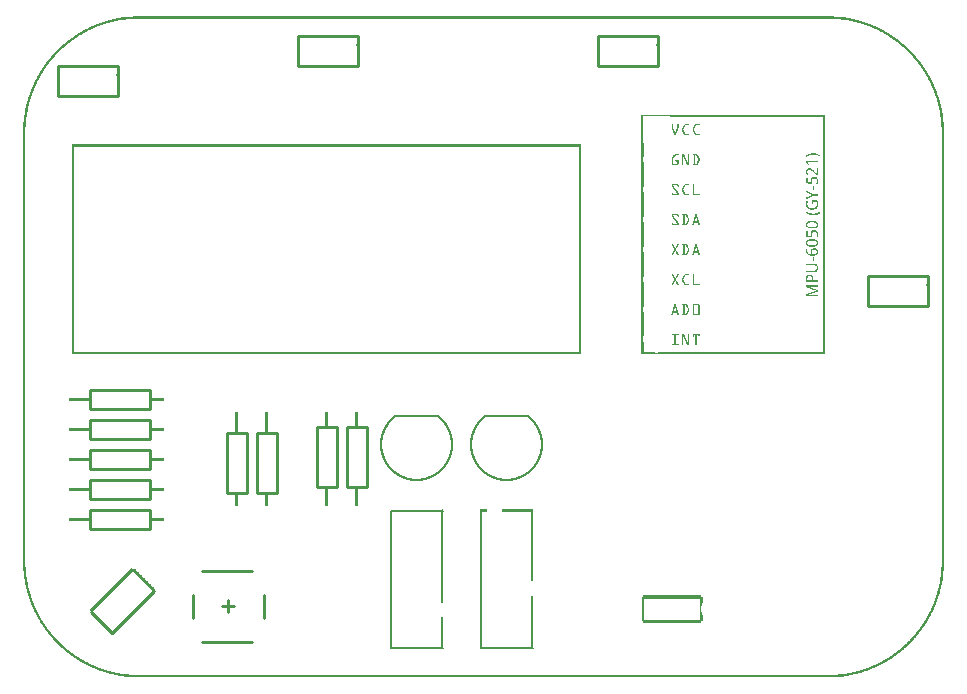
<source format=gto>
G04 MADE WITH FRITZING*
G04 WWW.FRITZING.ORG*
G04 DOUBLE SIDED*
G04 HOLES PLATED*
G04 CONTOUR ON CENTER OF CONTOUR VECTOR*
%ASAXBY*%
%FSLAX23Y23*%
%MOIN*%
%OFA0B0*%
%SFA1.0B1.0*%
%ADD10C,0.008000*%
%ADD11C,0.010000*%
%ADD12C,0.007874*%
%ADD13R,0.001000X0.001000*%
%LNSILK1*%
G90*
G70*
G54D10*
X1226Y99D02*
X1398Y99D01*
D02*
X1398Y557D02*
X1226Y557D01*
D02*
X1226Y557D02*
X1226Y99D01*
D02*
X1526Y99D02*
X1698Y99D01*
D02*
X1526Y557D02*
X1526Y99D01*
G54D11*
D02*
X222Y561D02*
X422Y561D01*
D02*
X422Y561D02*
X422Y495D01*
D02*
X422Y495D02*
X222Y495D01*
D02*
X222Y495D02*
X222Y561D01*
D02*
X222Y661D02*
X422Y661D01*
D02*
X422Y661D02*
X422Y595D01*
D02*
X422Y595D02*
X222Y595D01*
D02*
X222Y595D02*
X222Y661D01*
D02*
X222Y761D02*
X422Y761D01*
D02*
X422Y761D02*
X422Y695D01*
D02*
X422Y695D02*
X222Y695D01*
D02*
X222Y695D02*
X222Y761D01*
D02*
X222Y861D02*
X422Y861D01*
D02*
X422Y861D02*
X422Y795D01*
D02*
X422Y795D02*
X222Y795D01*
D02*
X222Y795D02*
X222Y861D01*
D02*
X222Y961D02*
X422Y961D01*
D02*
X422Y961D02*
X422Y895D01*
D02*
X422Y895D02*
X222Y895D01*
D02*
X222Y895D02*
X222Y961D01*
D02*
X845Y818D02*
X845Y618D01*
D02*
X845Y618D02*
X779Y618D01*
D02*
X779Y618D02*
X779Y818D01*
D02*
X779Y818D02*
X845Y818D01*
D02*
X745Y818D02*
X745Y618D01*
D02*
X745Y618D02*
X679Y618D01*
D02*
X679Y618D02*
X679Y818D01*
D02*
X679Y818D02*
X745Y818D01*
D02*
X979Y637D02*
X979Y837D01*
D02*
X979Y837D02*
X1045Y837D01*
D02*
X1045Y837D02*
X1045Y637D01*
D02*
X1045Y637D02*
X979Y637D01*
D02*
X1079Y637D02*
X1079Y837D01*
D02*
X1079Y837D02*
X1145Y837D01*
D02*
X1145Y837D02*
X1145Y637D01*
D02*
X1145Y637D02*
X1079Y637D01*
D02*
X566Y200D02*
X566Y278D01*
D02*
X763Y121D02*
X595Y121D01*
D02*
X763Y357D02*
X595Y357D01*
D02*
X802Y200D02*
X802Y278D01*
D02*
X684Y219D02*
X684Y259D01*
D02*
X664Y239D02*
X704Y239D01*
D02*
X3016Y1341D02*
X2816Y1341D01*
D02*
X2816Y1341D02*
X2816Y1241D01*
D02*
X2816Y1241D02*
X3016Y1241D01*
D02*
X3016Y1241D02*
X3016Y1341D01*
D02*
X2116Y2141D02*
X1916Y2141D01*
D02*
X1916Y2141D02*
X1916Y2041D01*
D02*
X1916Y2041D02*
X2116Y2041D01*
D02*
X2116Y2041D02*
X2116Y2141D01*
D02*
X1116Y2141D02*
X916Y2141D01*
D02*
X916Y2141D02*
X916Y2041D01*
D02*
X916Y2041D02*
X1116Y2041D01*
D02*
X1116Y2041D02*
X1116Y2141D01*
D02*
X316Y2041D02*
X116Y2041D01*
D02*
X116Y2041D02*
X116Y1941D01*
D02*
X116Y1941D02*
X316Y1941D01*
D02*
X316Y1941D02*
X316Y2041D01*
D02*
X225Y220D02*
X296Y149D01*
D02*
X296Y149D02*
X437Y291D01*
G54D12*
X1382Y872D02*
X1241Y872D01*
D02*
X1682Y872D02*
X1541Y872D01*
D02*
G54D13*
X367Y2205D02*
X2702Y2205D01*
X353Y2204D02*
X2716Y2204D01*
X343Y2203D02*
X2726Y2203D01*
X335Y2202D02*
X2734Y2202D01*
X328Y2201D02*
X2741Y2201D01*
X322Y2200D02*
X2747Y2200D01*
X316Y2199D02*
X2753Y2199D01*
X311Y2198D02*
X2758Y2198D01*
X306Y2197D02*
X366Y2197D01*
X2703Y2197D02*
X2763Y2197D01*
X302Y2196D02*
X352Y2196D01*
X2717Y2196D02*
X2767Y2196D01*
X297Y2195D02*
X342Y2195D01*
X2727Y2195D02*
X2772Y2195D01*
X293Y2194D02*
X334Y2194D01*
X2735Y2194D02*
X2776Y2194D01*
X289Y2193D02*
X327Y2193D01*
X2742Y2193D02*
X2780Y2193D01*
X286Y2192D02*
X321Y2192D01*
X2748Y2192D02*
X2783Y2192D01*
X282Y2191D02*
X316Y2191D01*
X2753Y2191D02*
X2787Y2191D01*
X279Y2190D02*
X310Y2190D01*
X2759Y2190D02*
X2790Y2190D01*
X275Y2189D02*
X306Y2189D01*
X2763Y2189D02*
X2794Y2189D01*
X272Y2188D02*
X301Y2188D01*
X2768Y2188D02*
X2797Y2188D01*
X269Y2187D02*
X297Y2187D01*
X2772Y2187D02*
X2800Y2187D01*
X266Y2186D02*
X293Y2186D01*
X2776Y2186D02*
X2803Y2186D01*
X263Y2185D02*
X289Y2185D01*
X2780Y2185D02*
X2806Y2185D01*
X260Y2184D02*
X285Y2184D01*
X2784Y2184D02*
X2809Y2184D01*
X257Y2183D02*
X282Y2183D01*
X2787Y2183D02*
X2812Y2183D01*
X254Y2182D02*
X278Y2182D01*
X2791Y2182D02*
X2815Y2182D01*
X252Y2181D02*
X275Y2181D01*
X2794Y2181D02*
X2817Y2181D01*
X249Y2180D02*
X272Y2180D01*
X2797Y2180D02*
X2820Y2180D01*
X247Y2179D02*
X269Y2179D01*
X2800Y2179D02*
X2822Y2179D01*
X244Y2178D02*
X266Y2178D01*
X2803Y2178D02*
X2825Y2178D01*
X241Y2177D02*
X263Y2177D01*
X2806Y2177D02*
X2828Y2177D01*
X239Y2176D02*
X260Y2176D01*
X2809Y2176D02*
X2830Y2176D01*
X236Y2175D02*
X257Y2175D01*
X2812Y2175D02*
X2833Y2175D01*
X234Y2174D02*
X254Y2174D01*
X2815Y2174D02*
X2835Y2174D01*
X232Y2173D02*
X252Y2173D01*
X2817Y2173D02*
X2837Y2173D01*
X230Y2172D02*
X249Y2172D01*
X2820Y2172D02*
X2839Y2172D01*
X228Y2171D02*
X247Y2171D01*
X2822Y2171D02*
X2841Y2171D01*
X225Y2170D02*
X244Y2170D01*
X2825Y2170D02*
X2844Y2170D01*
X223Y2169D02*
X242Y2169D01*
X2827Y2169D02*
X2846Y2169D01*
X221Y2168D02*
X239Y2168D01*
X2830Y2168D02*
X2848Y2168D01*
X219Y2167D02*
X237Y2167D01*
X2832Y2167D02*
X2850Y2167D01*
X217Y2166D02*
X235Y2166D01*
X2834Y2166D02*
X2852Y2166D01*
X215Y2165D02*
X232Y2165D01*
X2837Y2165D02*
X2854Y2165D01*
X213Y2164D02*
X230Y2164D01*
X2839Y2164D02*
X2856Y2164D01*
X211Y2163D02*
X228Y2163D01*
X2841Y2163D02*
X2858Y2163D01*
X209Y2162D02*
X226Y2162D01*
X2843Y2162D02*
X2860Y2162D01*
X207Y2161D02*
X224Y2161D01*
X2845Y2161D02*
X2862Y2161D01*
X205Y2160D02*
X221Y2160D01*
X2848Y2160D02*
X2864Y2160D01*
X203Y2159D02*
X219Y2159D01*
X2850Y2159D02*
X2866Y2159D01*
X201Y2158D02*
X217Y2158D01*
X2852Y2158D02*
X2868Y2158D01*
X200Y2157D02*
X216Y2157D01*
X2853Y2157D02*
X2869Y2157D01*
X198Y2156D02*
X214Y2156D01*
X2855Y2156D02*
X2871Y2156D01*
X196Y2155D02*
X212Y2155D01*
X2857Y2155D02*
X2873Y2155D01*
X194Y2154D02*
X210Y2154D01*
X2859Y2154D02*
X2875Y2154D01*
X193Y2153D02*
X208Y2153D01*
X2861Y2153D02*
X2876Y2153D01*
X191Y2152D02*
X206Y2152D01*
X2863Y2152D02*
X2878Y2152D01*
X189Y2151D02*
X204Y2151D01*
X2865Y2151D02*
X2880Y2151D01*
X188Y2150D02*
X202Y2150D01*
X2867Y2150D02*
X2881Y2150D01*
X186Y2149D02*
X201Y2149D01*
X2868Y2149D02*
X2883Y2149D01*
X184Y2148D02*
X199Y2148D01*
X2870Y2148D02*
X2885Y2148D01*
X183Y2147D02*
X197Y2147D01*
X2872Y2147D02*
X2886Y2147D01*
X181Y2146D02*
X195Y2146D01*
X2874Y2146D02*
X2888Y2146D01*
X180Y2145D02*
X194Y2145D01*
X2875Y2145D02*
X2889Y2145D01*
X178Y2144D02*
X192Y2144D01*
X2877Y2144D02*
X2891Y2144D01*
X177Y2143D02*
X190Y2143D01*
X2879Y2143D02*
X2892Y2143D01*
X175Y2142D02*
X189Y2142D01*
X1082Y2142D02*
X1083Y2142D01*
X2081Y2142D02*
X2083Y2142D01*
X2880Y2142D02*
X2894Y2142D01*
X173Y2141D02*
X187Y2141D01*
X1081Y2141D02*
X1084Y2141D01*
X2080Y2141D02*
X2084Y2141D01*
X2882Y2141D02*
X2896Y2141D01*
X172Y2140D02*
X185Y2140D01*
X1080Y2140D02*
X1085Y2140D01*
X2079Y2140D02*
X2085Y2140D01*
X2884Y2140D02*
X2897Y2140D01*
X170Y2139D02*
X184Y2139D01*
X1080Y2139D02*
X1086Y2139D01*
X2079Y2139D02*
X2086Y2139D01*
X2885Y2139D02*
X2899Y2139D01*
X169Y2138D02*
X182Y2138D01*
X1081Y2138D02*
X1087Y2138D01*
X2080Y2138D02*
X2087Y2138D01*
X2887Y2138D02*
X2900Y2138D01*
X168Y2137D02*
X181Y2137D01*
X1082Y2137D02*
X1088Y2137D01*
X2081Y2137D02*
X2088Y2137D01*
X2888Y2137D02*
X2901Y2137D01*
X166Y2136D02*
X179Y2136D01*
X1083Y2136D02*
X1089Y2136D01*
X2082Y2136D02*
X2089Y2136D01*
X2890Y2136D02*
X2903Y2136D01*
X165Y2135D02*
X178Y2135D01*
X2891Y2135D02*
X2904Y2135D01*
X163Y2134D02*
X176Y2134D01*
X2893Y2134D02*
X2906Y2134D01*
X162Y2133D02*
X175Y2133D01*
X2894Y2133D02*
X2907Y2133D01*
X160Y2132D02*
X173Y2132D01*
X2896Y2132D02*
X2908Y2132D01*
X159Y2131D02*
X172Y2131D01*
X2897Y2131D02*
X2910Y2131D01*
X158Y2130D02*
X170Y2130D01*
X2899Y2130D02*
X2911Y2130D01*
X156Y2129D02*
X169Y2129D01*
X2900Y2129D02*
X2913Y2129D01*
X155Y2128D02*
X168Y2128D01*
X2901Y2128D02*
X2914Y2128D01*
X154Y2127D02*
X166Y2127D01*
X2903Y2127D02*
X2915Y2127D01*
X152Y2126D02*
X165Y2126D01*
X2904Y2126D02*
X2917Y2126D01*
X151Y2125D02*
X163Y2125D01*
X2906Y2125D02*
X2918Y2125D01*
X150Y2124D02*
X162Y2124D01*
X2907Y2124D02*
X2919Y2124D01*
X149Y2123D02*
X161Y2123D01*
X2908Y2123D02*
X2920Y2123D01*
X147Y2122D02*
X159Y2122D01*
X2910Y2122D02*
X2922Y2122D01*
X146Y2121D02*
X158Y2121D01*
X2911Y2121D02*
X2923Y2121D01*
X145Y2120D02*
X157Y2120D01*
X2912Y2120D02*
X2924Y2120D01*
X144Y2119D02*
X155Y2119D01*
X2914Y2119D02*
X2925Y2119D01*
X142Y2118D02*
X154Y2118D01*
X2915Y2118D02*
X2927Y2118D01*
X141Y2117D02*
X153Y2117D01*
X2916Y2117D02*
X2928Y2117D01*
X140Y2116D02*
X152Y2116D01*
X2917Y2116D02*
X2929Y2116D01*
X139Y2115D02*
X150Y2115D01*
X1110Y2115D02*
X1110Y2115D01*
X2110Y2115D02*
X2110Y2115D01*
X2919Y2115D02*
X2930Y2115D01*
X137Y2114D02*
X149Y2114D01*
X1110Y2114D02*
X1111Y2114D01*
X2110Y2114D02*
X2111Y2114D01*
X2920Y2114D02*
X2931Y2114D01*
X136Y2113D02*
X148Y2113D01*
X1110Y2113D02*
X1112Y2113D01*
X2110Y2113D02*
X2112Y2113D01*
X2921Y2113D02*
X2933Y2113D01*
X135Y2112D02*
X146Y2112D01*
X1110Y2112D02*
X1113Y2112D01*
X2110Y2112D02*
X2113Y2112D01*
X2922Y2112D02*
X2934Y2112D01*
X134Y2111D02*
X145Y2111D01*
X1110Y2111D02*
X1114Y2111D01*
X2110Y2111D02*
X2114Y2111D01*
X2924Y2111D02*
X2935Y2111D01*
X133Y2110D02*
X144Y2110D01*
X1110Y2110D02*
X1115Y2110D01*
X2110Y2110D02*
X2115Y2110D01*
X2925Y2110D02*
X2936Y2110D01*
X132Y2109D02*
X143Y2109D01*
X1110Y2109D02*
X1116Y2109D01*
X2110Y2109D02*
X2116Y2109D01*
X2926Y2109D02*
X2937Y2109D01*
X131Y2108D02*
X142Y2108D01*
X1111Y2108D02*
X1116Y2108D01*
X2110Y2108D02*
X2116Y2108D01*
X2927Y2108D02*
X2938Y2108D01*
X129Y2107D02*
X141Y2107D01*
X1112Y2107D02*
X1116Y2107D01*
X2111Y2107D02*
X2115Y2107D01*
X2928Y2107D02*
X2940Y2107D01*
X128Y2106D02*
X139Y2106D01*
X1113Y2106D02*
X1115Y2106D01*
X2112Y2106D02*
X2114Y2106D01*
X2930Y2106D02*
X2941Y2106D01*
X127Y2105D02*
X138Y2105D01*
X1114Y2105D02*
X1114Y2105D01*
X2113Y2105D02*
X2113Y2105D01*
X2931Y2105D02*
X2942Y2105D01*
X126Y2104D02*
X137Y2104D01*
X2932Y2104D02*
X2943Y2104D01*
X125Y2103D02*
X136Y2103D01*
X2933Y2103D02*
X2944Y2103D01*
X124Y2102D02*
X135Y2102D01*
X2934Y2102D02*
X2945Y2102D01*
X123Y2101D02*
X134Y2101D01*
X2935Y2101D02*
X2946Y2101D01*
X122Y2100D02*
X133Y2100D01*
X2936Y2100D02*
X2947Y2100D01*
X121Y2099D02*
X131Y2099D01*
X2938Y2099D02*
X2948Y2099D01*
X120Y2098D02*
X130Y2098D01*
X2939Y2098D02*
X2949Y2098D01*
X119Y2097D02*
X129Y2097D01*
X2940Y2097D02*
X2950Y2097D01*
X118Y2096D02*
X128Y2096D01*
X2941Y2096D02*
X2951Y2096D01*
X117Y2095D02*
X127Y2095D01*
X2942Y2095D02*
X2952Y2095D01*
X116Y2094D02*
X126Y2094D01*
X2943Y2094D02*
X2953Y2094D01*
X115Y2093D02*
X125Y2093D01*
X2944Y2093D02*
X2954Y2093D01*
X114Y2092D02*
X124Y2092D01*
X2945Y2092D02*
X2955Y2092D01*
X113Y2091D02*
X123Y2091D01*
X2946Y2091D02*
X2956Y2091D01*
X112Y2090D02*
X122Y2090D01*
X2947Y2090D02*
X2957Y2090D01*
X111Y2089D02*
X121Y2089D01*
X2948Y2089D02*
X2958Y2089D01*
X110Y2088D02*
X120Y2088D01*
X2949Y2088D02*
X2959Y2088D01*
X109Y2087D02*
X119Y2087D01*
X2950Y2087D02*
X2960Y2087D01*
X108Y2086D02*
X118Y2086D01*
X2951Y2086D02*
X2961Y2086D01*
X107Y2085D02*
X117Y2085D01*
X2952Y2085D02*
X2962Y2085D01*
X106Y2084D02*
X116Y2084D01*
X2953Y2084D02*
X2963Y2084D01*
X105Y2083D02*
X115Y2083D01*
X2954Y2083D02*
X2964Y2083D01*
X104Y2082D02*
X114Y2082D01*
X2955Y2082D02*
X2965Y2082D01*
X103Y2081D02*
X113Y2081D01*
X2956Y2081D02*
X2966Y2081D01*
X102Y2080D02*
X112Y2080D01*
X2957Y2080D02*
X2967Y2080D01*
X101Y2079D02*
X111Y2079D01*
X2958Y2079D02*
X2968Y2079D01*
X100Y2078D02*
X110Y2078D01*
X2959Y2078D02*
X2969Y2078D01*
X99Y2077D02*
X109Y2077D01*
X2960Y2077D02*
X2970Y2077D01*
X99Y2076D02*
X108Y2076D01*
X2961Y2076D02*
X2970Y2076D01*
X98Y2075D02*
X107Y2075D01*
X2962Y2075D02*
X2971Y2075D01*
X97Y2074D02*
X106Y2074D01*
X2963Y2074D02*
X2972Y2074D01*
X96Y2073D02*
X105Y2073D01*
X2964Y2073D02*
X2973Y2073D01*
X95Y2072D02*
X105Y2072D01*
X2964Y2072D02*
X2974Y2072D01*
X94Y2071D02*
X104Y2071D01*
X2965Y2071D02*
X2975Y2071D01*
X93Y2070D02*
X103Y2070D01*
X2966Y2070D02*
X2976Y2070D01*
X92Y2069D02*
X102Y2069D01*
X2967Y2069D02*
X2977Y2069D01*
X92Y2068D02*
X101Y2068D01*
X2968Y2068D02*
X2977Y2068D01*
X91Y2067D02*
X100Y2067D01*
X2969Y2067D02*
X2978Y2067D01*
X90Y2066D02*
X99Y2066D01*
X2970Y2066D02*
X2979Y2066D01*
X89Y2065D02*
X99Y2065D01*
X2970Y2065D02*
X2980Y2065D01*
X88Y2064D02*
X98Y2064D01*
X2971Y2064D02*
X2981Y2064D01*
X87Y2063D02*
X97Y2063D01*
X2972Y2063D02*
X2982Y2063D01*
X87Y2062D02*
X96Y2062D01*
X2973Y2062D02*
X2982Y2062D01*
X86Y2061D02*
X95Y2061D01*
X2974Y2061D02*
X2983Y2061D01*
X85Y2060D02*
X94Y2060D01*
X2975Y2060D02*
X2984Y2060D01*
X84Y2059D02*
X93Y2059D01*
X2976Y2059D02*
X2985Y2059D01*
X83Y2058D02*
X93Y2058D01*
X2976Y2058D02*
X2986Y2058D01*
X83Y2057D02*
X92Y2057D01*
X2977Y2057D02*
X2986Y2057D01*
X82Y2056D02*
X91Y2056D01*
X2978Y2056D02*
X2987Y2056D01*
X81Y2055D02*
X90Y2055D01*
X2979Y2055D02*
X2988Y2055D01*
X80Y2054D02*
X89Y2054D01*
X2980Y2054D02*
X2989Y2054D01*
X80Y2053D02*
X89Y2053D01*
X2980Y2053D02*
X2989Y2053D01*
X79Y2052D02*
X88Y2052D01*
X2981Y2052D02*
X2990Y2052D01*
X78Y2051D02*
X87Y2051D01*
X2982Y2051D02*
X2991Y2051D01*
X77Y2050D02*
X86Y2050D01*
X2983Y2050D02*
X2992Y2050D01*
X76Y2049D02*
X86Y2049D01*
X2983Y2049D02*
X2993Y2049D01*
X76Y2048D02*
X85Y2048D01*
X2984Y2048D02*
X2993Y2048D01*
X75Y2047D02*
X84Y2047D01*
X2985Y2047D02*
X2994Y2047D01*
X74Y2046D02*
X83Y2046D01*
X2986Y2046D02*
X2995Y2046D01*
X74Y2045D02*
X82Y2045D01*
X2987Y2045D02*
X2995Y2045D01*
X73Y2044D02*
X82Y2044D01*
X2987Y2044D02*
X2996Y2044D01*
X72Y2043D02*
X81Y2043D01*
X2988Y2043D02*
X2997Y2043D01*
X72Y2042D02*
X80Y2042D01*
X282Y2042D02*
X283Y2042D01*
X2989Y2042D02*
X2997Y2042D01*
X71Y2041D02*
X80Y2041D01*
X281Y2041D02*
X284Y2041D01*
X2989Y2041D02*
X2998Y2041D01*
X70Y2040D02*
X79Y2040D01*
X280Y2040D02*
X285Y2040D01*
X2990Y2040D02*
X2999Y2040D01*
X69Y2039D02*
X78Y2039D01*
X280Y2039D02*
X286Y2039D01*
X2991Y2039D02*
X3000Y2039D01*
X69Y2038D02*
X77Y2038D01*
X281Y2038D02*
X287Y2038D01*
X2992Y2038D02*
X3000Y2038D01*
X68Y2037D02*
X77Y2037D01*
X282Y2037D02*
X288Y2037D01*
X2992Y2037D02*
X3001Y2037D01*
X67Y2036D02*
X76Y2036D01*
X283Y2036D02*
X289Y2036D01*
X2993Y2036D02*
X3002Y2036D01*
X67Y2035D02*
X75Y2035D01*
X2994Y2035D02*
X3002Y2035D01*
X66Y2034D02*
X75Y2034D01*
X2994Y2034D02*
X3003Y2034D01*
X65Y2033D02*
X74Y2033D01*
X2995Y2033D02*
X3004Y2033D01*
X65Y2032D02*
X73Y2032D01*
X2996Y2032D02*
X3004Y2032D01*
X64Y2031D02*
X72Y2031D01*
X2997Y2031D02*
X3005Y2031D01*
X63Y2030D02*
X72Y2030D01*
X2997Y2030D02*
X3006Y2030D01*
X63Y2029D02*
X71Y2029D01*
X2998Y2029D02*
X3006Y2029D01*
X62Y2028D02*
X70Y2028D01*
X2999Y2028D02*
X3007Y2028D01*
X61Y2027D02*
X70Y2027D01*
X2999Y2027D02*
X3008Y2027D01*
X61Y2026D02*
X69Y2026D01*
X3000Y2026D02*
X3008Y2026D01*
X60Y2025D02*
X69Y2025D01*
X3000Y2025D02*
X3009Y2025D01*
X60Y2024D02*
X68Y2024D01*
X3001Y2024D02*
X3009Y2024D01*
X59Y2023D02*
X67Y2023D01*
X3002Y2023D02*
X3010Y2023D01*
X58Y2022D02*
X67Y2022D01*
X3002Y2022D02*
X3011Y2022D01*
X58Y2021D02*
X66Y2021D01*
X3003Y2021D02*
X3011Y2021D01*
X57Y2020D02*
X65Y2020D01*
X3004Y2020D02*
X3012Y2020D01*
X56Y2019D02*
X65Y2019D01*
X3004Y2019D02*
X3013Y2019D01*
X56Y2018D02*
X64Y2018D01*
X3005Y2018D02*
X3013Y2018D01*
X55Y2017D02*
X63Y2017D01*
X3006Y2017D02*
X3014Y2017D01*
X55Y2016D02*
X63Y2016D01*
X3006Y2016D02*
X3014Y2016D01*
X54Y2015D02*
X62Y2015D01*
X310Y2015D02*
X310Y2015D01*
X3007Y2015D02*
X3015Y2015D01*
X53Y2014D02*
X62Y2014D01*
X310Y2014D02*
X311Y2014D01*
X3007Y2014D02*
X3016Y2014D01*
X53Y2013D02*
X61Y2013D01*
X310Y2013D02*
X312Y2013D01*
X3008Y2013D02*
X3016Y2013D01*
X52Y2012D02*
X60Y2012D01*
X310Y2012D02*
X313Y2012D01*
X3009Y2012D02*
X3017Y2012D01*
X52Y2011D02*
X60Y2011D01*
X310Y2011D02*
X314Y2011D01*
X3009Y2011D02*
X3017Y2011D01*
X51Y2010D02*
X59Y2010D01*
X310Y2010D02*
X315Y2010D01*
X3010Y2010D02*
X3018Y2010D01*
X51Y2009D02*
X59Y2009D01*
X310Y2009D02*
X316Y2009D01*
X3010Y2009D02*
X3018Y2009D01*
X50Y2008D02*
X58Y2008D01*
X311Y2008D02*
X317Y2008D01*
X3011Y2008D02*
X3019Y2008D01*
X49Y2007D02*
X58Y2007D01*
X312Y2007D02*
X316Y2007D01*
X3011Y2007D02*
X3020Y2007D01*
X49Y2006D02*
X57Y2006D01*
X313Y2006D02*
X315Y2006D01*
X3012Y2006D02*
X3020Y2006D01*
X48Y2005D02*
X56Y2005D01*
X314Y2005D02*
X314Y2005D01*
X3013Y2005D02*
X3021Y2005D01*
X48Y2004D02*
X56Y2004D01*
X3013Y2004D02*
X3021Y2004D01*
X47Y2003D02*
X55Y2003D01*
X3014Y2003D02*
X3022Y2003D01*
X47Y2002D02*
X55Y2002D01*
X3014Y2002D02*
X3022Y2002D01*
X46Y2001D02*
X54Y2001D01*
X3015Y2001D02*
X3023Y2001D01*
X46Y2000D02*
X54Y2000D01*
X3015Y2000D02*
X3023Y2000D01*
X45Y1999D02*
X53Y1999D01*
X3016Y1999D02*
X3024Y1999D01*
X45Y1998D02*
X52Y1998D01*
X3017Y1998D02*
X3024Y1998D01*
X44Y1997D02*
X52Y1997D01*
X3017Y1997D02*
X3025Y1997D01*
X44Y1996D02*
X51Y1996D01*
X3018Y1996D02*
X3025Y1996D01*
X43Y1995D02*
X51Y1995D01*
X3018Y1995D02*
X3026Y1995D01*
X43Y1994D02*
X50Y1994D01*
X3019Y1994D02*
X3026Y1994D01*
X42Y1993D02*
X50Y1993D01*
X3019Y1993D02*
X3027Y1993D01*
X42Y1992D02*
X49Y1992D01*
X3020Y1992D02*
X3027Y1992D01*
X41Y1991D02*
X49Y1991D01*
X3020Y1991D02*
X3028Y1991D01*
X40Y1990D02*
X48Y1990D01*
X3021Y1990D02*
X3029Y1990D01*
X40Y1989D02*
X48Y1989D01*
X3021Y1989D02*
X3029Y1989D01*
X39Y1988D02*
X47Y1988D01*
X3022Y1988D02*
X3030Y1988D01*
X39Y1987D02*
X47Y1987D01*
X3022Y1987D02*
X3030Y1987D01*
X38Y1986D02*
X46Y1986D01*
X3023Y1986D02*
X3031Y1986D01*
X38Y1985D02*
X46Y1985D01*
X3023Y1985D02*
X3031Y1985D01*
X38Y1984D02*
X45Y1984D01*
X3024Y1984D02*
X3031Y1984D01*
X37Y1983D02*
X45Y1983D01*
X3024Y1983D02*
X3032Y1983D01*
X37Y1982D02*
X44Y1982D01*
X3025Y1982D02*
X3032Y1982D01*
X36Y1981D02*
X44Y1981D01*
X3025Y1981D02*
X3033Y1981D01*
X36Y1980D02*
X43Y1980D01*
X3026Y1980D02*
X3033Y1980D01*
X35Y1979D02*
X43Y1979D01*
X3026Y1979D02*
X3034Y1979D01*
X35Y1978D02*
X42Y1978D01*
X3027Y1978D02*
X3034Y1978D01*
X34Y1977D02*
X42Y1977D01*
X3027Y1977D02*
X3035Y1977D01*
X34Y1976D02*
X42Y1976D01*
X3027Y1976D02*
X3035Y1976D01*
X33Y1975D02*
X41Y1975D01*
X3028Y1975D02*
X3036Y1975D01*
X33Y1974D02*
X41Y1974D01*
X3028Y1974D02*
X3036Y1974D01*
X33Y1973D02*
X40Y1973D01*
X3029Y1973D02*
X3036Y1973D01*
X32Y1972D02*
X40Y1972D01*
X3029Y1972D02*
X3037Y1972D01*
X32Y1971D02*
X39Y1971D01*
X3030Y1971D02*
X3037Y1971D01*
X31Y1970D02*
X39Y1970D01*
X3030Y1970D02*
X3038Y1970D01*
X31Y1969D02*
X38Y1969D01*
X3031Y1969D02*
X3038Y1969D01*
X30Y1968D02*
X38Y1968D01*
X3031Y1968D02*
X3039Y1968D01*
X30Y1967D02*
X37Y1967D01*
X3032Y1967D02*
X3039Y1967D01*
X30Y1966D02*
X37Y1966D01*
X3032Y1966D02*
X3039Y1966D01*
X29Y1965D02*
X37Y1965D01*
X3032Y1965D02*
X3040Y1965D01*
X29Y1964D02*
X36Y1964D01*
X3033Y1964D02*
X3040Y1964D01*
X28Y1963D02*
X36Y1963D01*
X3033Y1963D02*
X3041Y1963D01*
X28Y1962D02*
X35Y1962D01*
X3034Y1962D02*
X3041Y1962D01*
X28Y1961D02*
X35Y1961D01*
X3034Y1961D02*
X3041Y1961D01*
X27Y1960D02*
X35Y1960D01*
X3034Y1960D02*
X3042Y1960D01*
X27Y1959D02*
X34Y1959D01*
X3035Y1959D02*
X3042Y1959D01*
X26Y1958D02*
X34Y1958D01*
X3035Y1958D02*
X3043Y1958D01*
X26Y1957D02*
X33Y1957D01*
X3036Y1957D02*
X3043Y1957D01*
X26Y1956D02*
X33Y1956D01*
X3036Y1956D02*
X3043Y1956D01*
X25Y1955D02*
X33Y1955D01*
X3036Y1955D02*
X3044Y1955D01*
X25Y1954D02*
X32Y1954D01*
X3037Y1954D02*
X3044Y1954D01*
X24Y1953D02*
X32Y1953D01*
X3037Y1953D02*
X3045Y1953D01*
X24Y1952D02*
X31Y1952D01*
X3038Y1952D02*
X3045Y1952D01*
X24Y1951D02*
X31Y1951D01*
X3038Y1951D02*
X3045Y1951D01*
X23Y1950D02*
X31Y1950D01*
X3038Y1950D02*
X3046Y1950D01*
X23Y1949D02*
X30Y1949D01*
X3039Y1949D02*
X3046Y1949D01*
X23Y1948D02*
X30Y1948D01*
X3039Y1948D02*
X3046Y1948D01*
X22Y1947D02*
X30Y1947D01*
X3039Y1947D02*
X3047Y1947D01*
X22Y1946D02*
X29Y1946D01*
X3040Y1946D02*
X3047Y1946D01*
X22Y1945D02*
X29Y1945D01*
X3040Y1945D02*
X3047Y1945D01*
X21Y1944D02*
X29Y1944D01*
X3040Y1944D02*
X3048Y1944D01*
X21Y1943D02*
X28Y1943D01*
X3041Y1943D02*
X3048Y1943D01*
X21Y1942D02*
X28Y1942D01*
X3041Y1942D02*
X3048Y1942D01*
X20Y1941D02*
X28Y1941D01*
X3041Y1941D02*
X3049Y1941D01*
X20Y1940D02*
X27Y1940D01*
X3042Y1940D02*
X3049Y1940D01*
X20Y1939D02*
X27Y1939D01*
X3042Y1939D02*
X3049Y1939D01*
X19Y1938D02*
X27Y1938D01*
X3042Y1938D02*
X3050Y1938D01*
X19Y1937D02*
X26Y1937D01*
X3043Y1937D02*
X3050Y1937D01*
X19Y1936D02*
X26Y1936D01*
X3043Y1936D02*
X3050Y1936D01*
X18Y1935D02*
X26Y1935D01*
X3043Y1935D02*
X3051Y1935D01*
X18Y1934D02*
X25Y1934D01*
X3044Y1934D02*
X3051Y1934D01*
X18Y1933D02*
X25Y1933D01*
X3044Y1933D02*
X3051Y1933D01*
X17Y1932D02*
X25Y1932D01*
X3044Y1932D02*
X3052Y1932D01*
X17Y1931D02*
X24Y1931D01*
X3045Y1931D02*
X3052Y1931D01*
X17Y1930D02*
X24Y1930D01*
X3045Y1930D02*
X3052Y1930D01*
X16Y1929D02*
X24Y1929D01*
X3045Y1929D02*
X3053Y1929D01*
X16Y1928D02*
X23Y1928D01*
X3046Y1928D02*
X3053Y1928D01*
X16Y1927D02*
X23Y1927D01*
X3046Y1927D02*
X3053Y1927D01*
X15Y1926D02*
X23Y1926D01*
X3046Y1926D02*
X3054Y1926D01*
X15Y1925D02*
X22Y1925D01*
X3047Y1925D02*
X3054Y1925D01*
X15Y1924D02*
X22Y1924D01*
X3047Y1924D02*
X3054Y1924D01*
X15Y1923D02*
X22Y1923D01*
X3047Y1923D02*
X3054Y1923D01*
X14Y1922D02*
X21Y1922D01*
X3047Y1922D02*
X3055Y1922D01*
X14Y1921D02*
X21Y1921D01*
X3048Y1921D02*
X3055Y1921D01*
X14Y1920D02*
X21Y1920D01*
X3048Y1920D02*
X3055Y1920D01*
X14Y1919D02*
X21Y1919D01*
X3048Y1919D02*
X3055Y1919D01*
X13Y1918D02*
X20Y1918D01*
X3049Y1918D02*
X3056Y1918D01*
X13Y1917D02*
X20Y1917D01*
X3049Y1917D02*
X3056Y1917D01*
X13Y1916D02*
X20Y1916D01*
X3049Y1916D02*
X3056Y1916D01*
X12Y1915D02*
X20Y1915D01*
X3049Y1915D02*
X3057Y1915D01*
X12Y1914D02*
X19Y1914D01*
X3050Y1914D02*
X3057Y1914D01*
X12Y1913D02*
X19Y1913D01*
X3050Y1913D02*
X3057Y1913D01*
X12Y1912D02*
X19Y1912D01*
X3050Y1912D02*
X3057Y1912D01*
X11Y1911D02*
X19Y1911D01*
X3050Y1911D02*
X3058Y1911D01*
X11Y1910D02*
X18Y1910D01*
X3051Y1910D02*
X3058Y1910D01*
X11Y1909D02*
X18Y1909D01*
X3051Y1909D02*
X3058Y1909D01*
X11Y1908D02*
X18Y1908D01*
X3051Y1908D02*
X3058Y1908D01*
X10Y1907D02*
X18Y1907D01*
X3051Y1907D02*
X3059Y1907D01*
X10Y1906D02*
X17Y1906D01*
X3052Y1906D02*
X3059Y1906D01*
X10Y1905D02*
X17Y1905D01*
X3052Y1905D02*
X3059Y1905D01*
X10Y1904D02*
X17Y1904D01*
X3052Y1904D02*
X3059Y1904D01*
X10Y1903D02*
X17Y1903D01*
X3052Y1903D02*
X3059Y1903D01*
X9Y1902D02*
X16Y1902D01*
X3053Y1902D02*
X3060Y1902D01*
X9Y1901D02*
X16Y1901D01*
X3053Y1901D02*
X3060Y1901D01*
X9Y1900D02*
X16Y1900D01*
X3053Y1900D02*
X3060Y1900D01*
X9Y1899D02*
X16Y1899D01*
X3053Y1899D02*
X3060Y1899D01*
X8Y1898D02*
X16Y1898D01*
X3053Y1898D02*
X3061Y1898D01*
X8Y1897D02*
X15Y1897D01*
X3054Y1897D02*
X3061Y1897D01*
X8Y1896D02*
X15Y1896D01*
X3054Y1896D02*
X3061Y1896D01*
X8Y1895D02*
X15Y1895D01*
X3054Y1895D02*
X3061Y1895D01*
X8Y1894D02*
X15Y1894D01*
X3054Y1894D02*
X3061Y1894D01*
X7Y1893D02*
X14Y1893D01*
X3054Y1893D02*
X3062Y1893D01*
X7Y1892D02*
X14Y1892D01*
X3055Y1892D02*
X3062Y1892D01*
X7Y1891D02*
X14Y1891D01*
X3055Y1891D02*
X3062Y1891D01*
X7Y1890D02*
X14Y1890D01*
X3055Y1890D02*
X3062Y1890D01*
X7Y1889D02*
X14Y1889D01*
X3055Y1889D02*
X3062Y1889D01*
X6Y1888D02*
X14Y1888D01*
X3055Y1888D02*
X3063Y1888D01*
X6Y1887D02*
X13Y1887D01*
X3056Y1887D02*
X3063Y1887D01*
X6Y1886D02*
X13Y1886D01*
X3056Y1886D02*
X3063Y1886D01*
X6Y1885D02*
X13Y1885D01*
X3056Y1885D02*
X3063Y1885D01*
X6Y1884D02*
X13Y1884D01*
X3056Y1884D02*
X3063Y1884D01*
X6Y1883D02*
X13Y1883D01*
X3056Y1883D02*
X3063Y1883D01*
X5Y1882D02*
X12Y1882D01*
X3057Y1882D02*
X3064Y1882D01*
X5Y1881D02*
X12Y1881D01*
X3057Y1881D02*
X3064Y1881D01*
X5Y1880D02*
X12Y1880D01*
X3057Y1880D02*
X3064Y1880D01*
X5Y1879D02*
X12Y1879D01*
X3057Y1879D02*
X3064Y1879D01*
X5Y1878D02*
X12Y1878D01*
X3057Y1878D02*
X3064Y1878D01*
X5Y1877D02*
X12Y1877D01*
X3057Y1877D02*
X3064Y1877D01*
X4Y1876D02*
X11Y1876D01*
X2062Y1876D02*
X2673Y1876D01*
X3058Y1876D02*
X3065Y1876D01*
X4Y1875D02*
X11Y1875D01*
X2061Y1875D02*
X2673Y1875D01*
X3058Y1875D02*
X3065Y1875D01*
X4Y1874D02*
X11Y1874D01*
X2061Y1874D02*
X2673Y1874D01*
X3058Y1874D02*
X3065Y1874D01*
X4Y1873D02*
X11Y1873D01*
X2061Y1873D02*
X2673Y1873D01*
X3058Y1873D02*
X3065Y1873D01*
X4Y1872D02*
X11Y1872D01*
X2061Y1872D02*
X2066Y1872D01*
X2155Y1872D02*
X2673Y1872D01*
X3058Y1872D02*
X3065Y1872D01*
X4Y1871D02*
X11Y1871D01*
X2061Y1871D02*
X2066Y1871D01*
X2155Y1871D02*
X2673Y1871D01*
X3058Y1871D02*
X3065Y1871D01*
X4Y1870D02*
X11Y1870D01*
X2061Y1870D02*
X2066Y1870D01*
X2155Y1870D02*
X2673Y1870D01*
X3058Y1870D02*
X3065Y1870D01*
X3Y1869D02*
X10Y1869D01*
X2061Y1869D02*
X2066Y1869D01*
X2155Y1869D02*
X2673Y1869D01*
X3059Y1869D02*
X3066Y1869D01*
X3Y1868D02*
X10Y1868D01*
X2061Y1868D02*
X2066Y1868D01*
X2665Y1868D02*
X2673Y1868D01*
X3059Y1868D02*
X3066Y1868D01*
X3Y1867D02*
X10Y1867D01*
X2061Y1867D02*
X2066Y1867D01*
X2666Y1867D02*
X2673Y1867D01*
X3059Y1867D02*
X3066Y1867D01*
X3Y1866D02*
X10Y1866D01*
X2061Y1866D02*
X2066Y1866D01*
X2666Y1866D02*
X2673Y1866D01*
X3059Y1866D02*
X3066Y1866D01*
X3Y1865D02*
X10Y1865D01*
X2061Y1865D02*
X2066Y1865D01*
X2666Y1865D02*
X2673Y1865D01*
X3059Y1865D02*
X3066Y1865D01*
X3Y1864D02*
X10Y1864D01*
X2061Y1864D02*
X2066Y1864D01*
X2666Y1864D02*
X2673Y1864D01*
X3059Y1864D02*
X3066Y1864D01*
X3Y1863D02*
X10Y1863D01*
X2061Y1863D02*
X2066Y1863D01*
X2666Y1863D02*
X2673Y1863D01*
X3059Y1863D02*
X3066Y1863D01*
X3Y1862D02*
X10Y1862D01*
X2061Y1862D02*
X2066Y1862D01*
X2666Y1862D02*
X2673Y1862D01*
X3059Y1862D02*
X3066Y1862D01*
X2Y1861D02*
X9Y1861D01*
X2061Y1861D02*
X2066Y1861D01*
X2666Y1861D02*
X2673Y1861D01*
X3060Y1861D02*
X3067Y1861D01*
X2Y1860D02*
X9Y1860D01*
X2061Y1860D02*
X2066Y1860D01*
X2666Y1860D02*
X2673Y1860D01*
X3060Y1860D02*
X3067Y1860D01*
X2Y1859D02*
X9Y1859D01*
X2061Y1859D02*
X2066Y1859D01*
X2666Y1859D02*
X2673Y1859D01*
X3060Y1859D02*
X3067Y1859D01*
X2Y1858D02*
X9Y1858D01*
X2061Y1858D02*
X2066Y1858D01*
X2666Y1858D02*
X2673Y1858D01*
X3060Y1858D02*
X3067Y1858D01*
X2Y1857D02*
X9Y1857D01*
X2061Y1857D02*
X2066Y1857D01*
X2666Y1857D02*
X2673Y1857D01*
X3060Y1857D02*
X3067Y1857D01*
X2Y1856D02*
X9Y1856D01*
X2061Y1856D02*
X2066Y1856D01*
X2666Y1856D02*
X2673Y1856D01*
X3060Y1856D02*
X3067Y1856D01*
X2Y1855D02*
X9Y1855D01*
X2061Y1855D02*
X2066Y1855D01*
X2666Y1855D02*
X2673Y1855D01*
X3060Y1855D02*
X3067Y1855D01*
X2Y1854D02*
X9Y1854D01*
X2061Y1854D02*
X2066Y1854D01*
X2666Y1854D02*
X2673Y1854D01*
X3060Y1854D02*
X3067Y1854D01*
X2Y1853D02*
X9Y1853D01*
X2061Y1853D02*
X2066Y1853D01*
X2666Y1853D02*
X2673Y1853D01*
X3060Y1853D02*
X3067Y1853D01*
X2Y1852D02*
X9Y1852D01*
X2061Y1852D02*
X2066Y1852D01*
X2666Y1852D02*
X2673Y1852D01*
X3060Y1852D02*
X3067Y1852D01*
X1Y1851D02*
X8Y1851D01*
X2061Y1851D02*
X2066Y1851D01*
X2666Y1851D02*
X2673Y1851D01*
X3061Y1851D02*
X3068Y1851D01*
X1Y1850D02*
X8Y1850D01*
X2061Y1850D02*
X2066Y1850D01*
X2666Y1850D02*
X2673Y1850D01*
X3061Y1850D02*
X3068Y1850D01*
X1Y1849D02*
X8Y1849D01*
X2061Y1849D02*
X2066Y1849D01*
X2666Y1849D02*
X2673Y1849D01*
X3061Y1849D02*
X3068Y1849D01*
X1Y1848D02*
X8Y1848D01*
X2061Y1848D02*
X2066Y1848D01*
X2666Y1848D02*
X2673Y1848D01*
X3061Y1848D02*
X3068Y1848D01*
X1Y1847D02*
X8Y1847D01*
X2061Y1847D02*
X2066Y1847D01*
X2666Y1847D02*
X2673Y1847D01*
X3061Y1847D02*
X3068Y1847D01*
X1Y1846D02*
X8Y1846D01*
X2061Y1846D02*
X2066Y1846D01*
X2163Y1846D02*
X2164Y1846D01*
X2182Y1846D02*
X2184Y1846D01*
X2207Y1846D02*
X2218Y1846D01*
X2242Y1846D02*
X2253Y1846D01*
X2666Y1846D02*
X2673Y1846D01*
X3061Y1846D02*
X3068Y1846D01*
X1Y1845D02*
X8Y1845D01*
X2061Y1845D02*
X2066Y1845D01*
X2162Y1845D02*
X2165Y1845D01*
X2181Y1845D02*
X2184Y1845D01*
X2205Y1845D02*
X2219Y1845D01*
X2240Y1845D02*
X2254Y1845D01*
X2666Y1845D02*
X2673Y1845D01*
X3061Y1845D02*
X3068Y1845D01*
X1Y1844D02*
X8Y1844D01*
X2061Y1844D02*
X2066Y1844D01*
X2162Y1844D02*
X2165Y1844D01*
X2181Y1844D02*
X2185Y1844D01*
X2204Y1844D02*
X2220Y1844D01*
X2239Y1844D02*
X2255Y1844D01*
X2666Y1844D02*
X2673Y1844D01*
X3061Y1844D02*
X3068Y1844D01*
X1Y1843D02*
X8Y1843D01*
X2061Y1843D02*
X2066Y1843D01*
X2162Y1843D02*
X2165Y1843D01*
X2181Y1843D02*
X2185Y1843D01*
X2203Y1843D02*
X2219Y1843D01*
X2238Y1843D02*
X2254Y1843D01*
X2666Y1843D02*
X2673Y1843D01*
X3061Y1843D02*
X3068Y1843D01*
X1Y1842D02*
X8Y1842D01*
X2061Y1842D02*
X2066Y1842D01*
X2162Y1842D02*
X2165Y1842D01*
X2181Y1842D02*
X2185Y1842D01*
X2202Y1842D02*
X2219Y1842D01*
X2237Y1842D02*
X2254Y1842D01*
X2666Y1842D02*
X2673Y1842D01*
X3061Y1842D02*
X3068Y1842D01*
X1Y1841D02*
X8Y1841D01*
X2061Y1841D02*
X2066Y1841D01*
X2162Y1841D02*
X2165Y1841D01*
X2181Y1841D02*
X2185Y1841D01*
X2202Y1841D02*
X2207Y1841D01*
X2237Y1841D02*
X2242Y1841D01*
X2666Y1841D02*
X2673Y1841D01*
X3061Y1841D02*
X3068Y1841D01*
X1Y1840D02*
X8Y1840D01*
X2061Y1840D02*
X2066Y1840D01*
X2162Y1840D02*
X2165Y1840D01*
X2181Y1840D02*
X2185Y1840D01*
X2201Y1840D02*
X2206Y1840D01*
X2236Y1840D02*
X2241Y1840D01*
X2666Y1840D02*
X2673Y1840D01*
X3061Y1840D02*
X3068Y1840D01*
X1Y1839D02*
X8Y1839D01*
X2061Y1839D02*
X2066Y1839D01*
X2162Y1839D02*
X2165Y1839D01*
X2181Y1839D02*
X2185Y1839D01*
X2201Y1839D02*
X2205Y1839D01*
X2236Y1839D02*
X2240Y1839D01*
X2666Y1839D02*
X2673Y1839D01*
X3061Y1839D02*
X3068Y1839D01*
X1Y1838D02*
X8Y1838D01*
X2061Y1838D02*
X2066Y1838D01*
X2162Y1838D02*
X2165Y1838D01*
X2181Y1838D02*
X2185Y1838D01*
X2200Y1838D02*
X2205Y1838D01*
X2235Y1838D02*
X2240Y1838D01*
X2666Y1838D02*
X2673Y1838D01*
X3061Y1838D02*
X3068Y1838D01*
X0Y1837D02*
X8Y1837D01*
X2061Y1837D02*
X2066Y1837D01*
X2162Y1837D02*
X2165Y1837D01*
X2181Y1837D02*
X2185Y1837D01*
X2200Y1837D02*
X2204Y1837D01*
X2235Y1837D02*
X2239Y1837D01*
X2666Y1837D02*
X2673Y1837D01*
X3061Y1837D02*
X3069Y1837D01*
X0Y1836D02*
X7Y1836D01*
X2061Y1836D02*
X2066Y1836D01*
X2162Y1836D02*
X2166Y1836D01*
X2181Y1836D02*
X2185Y1836D01*
X2199Y1836D02*
X2204Y1836D01*
X2234Y1836D02*
X2239Y1836D01*
X2666Y1836D02*
X2673Y1836D01*
X3062Y1836D02*
X3069Y1836D01*
X0Y1835D02*
X7Y1835D01*
X2061Y1835D02*
X2066Y1835D01*
X2162Y1835D02*
X2166Y1835D01*
X2180Y1835D02*
X2185Y1835D01*
X2199Y1835D02*
X2203Y1835D01*
X2234Y1835D02*
X2238Y1835D01*
X2666Y1835D02*
X2673Y1835D01*
X3062Y1835D02*
X3069Y1835D01*
X0Y1834D02*
X7Y1834D01*
X2061Y1834D02*
X2066Y1834D01*
X2162Y1834D02*
X2166Y1834D01*
X2180Y1834D02*
X2184Y1834D01*
X2198Y1834D02*
X2203Y1834D01*
X2233Y1834D02*
X2238Y1834D01*
X2666Y1834D02*
X2673Y1834D01*
X3062Y1834D02*
X3069Y1834D01*
X0Y1833D02*
X7Y1833D01*
X2061Y1833D02*
X2066Y1833D01*
X2162Y1833D02*
X2167Y1833D01*
X2180Y1833D02*
X2184Y1833D01*
X2198Y1833D02*
X2202Y1833D01*
X2233Y1833D02*
X2237Y1833D01*
X2666Y1833D02*
X2673Y1833D01*
X3062Y1833D02*
X3069Y1833D01*
X0Y1832D02*
X7Y1832D01*
X2061Y1832D02*
X2066Y1832D01*
X2163Y1832D02*
X2167Y1832D01*
X2179Y1832D02*
X2183Y1832D01*
X2198Y1832D02*
X2202Y1832D01*
X2233Y1832D02*
X2237Y1832D01*
X2666Y1832D02*
X2673Y1832D01*
X3062Y1832D02*
X3069Y1832D01*
X0Y1831D02*
X7Y1831D01*
X2061Y1831D02*
X2066Y1831D01*
X2163Y1831D02*
X2167Y1831D01*
X2179Y1831D02*
X2183Y1831D01*
X2197Y1831D02*
X2201Y1831D01*
X2232Y1831D02*
X2236Y1831D01*
X2666Y1831D02*
X2673Y1831D01*
X3062Y1831D02*
X3069Y1831D01*
X0Y1830D02*
X7Y1830D01*
X2061Y1830D02*
X2066Y1830D01*
X2164Y1830D02*
X2168Y1830D01*
X2178Y1830D02*
X2183Y1830D01*
X2197Y1830D02*
X2201Y1830D01*
X2232Y1830D02*
X2236Y1830D01*
X2666Y1830D02*
X2673Y1830D01*
X3062Y1830D02*
X3069Y1830D01*
X0Y1829D02*
X7Y1829D01*
X2061Y1829D02*
X2066Y1829D01*
X2164Y1829D02*
X2168Y1829D01*
X2178Y1829D02*
X2182Y1829D01*
X2197Y1829D02*
X2201Y1829D01*
X2232Y1829D02*
X2236Y1829D01*
X2666Y1829D02*
X2673Y1829D01*
X3062Y1829D02*
X3069Y1829D01*
X0Y1828D02*
X7Y1828D01*
X2061Y1828D02*
X2066Y1828D01*
X2164Y1828D02*
X2169Y1828D01*
X2178Y1828D02*
X2182Y1828D01*
X2197Y1828D02*
X2200Y1828D01*
X2232Y1828D02*
X2235Y1828D01*
X2666Y1828D02*
X2673Y1828D01*
X3062Y1828D02*
X3069Y1828D01*
X0Y1827D02*
X7Y1827D01*
X2061Y1827D02*
X2066Y1827D01*
X2165Y1827D02*
X2169Y1827D01*
X2177Y1827D02*
X2182Y1827D01*
X2197Y1827D02*
X2200Y1827D01*
X2232Y1827D02*
X2235Y1827D01*
X2666Y1827D02*
X2673Y1827D01*
X3062Y1827D02*
X3069Y1827D01*
X0Y1826D02*
X7Y1826D01*
X2061Y1826D02*
X2066Y1826D01*
X2165Y1826D02*
X2169Y1826D01*
X2177Y1826D02*
X2181Y1826D01*
X2197Y1826D02*
X2201Y1826D01*
X2232Y1826D02*
X2236Y1826D01*
X2666Y1826D02*
X2673Y1826D01*
X3062Y1826D02*
X3069Y1826D01*
X0Y1825D02*
X7Y1825D01*
X2061Y1825D02*
X2066Y1825D01*
X2165Y1825D02*
X2170Y1825D01*
X2176Y1825D02*
X2181Y1825D01*
X2197Y1825D02*
X2201Y1825D01*
X2232Y1825D02*
X2236Y1825D01*
X2666Y1825D02*
X2673Y1825D01*
X3062Y1825D02*
X3069Y1825D01*
X0Y1824D02*
X7Y1824D01*
X2061Y1824D02*
X2066Y1824D01*
X2166Y1824D02*
X2170Y1824D01*
X2176Y1824D02*
X2180Y1824D01*
X2197Y1824D02*
X2201Y1824D01*
X2232Y1824D02*
X2236Y1824D01*
X2666Y1824D02*
X2673Y1824D01*
X3062Y1824D02*
X3069Y1824D01*
X0Y1823D02*
X7Y1823D01*
X2061Y1823D02*
X2066Y1823D01*
X2166Y1823D02*
X2171Y1823D01*
X2176Y1823D02*
X2180Y1823D01*
X2197Y1823D02*
X2202Y1823D01*
X2232Y1823D02*
X2237Y1823D01*
X2666Y1823D02*
X2673Y1823D01*
X3062Y1823D02*
X3069Y1823D01*
X0Y1822D02*
X7Y1822D01*
X2061Y1822D02*
X2066Y1822D01*
X2167Y1822D02*
X2171Y1822D01*
X2175Y1822D02*
X2180Y1822D01*
X2198Y1822D02*
X2202Y1822D01*
X2233Y1822D02*
X2237Y1822D01*
X2666Y1822D02*
X2673Y1822D01*
X3062Y1822D02*
X3069Y1822D01*
X0Y1821D02*
X7Y1821D01*
X2061Y1821D02*
X2066Y1821D01*
X2167Y1821D02*
X2171Y1821D01*
X2175Y1821D02*
X2179Y1821D01*
X2198Y1821D02*
X2203Y1821D01*
X2233Y1821D02*
X2238Y1821D01*
X2666Y1821D02*
X2673Y1821D01*
X3062Y1821D02*
X3069Y1821D01*
X0Y1820D02*
X7Y1820D01*
X2061Y1820D02*
X2066Y1820D01*
X2167Y1820D02*
X2172Y1820D01*
X2174Y1820D02*
X2179Y1820D01*
X2199Y1820D02*
X2203Y1820D01*
X2234Y1820D02*
X2238Y1820D01*
X2666Y1820D02*
X2673Y1820D01*
X3062Y1820D02*
X3069Y1820D01*
X0Y1819D02*
X7Y1819D01*
X2061Y1819D02*
X2066Y1819D01*
X2168Y1819D02*
X2172Y1819D01*
X2174Y1819D02*
X2178Y1819D01*
X2199Y1819D02*
X2204Y1819D01*
X2234Y1819D02*
X2239Y1819D01*
X2666Y1819D02*
X2673Y1819D01*
X3062Y1819D02*
X3069Y1819D01*
X0Y1818D02*
X7Y1818D01*
X2061Y1818D02*
X2066Y1818D01*
X2168Y1818D02*
X2178Y1818D01*
X2200Y1818D02*
X2204Y1818D01*
X2235Y1818D02*
X2239Y1818D01*
X2666Y1818D02*
X2673Y1818D01*
X3062Y1818D02*
X3069Y1818D01*
X0Y1817D02*
X7Y1817D01*
X2061Y1817D02*
X2066Y1817D01*
X2169Y1817D02*
X2178Y1817D01*
X2200Y1817D02*
X2205Y1817D01*
X2235Y1817D02*
X2240Y1817D01*
X2666Y1817D02*
X2673Y1817D01*
X3062Y1817D02*
X3069Y1817D01*
X0Y1816D02*
X7Y1816D01*
X2061Y1816D02*
X2066Y1816D01*
X2169Y1816D02*
X2177Y1816D01*
X2201Y1816D02*
X2205Y1816D01*
X2236Y1816D02*
X2240Y1816D01*
X2666Y1816D02*
X2673Y1816D01*
X3062Y1816D02*
X3069Y1816D01*
X0Y1815D02*
X7Y1815D01*
X2061Y1815D02*
X2066Y1815D01*
X2169Y1815D02*
X2177Y1815D01*
X2201Y1815D02*
X2206Y1815D01*
X2236Y1815D02*
X2241Y1815D01*
X2666Y1815D02*
X2673Y1815D01*
X3062Y1815D02*
X3069Y1815D01*
X0Y1814D02*
X7Y1814D01*
X2061Y1814D02*
X2066Y1814D01*
X2170Y1814D02*
X2176Y1814D01*
X2202Y1814D02*
X2207Y1814D01*
X2237Y1814D02*
X2242Y1814D01*
X2666Y1814D02*
X2673Y1814D01*
X3062Y1814D02*
X3069Y1814D01*
X0Y1813D02*
X7Y1813D01*
X2061Y1813D02*
X2066Y1813D01*
X2170Y1813D02*
X2176Y1813D01*
X2202Y1813D02*
X2218Y1813D01*
X2237Y1813D02*
X2253Y1813D01*
X2666Y1813D02*
X2673Y1813D01*
X3062Y1813D02*
X3069Y1813D01*
X0Y1812D02*
X7Y1812D01*
X2061Y1812D02*
X2066Y1812D01*
X2171Y1812D02*
X2176Y1812D01*
X2203Y1812D02*
X2219Y1812D01*
X2238Y1812D02*
X2254Y1812D01*
X2666Y1812D02*
X2673Y1812D01*
X3062Y1812D02*
X3069Y1812D01*
X0Y1811D02*
X7Y1811D01*
X2061Y1811D02*
X2066Y1811D01*
X2171Y1811D02*
X2175Y1811D01*
X2204Y1811D02*
X2220Y1811D01*
X2239Y1811D02*
X2255Y1811D01*
X2666Y1811D02*
X2673Y1811D01*
X3062Y1811D02*
X3069Y1811D01*
X0Y1810D02*
X7Y1810D01*
X2061Y1810D02*
X2066Y1810D01*
X2171Y1810D02*
X2175Y1810D01*
X2205Y1810D02*
X2219Y1810D01*
X2240Y1810D02*
X2254Y1810D01*
X2666Y1810D02*
X2673Y1810D01*
X3062Y1810D02*
X3069Y1810D01*
X0Y1809D02*
X7Y1809D01*
X2061Y1809D02*
X2066Y1809D01*
X2172Y1809D02*
X2174Y1809D01*
X2207Y1809D02*
X2219Y1809D01*
X2242Y1809D02*
X2254Y1809D01*
X2666Y1809D02*
X2673Y1809D01*
X3062Y1809D02*
X3069Y1809D01*
X0Y1808D02*
X7Y1808D01*
X2061Y1808D02*
X2066Y1808D01*
X2666Y1808D02*
X2673Y1808D01*
X3062Y1808D02*
X3069Y1808D01*
X0Y1807D02*
X7Y1807D01*
X2061Y1807D02*
X2066Y1807D01*
X2666Y1807D02*
X2673Y1807D01*
X3062Y1807D02*
X3069Y1807D01*
X0Y1806D02*
X7Y1806D01*
X2061Y1806D02*
X2066Y1806D01*
X2666Y1806D02*
X2673Y1806D01*
X3062Y1806D02*
X3069Y1806D01*
X0Y1805D02*
X7Y1805D01*
X2061Y1805D02*
X2066Y1805D01*
X2666Y1805D02*
X2673Y1805D01*
X3062Y1805D02*
X3069Y1805D01*
X0Y1804D02*
X7Y1804D01*
X2061Y1804D02*
X2066Y1804D01*
X2666Y1804D02*
X2673Y1804D01*
X3062Y1804D02*
X3069Y1804D01*
X0Y1803D02*
X7Y1803D01*
X2061Y1803D02*
X2066Y1803D01*
X2666Y1803D02*
X2673Y1803D01*
X3062Y1803D02*
X3069Y1803D01*
X0Y1802D02*
X7Y1802D01*
X2061Y1802D02*
X2066Y1802D01*
X2666Y1802D02*
X2673Y1802D01*
X3062Y1802D02*
X3069Y1802D01*
X0Y1801D02*
X7Y1801D01*
X2061Y1801D02*
X2066Y1801D01*
X2666Y1801D02*
X2673Y1801D01*
X3062Y1801D02*
X3069Y1801D01*
X0Y1800D02*
X7Y1800D01*
X2061Y1800D02*
X2066Y1800D01*
X2666Y1800D02*
X2673Y1800D01*
X3062Y1800D02*
X3069Y1800D01*
X0Y1799D02*
X7Y1799D01*
X2061Y1799D02*
X2066Y1799D01*
X2666Y1799D02*
X2673Y1799D01*
X3062Y1799D02*
X3069Y1799D01*
X0Y1798D02*
X7Y1798D01*
X2061Y1798D02*
X2066Y1798D01*
X2666Y1798D02*
X2673Y1798D01*
X3062Y1798D02*
X3069Y1798D01*
X0Y1797D02*
X7Y1797D01*
X2061Y1797D02*
X2066Y1797D01*
X2666Y1797D02*
X2673Y1797D01*
X3062Y1797D02*
X3069Y1797D01*
X0Y1796D02*
X7Y1796D01*
X2061Y1796D02*
X2066Y1796D01*
X2666Y1796D02*
X2673Y1796D01*
X3062Y1796D02*
X3069Y1796D01*
X0Y1795D02*
X7Y1795D01*
X2061Y1795D02*
X2066Y1795D01*
X2666Y1795D02*
X2673Y1795D01*
X3062Y1795D02*
X3069Y1795D01*
X0Y1794D02*
X7Y1794D01*
X2061Y1794D02*
X2066Y1794D01*
X2666Y1794D02*
X2673Y1794D01*
X3062Y1794D02*
X3069Y1794D01*
X0Y1793D02*
X7Y1793D01*
X2061Y1793D02*
X2066Y1793D01*
X2666Y1793D02*
X2673Y1793D01*
X3062Y1793D02*
X3069Y1793D01*
X0Y1792D02*
X7Y1792D01*
X2061Y1792D02*
X2066Y1792D01*
X2666Y1792D02*
X2673Y1792D01*
X3062Y1792D02*
X3069Y1792D01*
X0Y1791D02*
X7Y1791D01*
X2061Y1791D02*
X2066Y1791D01*
X2666Y1791D02*
X2673Y1791D01*
X3062Y1791D02*
X3069Y1791D01*
X0Y1790D02*
X7Y1790D01*
X2061Y1790D02*
X2066Y1790D01*
X2666Y1790D02*
X2673Y1790D01*
X3062Y1790D02*
X3069Y1790D01*
X0Y1789D02*
X7Y1789D01*
X2061Y1789D02*
X2066Y1789D01*
X2666Y1789D02*
X2673Y1789D01*
X3062Y1789D02*
X3069Y1789D01*
X0Y1788D02*
X7Y1788D01*
X2061Y1788D02*
X2066Y1788D01*
X2666Y1788D02*
X2673Y1788D01*
X3062Y1788D02*
X3069Y1788D01*
X0Y1787D02*
X7Y1787D01*
X2061Y1787D02*
X2066Y1787D01*
X2666Y1787D02*
X2673Y1787D01*
X3062Y1787D02*
X3069Y1787D01*
X0Y1786D02*
X7Y1786D01*
X2061Y1786D02*
X2066Y1786D01*
X2666Y1786D02*
X2673Y1786D01*
X3062Y1786D02*
X3069Y1786D01*
X0Y1785D02*
X7Y1785D01*
X2061Y1785D02*
X2066Y1785D01*
X2666Y1785D02*
X2673Y1785D01*
X3062Y1785D02*
X3069Y1785D01*
X0Y1784D02*
X7Y1784D01*
X2061Y1784D02*
X2068Y1784D01*
X2666Y1784D02*
X2673Y1784D01*
X3062Y1784D02*
X3069Y1784D01*
X0Y1783D02*
X7Y1783D01*
X2061Y1783D02*
X2068Y1783D01*
X2666Y1783D02*
X2673Y1783D01*
X3062Y1783D02*
X3069Y1783D01*
X0Y1782D02*
X7Y1782D01*
X2061Y1782D02*
X2068Y1782D01*
X2666Y1782D02*
X2673Y1782D01*
X3062Y1782D02*
X3069Y1782D01*
X0Y1781D02*
X7Y1781D01*
X2061Y1781D02*
X2068Y1781D01*
X2666Y1781D02*
X2673Y1781D01*
X3062Y1781D02*
X3069Y1781D01*
X0Y1780D02*
X7Y1780D01*
X2061Y1780D02*
X2068Y1780D01*
X2666Y1780D02*
X2673Y1780D01*
X3062Y1780D02*
X3069Y1780D01*
X0Y1779D02*
X7Y1779D01*
X2061Y1779D02*
X2068Y1779D01*
X2666Y1779D02*
X2673Y1779D01*
X3062Y1779D02*
X3069Y1779D01*
X0Y1778D02*
X7Y1778D01*
X162Y1778D02*
X1860Y1778D01*
X2061Y1778D02*
X2068Y1778D01*
X2666Y1778D02*
X2673Y1778D01*
X3062Y1778D02*
X3069Y1778D01*
X0Y1777D02*
X7Y1777D01*
X162Y1777D02*
X1860Y1777D01*
X2061Y1777D02*
X2068Y1777D01*
X2666Y1777D02*
X2673Y1777D01*
X3062Y1777D02*
X3069Y1777D01*
X0Y1776D02*
X7Y1776D01*
X162Y1776D02*
X1860Y1776D01*
X2061Y1776D02*
X2068Y1776D01*
X2666Y1776D02*
X2673Y1776D01*
X3062Y1776D02*
X3069Y1776D01*
X0Y1775D02*
X7Y1775D01*
X162Y1775D02*
X1860Y1775D01*
X2061Y1775D02*
X2068Y1775D01*
X2666Y1775D02*
X2673Y1775D01*
X3062Y1775D02*
X3069Y1775D01*
X0Y1774D02*
X7Y1774D01*
X162Y1774D02*
X1860Y1774D01*
X2061Y1774D02*
X2068Y1774D01*
X2666Y1774D02*
X2673Y1774D01*
X3062Y1774D02*
X3069Y1774D01*
X0Y1773D02*
X7Y1773D01*
X162Y1773D02*
X1860Y1773D01*
X2061Y1773D02*
X2068Y1773D01*
X2666Y1773D02*
X2673Y1773D01*
X3062Y1773D02*
X3069Y1773D01*
X0Y1772D02*
X7Y1772D01*
X162Y1772D02*
X1860Y1772D01*
X2061Y1772D02*
X2068Y1772D01*
X2666Y1772D02*
X2673Y1772D01*
X3062Y1772D02*
X3069Y1772D01*
X0Y1771D02*
X7Y1771D01*
X162Y1771D02*
X1860Y1771D01*
X2061Y1771D02*
X2068Y1771D01*
X2666Y1771D02*
X2673Y1771D01*
X3062Y1771D02*
X3069Y1771D01*
X0Y1770D02*
X7Y1770D01*
X162Y1770D02*
X169Y1770D01*
X1853Y1770D02*
X1860Y1770D01*
X2061Y1770D02*
X2068Y1770D01*
X2666Y1770D02*
X2673Y1770D01*
X3062Y1770D02*
X3069Y1770D01*
X0Y1769D02*
X7Y1769D01*
X162Y1769D02*
X169Y1769D01*
X1853Y1769D02*
X1860Y1769D01*
X2061Y1769D02*
X2068Y1769D01*
X2666Y1769D02*
X2673Y1769D01*
X3062Y1769D02*
X3069Y1769D01*
X0Y1768D02*
X7Y1768D01*
X162Y1768D02*
X169Y1768D01*
X1853Y1768D02*
X1860Y1768D01*
X2061Y1768D02*
X2068Y1768D01*
X2666Y1768D02*
X2673Y1768D01*
X3062Y1768D02*
X3069Y1768D01*
X0Y1767D02*
X7Y1767D01*
X162Y1767D02*
X169Y1767D01*
X1853Y1767D02*
X1860Y1767D01*
X2061Y1767D02*
X2068Y1767D01*
X2666Y1767D02*
X2673Y1767D01*
X3062Y1767D02*
X3069Y1767D01*
X0Y1766D02*
X7Y1766D01*
X162Y1766D02*
X169Y1766D01*
X1853Y1766D02*
X1860Y1766D01*
X2061Y1766D02*
X2068Y1766D01*
X2666Y1766D02*
X2673Y1766D01*
X3062Y1766D02*
X3069Y1766D01*
X0Y1765D02*
X7Y1765D01*
X162Y1765D02*
X169Y1765D01*
X1853Y1765D02*
X1860Y1765D01*
X2061Y1765D02*
X2068Y1765D01*
X2666Y1765D02*
X2673Y1765D01*
X3062Y1765D02*
X3069Y1765D01*
X0Y1764D02*
X7Y1764D01*
X162Y1764D02*
X169Y1764D01*
X1853Y1764D02*
X1860Y1764D01*
X2061Y1764D02*
X2068Y1764D01*
X2666Y1764D02*
X2673Y1764D01*
X3062Y1764D02*
X3069Y1764D01*
X0Y1763D02*
X7Y1763D01*
X162Y1763D02*
X169Y1763D01*
X1853Y1763D02*
X1860Y1763D01*
X2061Y1763D02*
X2068Y1763D01*
X2666Y1763D02*
X2673Y1763D01*
X3062Y1763D02*
X3069Y1763D01*
X0Y1762D02*
X7Y1762D01*
X162Y1762D02*
X169Y1762D01*
X1853Y1762D02*
X1860Y1762D01*
X2061Y1762D02*
X2068Y1762D01*
X2666Y1762D02*
X2673Y1762D01*
X3062Y1762D02*
X3069Y1762D01*
X0Y1761D02*
X7Y1761D01*
X162Y1761D02*
X169Y1761D01*
X1853Y1761D02*
X1860Y1761D01*
X2061Y1761D02*
X2068Y1761D01*
X2666Y1761D02*
X2673Y1761D01*
X3062Y1761D02*
X3069Y1761D01*
X0Y1760D02*
X7Y1760D01*
X162Y1760D02*
X169Y1760D01*
X1853Y1760D02*
X1860Y1760D01*
X2061Y1760D02*
X2068Y1760D01*
X2666Y1760D02*
X2673Y1760D01*
X3062Y1760D02*
X3069Y1760D01*
X0Y1759D02*
X7Y1759D01*
X162Y1759D02*
X169Y1759D01*
X1853Y1759D02*
X1860Y1759D01*
X2061Y1759D02*
X2068Y1759D01*
X2666Y1759D02*
X2673Y1759D01*
X3062Y1759D02*
X3069Y1759D01*
X0Y1758D02*
X7Y1758D01*
X162Y1758D02*
X169Y1758D01*
X1853Y1758D02*
X1860Y1758D01*
X2061Y1758D02*
X2068Y1758D01*
X2666Y1758D02*
X2673Y1758D01*
X3062Y1758D02*
X3069Y1758D01*
X0Y1757D02*
X7Y1757D01*
X162Y1757D02*
X169Y1757D01*
X1853Y1757D02*
X1860Y1757D01*
X2061Y1757D02*
X2068Y1757D01*
X2666Y1757D02*
X2673Y1757D01*
X3062Y1757D02*
X3069Y1757D01*
X0Y1756D02*
X7Y1756D01*
X162Y1756D02*
X169Y1756D01*
X1853Y1756D02*
X1860Y1756D01*
X2061Y1756D02*
X2068Y1756D01*
X2666Y1756D02*
X2673Y1756D01*
X3062Y1756D02*
X3069Y1756D01*
X0Y1755D02*
X7Y1755D01*
X162Y1755D02*
X169Y1755D01*
X1853Y1755D02*
X1860Y1755D01*
X2061Y1755D02*
X2068Y1755D01*
X2666Y1755D02*
X2673Y1755D01*
X3062Y1755D02*
X3069Y1755D01*
X0Y1754D02*
X7Y1754D01*
X162Y1754D02*
X169Y1754D01*
X1853Y1754D02*
X1860Y1754D01*
X2061Y1754D02*
X2068Y1754D01*
X2666Y1754D02*
X2673Y1754D01*
X3062Y1754D02*
X3069Y1754D01*
X0Y1753D02*
X7Y1753D01*
X162Y1753D02*
X169Y1753D01*
X1853Y1753D02*
X1860Y1753D01*
X2061Y1753D02*
X2068Y1753D01*
X2666Y1753D02*
X2673Y1753D01*
X3062Y1753D02*
X3069Y1753D01*
X0Y1752D02*
X7Y1752D01*
X162Y1752D02*
X169Y1752D01*
X1853Y1752D02*
X1860Y1752D01*
X2061Y1752D02*
X2068Y1752D01*
X2666Y1752D02*
X2673Y1752D01*
X3062Y1752D02*
X3069Y1752D01*
X0Y1751D02*
X7Y1751D01*
X162Y1751D02*
X169Y1751D01*
X1853Y1751D02*
X1860Y1751D01*
X2061Y1751D02*
X2068Y1751D01*
X2666Y1751D02*
X2673Y1751D01*
X3062Y1751D02*
X3069Y1751D01*
X0Y1750D02*
X7Y1750D01*
X162Y1750D02*
X169Y1750D01*
X1853Y1750D02*
X1860Y1750D01*
X2061Y1750D02*
X2068Y1750D01*
X2666Y1750D02*
X2673Y1750D01*
X3062Y1750D02*
X3069Y1750D01*
X0Y1749D02*
X7Y1749D01*
X162Y1749D02*
X169Y1749D01*
X1853Y1749D02*
X1860Y1749D01*
X2061Y1749D02*
X2068Y1749D01*
X2666Y1749D02*
X2673Y1749D01*
X3062Y1749D02*
X3069Y1749D01*
X0Y1748D02*
X7Y1748D01*
X162Y1748D02*
X169Y1748D01*
X1853Y1748D02*
X1860Y1748D01*
X2061Y1748D02*
X2068Y1748D01*
X2627Y1748D02*
X2641Y1748D01*
X2666Y1748D02*
X2673Y1748D01*
X3062Y1748D02*
X3069Y1748D01*
X0Y1747D02*
X7Y1747D01*
X162Y1747D02*
X169Y1747D01*
X1853Y1747D02*
X1860Y1747D01*
X2061Y1747D02*
X2068Y1747D01*
X2622Y1747D02*
X2645Y1747D01*
X2666Y1747D02*
X2673Y1747D01*
X3062Y1747D02*
X3069Y1747D01*
X0Y1746D02*
X7Y1746D01*
X162Y1746D02*
X169Y1746D01*
X1853Y1746D02*
X1860Y1746D01*
X2061Y1746D02*
X2068Y1746D01*
X2173Y1746D02*
X2184Y1746D01*
X2197Y1746D02*
X2202Y1746D01*
X2217Y1746D02*
X2219Y1746D01*
X2233Y1746D02*
X2244Y1746D01*
X2620Y1746D02*
X2648Y1746D01*
X2666Y1746D02*
X2673Y1746D01*
X3062Y1746D02*
X3069Y1746D01*
X0Y1745D02*
X7Y1745D01*
X162Y1745D02*
X169Y1745D01*
X1853Y1745D02*
X1860Y1745D01*
X2061Y1745D02*
X2068Y1745D01*
X2172Y1745D02*
X2184Y1745D01*
X2197Y1745D02*
X2203Y1745D01*
X2216Y1745D02*
X2219Y1745D01*
X2232Y1745D02*
X2246Y1745D01*
X2617Y1745D02*
X2650Y1745D01*
X2666Y1745D02*
X2673Y1745D01*
X3062Y1745D02*
X3069Y1745D01*
X0Y1744D02*
X7Y1744D01*
X162Y1744D02*
X169Y1744D01*
X1853Y1744D02*
X1860Y1744D01*
X2061Y1744D02*
X2068Y1744D01*
X2171Y1744D02*
X2185Y1744D01*
X2197Y1744D02*
X2203Y1744D01*
X2216Y1744D02*
X2220Y1744D01*
X2232Y1744D02*
X2247Y1744D01*
X2615Y1744D02*
X2652Y1744D01*
X2666Y1744D02*
X2673Y1744D01*
X3062Y1744D02*
X3069Y1744D01*
X0Y1743D02*
X7Y1743D01*
X162Y1743D02*
X169Y1743D01*
X1853Y1743D02*
X1860Y1743D01*
X2061Y1743D02*
X2068Y1743D01*
X2170Y1743D02*
X2184Y1743D01*
X2197Y1743D02*
X2203Y1743D01*
X2216Y1743D02*
X2220Y1743D01*
X2232Y1743D02*
X2248Y1743D01*
X2614Y1743D02*
X2627Y1743D01*
X2641Y1743D02*
X2654Y1743D01*
X2666Y1743D02*
X2673Y1743D01*
X3062Y1743D02*
X3069Y1743D01*
X0Y1742D02*
X7Y1742D01*
X162Y1742D02*
X169Y1742D01*
X1853Y1742D02*
X1860Y1742D01*
X2061Y1742D02*
X2068Y1742D01*
X2169Y1742D02*
X2184Y1742D01*
X2197Y1742D02*
X2204Y1742D01*
X2216Y1742D02*
X2220Y1742D01*
X2233Y1742D02*
X2249Y1742D01*
X2612Y1742D02*
X2622Y1742D01*
X2646Y1742D02*
X2656Y1742D01*
X2666Y1742D02*
X2673Y1742D01*
X3062Y1742D02*
X3069Y1742D01*
X0Y1741D02*
X7Y1741D01*
X162Y1741D02*
X169Y1741D01*
X1853Y1741D02*
X1860Y1741D01*
X2061Y1741D02*
X2068Y1741D01*
X2168Y1741D02*
X2174Y1741D01*
X2197Y1741D02*
X2204Y1741D01*
X2216Y1741D02*
X2220Y1741D01*
X2236Y1741D02*
X2240Y1741D01*
X2244Y1741D02*
X2249Y1741D01*
X2611Y1741D02*
X2619Y1741D01*
X2649Y1741D02*
X2657Y1741D01*
X2666Y1741D02*
X2673Y1741D01*
X3062Y1741D02*
X3069Y1741D01*
X0Y1740D02*
X7Y1740D01*
X162Y1740D02*
X169Y1740D01*
X1853Y1740D02*
X1860Y1740D01*
X2061Y1740D02*
X2068Y1740D01*
X2167Y1740D02*
X2173Y1740D01*
X2197Y1740D02*
X2205Y1740D01*
X2216Y1740D02*
X2220Y1740D01*
X2236Y1740D02*
X2240Y1740D01*
X2245Y1740D02*
X2250Y1740D01*
X2610Y1740D02*
X2616Y1740D01*
X2651Y1740D02*
X2657Y1740D01*
X2666Y1740D02*
X2673Y1740D01*
X3062Y1740D02*
X3069Y1740D01*
X0Y1739D02*
X7Y1739D01*
X162Y1739D02*
X169Y1739D01*
X1853Y1739D02*
X1860Y1739D01*
X2061Y1739D02*
X2068Y1739D01*
X2167Y1739D02*
X2172Y1739D01*
X2197Y1739D02*
X2205Y1739D01*
X2216Y1739D02*
X2220Y1739D01*
X2236Y1739D02*
X2240Y1739D01*
X2246Y1739D02*
X2250Y1739D01*
X2610Y1739D02*
X2614Y1739D01*
X2653Y1739D02*
X2657Y1739D01*
X2666Y1739D02*
X2673Y1739D01*
X3062Y1739D02*
X3069Y1739D01*
X0Y1738D02*
X7Y1738D01*
X162Y1738D02*
X169Y1738D01*
X1853Y1738D02*
X1860Y1738D01*
X2061Y1738D02*
X2068Y1738D01*
X2166Y1738D02*
X2171Y1738D01*
X2197Y1738D02*
X2206Y1738D01*
X2216Y1738D02*
X2220Y1738D01*
X2236Y1738D02*
X2240Y1738D01*
X2246Y1738D02*
X2251Y1738D01*
X2610Y1738D02*
X2612Y1738D01*
X2655Y1738D02*
X2657Y1738D01*
X2666Y1738D02*
X2673Y1738D01*
X3062Y1738D02*
X3069Y1738D01*
X0Y1737D02*
X7Y1737D01*
X162Y1737D02*
X169Y1737D01*
X1853Y1737D02*
X1860Y1737D01*
X2061Y1737D02*
X2067Y1737D01*
X2165Y1737D02*
X2170Y1737D01*
X2197Y1737D02*
X2206Y1737D01*
X2216Y1737D02*
X2220Y1737D01*
X2236Y1737D02*
X2240Y1737D01*
X2247Y1737D02*
X2251Y1737D01*
X2610Y1737D02*
X2611Y1737D01*
X2657Y1737D02*
X2657Y1737D01*
X2666Y1737D02*
X2673Y1737D01*
X3062Y1737D02*
X3069Y1737D01*
X0Y1736D02*
X7Y1736D01*
X162Y1736D02*
X169Y1736D01*
X1853Y1736D02*
X1860Y1736D01*
X2061Y1736D02*
X2067Y1736D01*
X2164Y1736D02*
X2169Y1736D01*
X2197Y1736D02*
X2200Y1736D01*
X2202Y1736D02*
X2207Y1736D01*
X2216Y1736D02*
X2220Y1736D01*
X2236Y1736D02*
X2240Y1736D01*
X2247Y1736D02*
X2252Y1736D01*
X2666Y1736D02*
X2673Y1736D01*
X3062Y1736D02*
X3069Y1736D01*
X0Y1735D02*
X7Y1735D01*
X162Y1735D02*
X169Y1735D01*
X1853Y1735D02*
X1860Y1735D01*
X2061Y1735D02*
X2067Y1735D01*
X2164Y1735D02*
X2169Y1735D01*
X2197Y1735D02*
X2200Y1735D01*
X2203Y1735D02*
X2207Y1735D01*
X2216Y1735D02*
X2220Y1735D01*
X2236Y1735D02*
X2240Y1735D01*
X2248Y1735D02*
X2252Y1735D01*
X2666Y1735D02*
X2673Y1735D01*
X3062Y1735D02*
X3069Y1735D01*
X0Y1734D02*
X7Y1734D01*
X162Y1734D02*
X169Y1734D01*
X1853Y1734D02*
X1860Y1734D01*
X2061Y1734D02*
X2067Y1734D01*
X2163Y1734D02*
X2168Y1734D01*
X2197Y1734D02*
X2200Y1734D01*
X2203Y1734D02*
X2207Y1734D01*
X2216Y1734D02*
X2220Y1734D01*
X2236Y1734D02*
X2240Y1734D01*
X2248Y1734D02*
X2253Y1734D01*
X2666Y1734D02*
X2673Y1734D01*
X3062Y1734D02*
X3069Y1734D01*
X0Y1733D02*
X7Y1733D01*
X162Y1733D02*
X169Y1733D01*
X1853Y1733D02*
X1860Y1733D01*
X2061Y1733D02*
X2067Y1733D01*
X2162Y1733D02*
X2167Y1733D01*
X2197Y1733D02*
X2200Y1733D01*
X2203Y1733D02*
X2208Y1733D01*
X2216Y1733D02*
X2220Y1733D01*
X2236Y1733D02*
X2240Y1733D01*
X2249Y1733D02*
X2253Y1733D01*
X2666Y1733D02*
X2673Y1733D01*
X3062Y1733D02*
X3069Y1733D01*
X0Y1732D02*
X7Y1732D01*
X162Y1732D02*
X169Y1732D01*
X1853Y1732D02*
X1860Y1732D01*
X2061Y1732D02*
X2067Y1732D01*
X2162Y1732D02*
X2166Y1732D01*
X2197Y1732D02*
X2200Y1732D01*
X2204Y1732D02*
X2208Y1732D01*
X2216Y1732D02*
X2220Y1732D01*
X2236Y1732D02*
X2240Y1732D01*
X2249Y1732D02*
X2254Y1732D01*
X2666Y1732D02*
X2673Y1732D01*
X3062Y1732D02*
X3069Y1732D01*
X0Y1731D02*
X7Y1731D01*
X162Y1731D02*
X169Y1731D01*
X1853Y1731D02*
X1860Y1731D01*
X2061Y1731D02*
X2067Y1731D01*
X2162Y1731D02*
X2166Y1731D01*
X2197Y1731D02*
X2200Y1731D01*
X2204Y1731D02*
X2209Y1731D01*
X2216Y1731D02*
X2220Y1731D01*
X2236Y1731D02*
X2240Y1731D01*
X2250Y1731D02*
X2254Y1731D01*
X2666Y1731D02*
X2673Y1731D01*
X3062Y1731D02*
X3069Y1731D01*
X0Y1730D02*
X7Y1730D01*
X162Y1730D02*
X169Y1730D01*
X1853Y1730D02*
X1860Y1730D01*
X2061Y1730D02*
X2067Y1730D01*
X2162Y1730D02*
X2166Y1730D01*
X2197Y1730D02*
X2200Y1730D01*
X2205Y1730D02*
X2209Y1730D01*
X2216Y1730D02*
X2220Y1730D01*
X2236Y1730D02*
X2240Y1730D01*
X2250Y1730D02*
X2254Y1730D01*
X2666Y1730D02*
X2673Y1730D01*
X3062Y1730D02*
X3069Y1730D01*
X0Y1729D02*
X7Y1729D01*
X162Y1729D02*
X169Y1729D01*
X1853Y1729D02*
X1860Y1729D01*
X2061Y1729D02*
X2066Y1729D01*
X2162Y1729D02*
X2165Y1729D01*
X2197Y1729D02*
X2200Y1729D01*
X2205Y1729D02*
X2210Y1729D01*
X2216Y1729D02*
X2220Y1729D01*
X2236Y1729D02*
X2240Y1729D01*
X2251Y1729D02*
X2255Y1729D01*
X2666Y1729D02*
X2673Y1729D01*
X3062Y1729D02*
X3069Y1729D01*
X0Y1728D02*
X7Y1728D01*
X162Y1728D02*
X169Y1728D01*
X1853Y1728D02*
X1860Y1728D01*
X2061Y1728D02*
X2066Y1728D01*
X2162Y1728D02*
X2165Y1728D01*
X2197Y1728D02*
X2200Y1728D01*
X2206Y1728D02*
X2210Y1728D01*
X2216Y1728D02*
X2220Y1728D01*
X2236Y1728D02*
X2240Y1728D01*
X2251Y1728D02*
X2255Y1728D01*
X2666Y1728D02*
X2673Y1728D01*
X3062Y1728D02*
X3069Y1728D01*
X0Y1727D02*
X7Y1727D01*
X162Y1727D02*
X169Y1727D01*
X1853Y1727D02*
X1860Y1727D01*
X2061Y1727D02*
X2067Y1727D01*
X2162Y1727D02*
X2165Y1727D01*
X2197Y1727D02*
X2200Y1727D01*
X2206Y1727D02*
X2211Y1727D01*
X2216Y1727D02*
X2220Y1727D01*
X2236Y1727D02*
X2240Y1727D01*
X2251Y1727D02*
X2255Y1727D01*
X2666Y1727D02*
X2673Y1727D01*
X3062Y1727D02*
X3069Y1727D01*
X0Y1726D02*
X7Y1726D01*
X162Y1726D02*
X169Y1726D01*
X1853Y1726D02*
X1860Y1726D01*
X2061Y1726D02*
X2067Y1726D01*
X2162Y1726D02*
X2165Y1726D01*
X2197Y1726D02*
X2200Y1726D01*
X2207Y1726D02*
X2211Y1726D01*
X2216Y1726D02*
X2220Y1726D01*
X2236Y1726D02*
X2240Y1726D01*
X2251Y1726D02*
X2255Y1726D01*
X2666Y1726D02*
X2673Y1726D01*
X3062Y1726D02*
X3069Y1726D01*
X0Y1725D02*
X7Y1725D01*
X162Y1725D02*
X169Y1725D01*
X1853Y1725D02*
X1860Y1725D01*
X2061Y1725D02*
X2067Y1725D01*
X2162Y1725D02*
X2165Y1725D01*
X2174Y1725D02*
X2185Y1725D01*
X2197Y1725D02*
X2200Y1725D01*
X2207Y1725D02*
X2211Y1725D01*
X2216Y1725D02*
X2220Y1725D01*
X2236Y1725D02*
X2240Y1725D01*
X2250Y1725D02*
X2254Y1725D01*
X2666Y1725D02*
X2673Y1725D01*
X3062Y1725D02*
X3069Y1725D01*
X0Y1724D02*
X7Y1724D01*
X162Y1724D02*
X169Y1724D01*
X1853Y1724D02*
X1860Y1724D01*
X2061Y1724D02*
X2067Y1724D01*
X2162Y1724D02*
X2165Y1724D01*
X2174Y1724D02*
X2185Y1724D01*
X2197Y1724D02*
X2200Y1724D01*
X2207Y1724D02*
X2212Y1724D01*
X2216Y1724D02*
X2220Y1724D01*
X2236Y1724D02*
X2240Y1724D01*
X2250Y1724D02*
X2254Y1724D01*
X2666Y1724D02*
X2673Y1724D01*
X3062Y1724D02*
X3069Y1724D01*
X0Y1723D02*
X7Y1723D01*
X162Y1723D02*
X169Y1723D01*
X1853Y1723D02*
X1860Y1723D01*
X2061Y1723D02*
X2067Y1723D01*
X2162Y1723D02*
X2165Y1723D01*
X2174Y1723D02*
X2185Y1723D01*
X2197Y1723D02*
X2200Y1723D01*
X2208Y1723D02*
X2212Y1723D01*
X2216Y1723D02*
X2220Y1723D01*
X2236Y1723D02*
X2240Y1723D01*
X2249Y1723D02*
X2254Y1723D01*
X2666Y1723D02*
X2673Y1723D01*
X3062Y1723D02*
X3069Y1723D01*
X0Y1722D02*
X7Y1722D01*
X162Y1722D02*
X169Y1722D01*
X1853Y1722D02*
X1860Y1722D01*
X2061Y1722D02*
X2067Y1722D01*
X2162Y1722D02*
X2165Y1722D01*
X2174Y1722D02*
X2185Y1722D01*
X2197Y1722D02*
X2200Y1722D01*
X2208Y1722D02*
X2213Y1722D01*
X2216Y1722D02*
X2220Y1722D01*
X2236Y1722D02*
X2240Y1722D01*
X2249Y1722D02*
X2253Y1722D01*
X2610Y1722D02*
X2649Y1722D01*
X2666Y1722D02*
X2673Y1722D01*
X3062Y1722D02*
X3069Y1722D01*
X0Y1721D02*
X7Y1721D01*
X162Y1721D02*
X169Y1721D01*
X1853Y1721D02*
X1860Y1721D01*
X2061Y1721D02*
X2067Y1721D01*
X2162Y1721D02*
X2165Y1721D01*
X2176Y1721D02*
X2185Y1721D01*
X2197Y1721D02*
X2200Y1721D01*
X2209Y1721D02*
X2213Y1721D01*
X2216Y1721D02*
X2220Y1721D01*
X2236Y1721D02*
X2240Y1721D01*
X2248Y1721D02*
X2253Y1721D01*
X2610Y1721D02*
X2649Y1721D01*
X2666Y1721D02*
X2673Y1721D01*
X3062Y1721D02*
X3069Y1721D01*
X0Y1720D02*
X7Y1720D01*
X162Y1720D02*
X169Y1720D01*
X1853Y1720D02*
X1860Y1720D01*
X2061Y1720D02*
X2067Y1720D01*
X2162Y1720D02*
X2165Y1720D01*
X2181Y1720D02*
X2185Y1720D01*
X2197Y1720D02*
X2200Y1720D01*
X2209Y1720D02*
X2214Y1720D01*
X2216Y1720D02*
X2220Y1720D01*
X2236Y1720D02*
X2240Y1720D01*
X2248Y1720D02*
X2252Y1720D01*
X2610Y1720D02*
X2649Y1720D01*
X2666Y1720D02*
X2673Y1720D01*
X3062Y1720D02*
X3069Y1720D01*
X0Y1719D02*
X7Y1719D01*
X162Y1719D02*
X169Y1719D01*
X1853Y1719D02*
X1860Y1719D01*
X2061Y1719D02*
X2068Y1719D01*
X2162Y1719D02*
X2165Y1719D01*
X2181Y1719D02*
X2185Y1719D01*
X2197Y1719D02*
X2200Y1719D01*
X2210Y1719D02*
X2214Y1719D01*
X2216Y1719D02*
X2220Y1719D01*
X2236Y1719D02*
X2240Y1719D01*
X2247Y1719D02*
X2252Y1719D01*
X2610Y1719D02*
X2649Y1719D01*
X2666Y1719D02*
X2673Y1719D01*
X3062Y1719D02*
X3069Y1719D01*
X0Y1718D02*
X7Y1718D01*
X162Y1718D02*
X169Y1718D01*
X1853Y1718D02*
X1860Y1718D01*
X2061Y1718D02*
X2068Y1718D01*
X2162Y1718D02*
X2165Y1718D01*
X2181Y1718D02*
X2185Y1718D01*
X2197Y1718D02*
X2200Y1718D01*
X2210Y1718D02*
X2220Y1718D01*
X2236Y1718D02*
X2240Y1718D01*
X2247Y1718D02*
X2251Y1718D01*
X2611Y1718D02*
X2615Y1718D01*
X2666Y1718D02*
X2673Y1718D01*
X3062Y1718D02*
X3069Y1718D01*
X0Y1717D02*
X7Y1717D01*
X162Y1717D02*
X169Y1717D01*
X1853Y1717D02*
X1860Y1717D01*
X2061Y1717D02*
X2068Y1717D01*
X2162Y1717D02*
X2165Y1717D01*
X2181Y1717D02*
X2185Y1717D01*
X2197Y1717D02*
X2200Y1717D01*
X2210Y1717D02*
X2220Y1717D01*
X2236Y1717D02*
X2240Y1717D01*
X2246Y1717D02*
X2251Y1717D01*
X2611Y1717D02*
X2615Y1717D01*
X2666Y1717D02*
X2673Y1717D01*
X3062Y1717D02*
X3069Y1717D01*
X0Y1716D02*
X7Y1716D01*
X162Y1716D02*
X169Y1716D01*
X1853Y1716D02*
X1860Y1716D01*
X2061Y1716D02*
X2068Y1716D01*
X2162Y1716D02*
X2165Y1716D01*
X2181Y1716D02*
X2185Y1716D01*
X2197Y1716D02*
X2200Y1716D01*
X2211Y1716D02*
X2220Y1716D01*
X2236Y1716D02*
X2240Y1716D01*
X2246Y1716D02*
X2250Y1716D01*
X2612Y1716D02*
X2616Y1716D01*
X2666Y1716D02*
X2673Y1716D01*
X3062Y1716D02*
X3069Y1716D01*
X0Y1715D02*
X7Y1715D01*
X162Y1715D02*
X169Y1715D01*
X1853Y1715D02*
X1860Y1715D01*
X2061Y1715D02*
X2068Y1715D01*
X2162Y1715D02*
X2166Y1715D01*
X2181Y1715D02*
X2185Y1715D01*
X2197Y1715D02*
X2200Y1715D01*
X2211Y1715D02*
X2220Y1715D01*
X2236Y1715D02*
X2240Y1715D01*
X2245Y1715D02*
X2250Y1715D01*
X2613Y1715D02*
X2617Y1715D01*
X2666Y1715D02*
X2673Y1715D01*
X3062Y1715D02*
X3069Y1715D01*
X0Y1714D02*
X7Y1714D01*
X162Y1714D02*
X169Y1714D01*
X1853Y1714D02*
X1860Y1714D01*
X2061Y1714D02*
X2068Y1714D01*
X2162Y1714D02*
X2166Y1714D01*
X2180Y1714D02*
X2184Y1714D01*
X2197Y1714D02*
X2200Y1714D01*
X2212Y1714D02*
X2220Y1714D01*
X2236Y1714D02*
X2240Y1714D01*
X2244Y1714D02*
X2249Y1714D01*
X2614Y1714D02*
X2618Y1714D01*
X2666Y1714D02*
X2673Y1714D01*
X3062Y1714D02*
X3069Y1714D01*
X0Y1713D02*
X7Y1713D01*
X162Y1713D02*
X169Y1713D01*
X1853Y1713D02*
X1860Y1713D01*
X2061Y1713D02*
X2068Y1713D01*
X2162Y1713D02*
X2184Y1713D01*
X2197Y1713D02*
X2200Y1713D01*
X2212Y1713D02*
X2220Y1713D01*
X2233Y1713D02*
X2249Y1713D01*
X2615Y1713D02*
X2619Y1713D01*
X2666Y1713D02*
X2673Y1713D01*
X3062Y1713D02*
X3069Y1713D01*
X0Y1712D02*
X7Y1712D01*
X162Y1712D02*
X169Y1712D01*
X1853Y1712D02*
X1860Y1712D01*
X2061Y1712D02*
X2068Y1712D01*
X2163Y1712D02*
X2184Y1712D01*
X2197Y1712D02*
X2200Y1712D01*
X2213Y1712D02*
X2220Y1712D01*
X2232Y1712D02*
X2248Y1712D01*
X2615Y1712D02*
X2620Y1712D01*
X2666Y1712D02*
X2673Y1712D01*
X3062Y1712D02*
X3069Y1712D01*
X0Y1711D02*
X7Y1711D01*
X162Y1711D02*
X169Y1711D01*
X1853Y1711D02*
X1860Y1711D01*
X2061Y1711D02*
X2068Y1711D01*
X2163Y1711D02*
X2183Y1711D01*
X2197Y1711D02*
X2200Y1711D01*
X2213Y1711D02*
X2220Y1711D01*
X2232Y1711D02*
X2248Y1711D01*
X2616Y1711D02*
X2620Y1711D01*
X2666Y1711D02*
X2673Y1711D01*
X3062Y1711D02*
X3069Y1711D01*
X0Y1710D02*
X7Y1710D01*
X162Y1710D02*
X169Y1710D01*
X1853Y1710D02*
X1860Y1710D01*
X2061Y1710D02*
X2068Y1710D01*
X2165Y1710D02*
X2182Y1710D01*
X2197Y1710D02*
X2200Y1710D01*
X2214Y1710D02*
X2220Y1710D01*
X2232Y1710D02*
X2246Y1710D01*
X2617Y1710D02*
X2619Y1710D01*
X2666Y1710D02*
X2673Y1710D01*
X3062Y1710D02*
X3069Y1710D01*
X0Y1709D02*
X7Y1709D01*
X162Y1709D02*
X169Y1709D01*
X1853Y1709D02*
X1860Y1709D01*
X2061Y1709D02*
X2068Y1709D01*
X2166Y1709D02*
X2180Y1709D01*
X2198Y1709D02*
X2199Y1709D01*
X2214Y1709D02*
X2220Y1709D01*
X2233Y1709D02*
X2244Y1709D01*
X2618Y1709D02*
X2618Y1709D01*
X2666Y1709D02*
X2673Y1709D01*
X3062Y1709D02*
X3069Y1709D01*
X0Y1708D02*
X7Y1708D01*
X162Y1708D02*
X169Y1708D01*
X1853Y1708D02*
X1860Y1708D01*
X2061Y1708D02*
X2068Y1708D01*
X2666Y1708D02*
X2673Y1708D01*
X3062Y1708D02*
X3069Y1708D01*
X0Y1707D02*
X7Y1707D01*
X162Y1707D02*
X169Y1707D01*
X1853Y1707D02*
X1860Y1707D01*
X2061Y1707D02*
X2068Y1707D01*
X2666Y1707D02*
X2673Y1707D01*
X3062Y1707D02*
X3069Y1707D01*
X0Y1706D02*
X7Y1706D01*
X162Y1706D02*
X169Y1706D01*
X1853Y1706D02*
X1860Y1706D01*
X2061Y1706D02*
X2068Y1706D01*
X2666Y1706D02*
X2673Y1706D01*
X3062Y1706D02*
X3069Y1706D01*
X0Y1705D02*
X7Y1705D01*
X162Y1705D02*
X169Y1705D01*
X1853Y1705D02*
X1860Y1705D01*
X2061Y1705D02*
X2068Y1705D01*
X2666Y1705D02*
X2673Y1705D01*
X3062Y1705D02*
X3069Y1705D01*
X0Y1704D02*
X7Y1704D01*
X162Y1704D02*
X169Y1704D01*
X1853Y1704D02*
X1860Y1704D01*
X2061Y1704D02*
X2068Y1704D01*
X2666Y1704D02*
X2673Y1704D01*
X3062Y1704D02*
X3069Y1704D01*
X0Y1703D02*
X7Y1703D01*
X162Y1703D02*
X169Y1703D01*
X1853Y1703D02*
X1860Y1703D01*
X2061Y1703D02*
X2068Y1703D01*
X2666Y1703D02*
X2673Y1703D01*
X3062Y1703D02*
X3069Y1703D01*
X0Y1702D02*
X7Y1702D01*
X162Y1702D02*
X169Y1702D01*
X1853Y1702D02*
X1860Y1702D01*
X2061Y1702D02*
X2068Y1702D01*
X2666Y1702D02*
X2673Y1702D01*
X3062Y1702D02*
X3069Y1702D01*
X0Y1701D02*
X7Y1701D01*
X162Y1701D02*
X169Y1701D01*
X1853Y1701D02*
X1860Y1701D01*
X2061Y1701D02*
X2068Y1701D01*
X2666Y1701D02*
X2673Y1701D01*
X3062Y1701D02*
X3069Y1701D01*
X0Y1700D02*
X7Y1700D01*
X162Y1700D02*
X169Y1700D01*
X1853Y1700D02*
X1860Y1700D01*
X2061Y1700D02*
X2068Y1700D01*
X2645Y1700D02*
X2649Y1700D01*
X2666Y1700D02*
X2673Y1700D01*
X3062Y1700D02*
X3069Y1700D01*
X0Y1699D02*
X7Y1699D01*
X162Y1699D02*
X169Y1699D01*
X1853Y1699D02*
X1860Y1699D01*
X2061Y1699D02*
X2068Y1699D01*
X2645Y1699D02*
X2649Y1699D01*
X2666Y1699D02*
X2673Y1699D01*
X3062Y1699D02*
X3069Y1699D01*
X0Y1698D02*
X7Y1698D01*
X162Y1698D02*
X169Y1698D01*
X1853Y1698D02*
X1860Y1698D01*
X2061Y1698D02*
X2068Y1698D01*
X2616Y1698D02*
X2624Y1698D01*
X2645Y1698D02*
X2649Y1698D01*
X2666Y1698D02*
X2673Y1698D01*
X3062Y1698D02*
X3069Y1698D01*
X0Y1697D02*
X7Y1697D01*
X162Y1697D02*
X169Y1697D01*
X1853Y1697D02*
X1860Y1697D01*
X2061Y1697D02*
X2068Y1697D01*
X2614Y1697D02*
X2626Y1697D01*
X2645Y1697D02*
X2649Y1697D01*
X2666Y1697D02*
X2673Y1697D01*
X3062Y1697D02*
X3069Y1697D01*
X0Y1696D02*
X7Y1696D01*
X162Y1696D02*
X169Y1696D01*
X1853Y1696D02*
X1860Y1696D01*
X2061Y1696D02*
X2068Y1696D01*
X2613Y1696D02*
X2628Y1696D01*
X2645Y1696D02*
X2649Y1696D01*
X2666Y1696D02*
X2673Y1696D01*
X3062Y1696D02*
X3069Y1696D01*
X0Y1695D02*
X7Y1695D01*
X162Y1695D02*
X169Y1695D01*
X1853Y1695D02*
X1860Y1695D01*
X2061Y1695D02*
X2068Y1695D01*
X2612Y1695D02*
X2629Y1695D01*
X2645Y1695D02*
X2649Y1695D01*
X2666Y1695D02*
X2673Y1695D01*
X3062Y1695D02*
X3069Y1695D01*
X0Y1694D02*
X7Y1694D01*
X162Y1694D02*
X169Y1694D01*
X1853Y1694D02*
X1860Y1694D01*
X2061Y1694D02*
X2068Y1694D01*
X2611Y1694D02*
X2630Y1694D01*
X2645Y1694D02*
X2649Y1694D01*
X2666Y1694D02*
X2673Y1694D01*
X3062Y1694D02*
X3069Y1694D01*
X0Y1693D02*
X7Y1693D01*
X162Y1693D02*
X169Y1693D01*
X1853Y1693D02*
X1860Y1693D01*
X2061Y1693D02*
X2068Y1693D01*
X2611Y1693D02*
X2616Y1693D01*
X2625Y1693D02*
X2632Y1693D01*
X2645Y1693D02*
X2649Y1693D01*
X2666Y1693D02*
X2673Y1693D01*
X3062Y1693D02*
X3069Y1693D01*
X0Y1692D02*
X7Y1692D01*
X162Y1692D02*
X169Y1692D01*
X1853Y1692D02*
X1860Y1692D01*
X2061Y1692D02*
X2068Y1692D01*
X2610Y1692D02*
X2614Y1692D01*
X2627Y1692D02*
X2633Y1692D01*
X2645Y1692D02*
X2649Y1692D01*
X2666Y1692D02*
X2673Y1692D01*
X3062Y1692D02*
X3069Y1692D01*
X0Y1691D02*
X7Y1691D01*
X162Y1691D02*
X169Y1691D01*
X1853Y1691D02*
X1860Y1691D01*
X2061Y1691D02*
X2068Y1691D01*
X2610Y1691D02*
X2614Y1691D01*
X2628Y1691D02*
X2634Y1691D01*
X2645Y1691D02*
X2649Y1691D01*
X2666Y1691D02*
X2673Y1691D01*
X3062Y1691D02*
X3069Y1691D01*
X0Y1690D02*
X7Y1690D01*
X162Y1690D02*
X169Y1690D01*
X1853Y1690D02*
X1860Y1690D01*
X2061Y1690D02*
X2068Y1690D01*
X2610Y1690D02*
X2613Y1690D01*
X2630Y1690D02*
X2635Y1690D01*
X2645Y1690D02*
X2649Y1690D01*
X2666Y1690D02*
X2673Y1690D01*
X3062Y1690D02*
X3069Y1690D01*
X0Y1689D02*
X7Y1689D01*
X162Y1689D02*
X169Y1689D01*
X1853Y1689D02*
X1860Y1689D01*
X2061Y1689D02*
X2068Y1689D01*
X2610Y1689D02*
X2613Y1689D01*
X2631Y1689D02*
X2636Y1689D01*
X2645Y1689D02*
X2649Y1689D01*
X2666Y1689D02*
X2673Y1689D01*
X3062Y1689D02*
X3069Y1689D01*
X0Y1688D02*
X7Y1688D01*
X162Y1688D02*
X169Y1688D01*
X1853Y1688D02*
X1860Y1688D01*
X2061Y1688D02*
X2068Y1688D01*
X2609Y1688D02*
X2613Y1688D01*
X2632Y1688D02*
X2637Y1688D01*
X2645Y1688D02*
X2649Y1688D01*
X2666Y1688D02*
X2673Y1688D01*
X3062Y1688D02*
X3069Y1688D01*
X0Y1687D02*
X7Y1687D01*
X162Y1687D02*
X169Y1687D01*
X1853Y1687D02*
X1860Y1687D01*
X2061Y1687D02*
X2068Y1687D01*
X2610Y1687D02*
X2613Y1687D01*
X2633Y1687D02*
X2638Y1687D01*
X2645Y1687D02*
X2649Y1687D01*
X2666Y1687D02*
X2673Y1687D01*
X3062Y1687D02*
X3069Y1687D01*
X0Y1686D02*
X7Y1686D01*
X162Y1686D02*
X169Y1686D01*
X1853Y1686D02*
X1860Y1686D01*
X2061Y1686D02*
X2068Y1686D01*
X2610Y1686D02*
X2613Y1686D01*
X2634Y1686D02*
X2639Y1686D01*
X2645Y1686D02*
X2649Y1686D01*
X2666Y1686D02*
X2673Y1686D01*
X3062Y1686D02*
X3069Y1686D01*
X0Y1685D02*
X7Y1685D01*
X162Y1685D02*
X169Y1685D01*
X1853Y1685D02*
X1860Y1685D01*
X2061Y1685D02*
X2068Y1685D01*
X2610Y1685D02*
X2613Y1685D01*
X2635Y1685D02*
X2640Y1685D01*
X2645Y1685D02*
X2649Y1685D01*
X2666Y1685D02*
X2673Y1685D01*
X3062Y1685D02*
X3069Y1685D01*
X0Y1684D02*
X7Y1684D01*
X162Y1684D02*
X169Y1684D01*
X1853Y1684D02*
X1860Y1684D01*
X2061Y1684D02*
X2068Y1684D01*
X2610Y1684D02*
X2613Y1684D01*
X2636Y1684D02*
X2642Y1684D01*
X2645Y1684D02*
X2649Y1684D01*
X2666Y1684D02*
X2673Y1684D01*
X3062Y1684D02*
X3069Y1684D01*
X0Y1683D02*
X7Y1683D01*
X162Y1683D02*
X169Y1683D01*
X1853Y1683D02*
X1860Y1683D01*
X2061Y1683D02*
X2068Y1683D01*
X2610Y1683D02*
X2614Y1683D01*
X2637Y1683D02*
X2643Y1683D01*
X2645Y1683D02*
X2649Y1683D01*
X2666Y1683D02*
X2673Y1683D01*
X3062Y1683D02*
X3069Y1683D01*
X0Y1682D02*
X7Y1682D01*
X162Y1682D02*
X169Y1682D01*
X1853Y1682D02*
X1860Y1682D01*
X2061Y1682D02*
X2068Y1682D01*
X2611Y1682D02*
X2614Y1682D01*
X2639Y1682D02*
X2649Y1682D01*
X2666Y1682D02*
X2673Y1682D01*
X3062Y1682D02*
X3069Y1682D01*
X0Y1681D02*
X7Y1681D01*
X162Y1681D02*
X169Y1681D01*
X1853Y1681D02*
X1860Y1681D01*
X2061Y1681D02*
X2068Y1681D01*
X2611Y1681D02*
X2615Y1681D01*
X2640Y1681D02*
X2649Y1681D01*
X2666Y1681D02*
X2673Y1681D01*
X3062Y1681D02*
X3069Y1681D01*
X0Y1680D02*
X7Y1680D01*
X162Y1680D02*
X169Y1680D01*
X1853Y1680D02*
X1860Y1680D01*
X2061Y1680D02*
X2068Y1680D01*
X2611Y1680D02*
X2615Y1680D01*
X2641Y1680D02*
X2649Y1680D01*
X2666Y1680D02*
X2673Y1680D01*
X3062Y1680D02*
X3069Y1680D01*
X0Y1679D02*
X7Y1679D01*
X162Y1679D02*
X169Y1679D01*
X1853Y1679D02*
X1860Y1679D01*
X2061Y1679D02*
X2068Y1679D01*
X2612Y1679D02*
X2616Y1679D01*
X2642Y1679D02*
X2649Y1679D01*
X2666Y1679D02*
X2673Y1679D01*
X3062Y1679D02*
X3069Y1679D01*
X0Y1678D02*
X7Y1678D01*
X162Y1678D02*
X169Y1678D01*
X1853Y1678D02*
X1860Y1678D01*
X2061Y1678D02*
X2068Y1678D01*
X2613Y1678D02*
X2615Y1678D01*
X2643Y1678D02*
X2649Y1678D01*
X2666Y1678D02*
X2673Y1678D01*
X3062Y1678D02*
X3069Y1678D01*
X0Y1677D02*
X7Y1677D01*
X162Y1677D02*
X169Y1677D01*
X1853Y1677D02*
X1860Y1677D01*
X2061Y1677D02*
X2068Y1677D01*
X2613Y1677D02*
X2614Y1677D01*
X2644Y1677D02*
X2649Y1677D01*
X2666Y1677D02*
X2673Y1677D01*
X3062Y1677D02*
X3069Y1677D01*
X0Y1676D02*
X7Y1676D01*
X162Y1676D02*
X169Y1676D01*
X1853Y1676D02*
X1860Y1676D01*
X2061Y1676D02*
X2068Y1676D01*
X2645Y1676D02*
X2649Y1676D01*
X2666Y1676D02*
X2673Y1676D01*
X3062Y1676D02*
X3069Y1676D01*
X0Y1675D02*
X7Y1675D01*
X162Y1675D02*
X169Y1675D01*
X1853Y1675D02*
X1860Y1675D01*
X2061Y1675D02*
X2068Y1675D01*
X2666Y1675D02*
X2673Y1675D01*
X3062Y1675D02*
X3069Y1675D01*
X0Y1674D02*
X7Y1674D01*
X162Y1674D02*
X169Y1674D01*
X1853Y1674D02*
X1860Y1674D01*
X2061Y1674D02*
X2068Y1674D01*
X2666Y1674D02*
X2673Y1674D01*
X3062Y1674D02*
X3069Y1674D01*
X0Y1673D02*
X7Y1673D01*
X162Y1673D02*
X169Y1673D01*
X1853Y1673D02*
X1860Y1673D01*
X2061Y1673D02*
X2068Y1673D01*
X2666Y1673D02*
X2673Y1673D01*
X3062Y1673D02*
X3069Y1673D01*
X0Y1672D02*
X7Y1672D01*
X162Y1672D02*
X169Y1672D01*
X1853Y1672D02*
X1860Y1672D01*
X2061Y1672D02*
X2068Y1672D01*
X2666Y1672D02*
X2673Y1672D01*
X3062Y1672D02*
X3069Y1672D01*
X0Y1671D02*
X7Y1671D01*
X162Y1671D02*
X169Y1671D01*
X1853Y1671D02*
X1860Y1671D01*
X2061Y1671D02*
X2068Y1671D01*
X2666Y1671D02*
X2673Y1671D01*
X3062Y1671D02*
X3069Y1671D01*
X0Y1670D02*
X7Y1670D01*
X162Y1670D02*
X169Y1670D01*
X1853Y1670D02*
X1860Y1670D01*
X2061Y1670D02*
X2068Y1670D01*
X2666Y1670D02*
X2673Y1670D01*
X3062Y1670D02*
X3069Y1670D01*
X0Y1669D02*
X7Y1669D01*
X162Y1669D02*
X169Y1669D01*
X1853Y1669D02*
X1860Y1669D01*
X2061Y1669D02*
X2068Y1669D01*
X2632Y1669D02*
X2642Y1669D01*
X2666Y1669D02*
X2673Y1669D01*
X3062Y1669D02*
X3069Y1669D01*
X0Y1668D02*
X7Y1668D01*
X162Y1668D02*
X169Y1668D01*
X1853Y1668D02*
X1860Y1668D01*
X2061Y1668D02*
X2068Y1668D01*
X2630Y1668D02*
X2644Y1668D01*
X2666Y1668D02*
X2673Y1668D01*
X3062Y1668D02*
X3069Y1668D01*
X0Y1667D02*
X7Y1667D01*
X162Y1667D02*
X169Y1667D01*
X1853Y1667D02*
X1860Y1667D01*
X2061Y1667D02*
X2068Y1667D01*
X2610Y1667D02*
X2613Y1667D01*
X2629Y1667D02*
X2645Y1667D01*
X2666Y1667D02*
X2673Y1667D01*
X3062Y1667D02*
X3069Y1667D01*
X0Y1666D02*
X7Y1666D01*
X162Y1666D02*
X169Y1666D01*
X1853Y1666D02*
X1860Y1666D01*
X2061Y1666D02*
X2068Y1666D01*
X2610Y1666D02*
X2614Y1666D01*
X2628Y1666D02*
X2646Y1666D01*
X2666Y1666D02*
X2673Y1666D01*
X3062Y1666D02*
X3069Y1666D01*
X0Y1665D02*
X7Y1665D01*
X162Y1665D02*
X169Y1665D01*
X1853Y1665D02*
X1860Y1665D01*
X2061Y1665D02*
X2068Y1665D01*
X2610Y1665D02*
X2614Y1665D01*
X2627Y1665D02*
X2647Y1665D01*
X2666Y1665D02*
X2673Y1665D01*
X3062Y1665D02*
X3069Y1665D01*
X0Y1664D02*
X7Y1664D01*
X162Y1664D02*
X169Y1664D01*
X1853Y1664D02*
X1860Y1664D01*
X2061Y1664D02*
X2068Y1664D01*
X2610Y1664D02*
X2614Y1664D01*
X2627Y1664D02*
X2632Y1664D01*
X2642Y1664D02*
X2647Y1664D01*
X2666Y1664D02*
X2673Y1664D01*
X3062Y1664D02*
X3069Y1664D01*
X0Y1663D02*
X7Y1663D01*
X162Y1663D02*
X169Y1663D01*
X1853Y1663D02*
X1860Y1663D01*
X2061Y1663D02*
X2068Y1663D01*
X2610Y1663D02*
X2614Y1663D01*
X2626Y1663D02*
X2631Y1663D01*
X2643Y1663D02*
X2648Y1663D01*
X2666Y1663D02*
X2673Y1663D01*
X3062Y1663D02*
X3069Y1663D01*
X0Y1662D02*
X7Y1662D01*
X162Y1662D02*
X169Y1662D01*
X1853Y1662D02*
X1860Y1662D01*
X2061Y1662D02*
X2068Y1662D01*
X2610Y1662D02*
X2614Y1662D01*
X2626Y1662D02*
X2630Y1662D01*
X2644Y1662D02*
X2648Y1662D01*
X2666Y1662D02*
X2673Y1662D01*
X3062Y1662D02*
X3069Y1662D01*
X0Y1661D02*
X7Y1661D01*
X162Y1661D02*
X169Y1661D01*
X1853Y1661D02*
X1860Y1661D01*
X2061Y1661D02*
X2068Y1661D01*
X2610Y1661D02*
X2614Y1661D01*
X2626Y1661D02*
X2630Y1661D01*
X2645Y1661D02*
X2649Y1661D01*
X2666Y1661D02*
X2673Y1661D01*
X3062Y1661D02*
X3069Y1661D01*
X0Y1660D02*
X7Y1660D01*
X162Y1660D02*
X169Y1660D01*
X1853Y1660D02*
X1860Y1660D01*
X2061Y1660D02*
X2068Y1660D01*
X2610Y1660D02*
X2614Y1660D01*
X2626Y1660D02*
X2629Y1660D01*
X2645Y1660D02*
X2649Y1660D01*
X2666Y1660D02*
X2673Y1660D01*
X3062Y1660D02*
X3069Y1660D01*
X0Y1659D02*
X7Y1659D01*
X162Y1659D02*
X169Y1659D01*
X1853Y1659D02*
X1860Y1659D01*
X2061Y1659D02*
X2068Y1659D01*
X2610Y1659D02*
X2614Y1659D01*
X2625Y1659D02*
X2629Y1659D01*
X2646Y1659D02*
X2649Y1659D01*
X2666Y1659D02*
X2673Y1659D01*
X3062Y1659D02*
X3069Y1659D01*
X0Y1658D02*
X7Y1658D01*
X162Y1658D02*
X169Y1658D01*
X1853Y1658D02*
X1860Y1658D01*
X2061Y1658D02*
X2068Y1658D01*
X2610Y1658D02*
X2614Y1658D01*
X2625Y1658D02*
X2629Y1658D01*
X2646Y1658D02*
X2649Y1658D01*
X2666Y1658D02*
X2673Y1658D01*
X3062Y1658D02*
X3069Y1658D01*
X0Y1657D02*
X7Y1657D01*
X162Y1657D02*
X169Y1657D01*
X1853Y1657D02*
X1860Y1657D01*
X2061Y1657D02*
X2068Y1657D01*
X2610Y1657D02*
X2614Y1657D01*
X2625Y1657D02*
X2629Y1657D01*
X2646Y1657D02*
X2649Y1657D01*
X2666Y1657D02*
X2673Y1657D01*
X3062Y1657D02*
X3069Y1657D01*
X0Y1656D02*
X7Y1656D01*
X162Y1656D02*
X169Y1656D01*
X1853Y1656D02*
X1860Y1656D01*
X2061Y1656D02*
X2068Y1656D01*
X2610Y1656D02*
X2614Y1656D01*
X2625Y1656D02*
X2629Y1656D01*
X2646Y1656D02*
X2649Y1656D01*
X2666Y1656D02*
X2673Y1656D01*
X3062Y1656D02*
X3069Y1656D01*
X0Y1655D02*
X7Y1655D01*
X162Y1655D02*
X169Y1655D01*
X1853Y1655D02*
X1860Y1655D01*
X2061Y1655D02*
X2068Y1655D01*
X2610Y1655D02*
X2614Y1655D01*
X2625Y1655D02*
X2629Y1655D01*
X2646Y1655D02*
X2649Y1655D01*
X2666Y1655D02*
X2673Y1655D01*
X3062Y1655D02*
X3069Y1655D01*
X0Y1654D02*
X7Y1654D01*
X162Y1654D02*
X169Y1654D01*
X1853Y1654D02*
X1860Y1654D01*
X2061Y1654D02*
X2068Y1654D01*
X2610Y1654D02*
X2614Y1654D01*
X2626Y1654D02*
X2629Y1654D01*
X2646Y1654D02*
X2649Y1654D01*
X2666Y1654D02*
X2673Y1654D01*
X3062Y1654D02*
X3069Y1654D01*
X0Y1653D02*
X7Y1653D01*
X162Y1653D02*
X169Y1653D01*
X1853Y1653D02*
X1860Y1653D01*
X2061Y1653D02*
X2068Y1653D01*
X2610Y1653D02*
X2614Y1653D01*
X2626Y1653D02*
X2629Y1653D01*
X2646Y1653D02*
X2649Y1653D01*
X2666Y1653D02*
X2673Y1653D01*
X3062Y1653D02*
X3069Y1653D01*
X0Y1652D02*
X7Y1652D01*
X162Y1652D02*
X169Y1652D01*
X1853Y1652D02*
X1860Y1652D01*
X2061Y1652D02*
X2068Y1652D01*
X2610Y1652D02*
X2621Y1652D01*
X2626Y1652D02*
X2629Y1652D01*
X2646Y1652D02*
X2649Y1652D01*
X2666Y1652D02*
X2673Y1652D01*
X3062Y1652D02*
X3069Y1652D01*
X0Y1651D02*
X7Y1651D01*
X162Y1651D02*
X169Y1651D01*
X1853Y1651D02*
X1860Y1651D01*
X2061Y1651D02*
X2068Y1651D01*
X2610Y1651D02*
X2629Y1651D01*
X2645Y1651D02*
X2649Y1651D01*
X2666Y1651D02*
X2673Y1651D01*
X3062Y1651D02*
X3069Y1651D01*
X0Y1650D02*
X7Y1650D01*
X162Y1650D02*
X169Y1650D01*
X1853Y1650D02*
X1860Y1650D01*
X2061Y1650D02*
X2068Y1650D01*
X2610Y1650D02*
X2629Y1650D01*
X2645Y1650D02*
X2649Y1650D01*
X2666Y1650D02*
X2673Y1650D01*
X3062Y1650D02*
X3069Y1650D01*
X0Y1649D02*
X7Y1649D01*
X162Y1649D02*
X169Y1649D01*
X1853Y1649D02*
X1860Y1649D01*
X2061Y1649D02*
X2068Y1649D01*
X2610Y1649D02*
X2629Y1649D01*
X2645Y1649D02*
X2648Y1649D01*
X2666Y1649D02*
X2673Y1649D01*
X3062Y1649D02*
X3069Y1649D01*
X0Y1648D02*
X7Y1648D01*
X162Y1648D02*
X169Y1648D01*
X1853Y1648D02*
X1860Y1648D01*
X2061Y1648D02*
X2068Y1648D01*
X2615Y1648D02*
X2628Y1648D01*
X2644Y1648D02*
X2648Y1648D01*
X2666Y1648D02*
X2673Y1648D01*
X3062Y1648D02*
X3069Y1648D01*
X0Y1647D02*
X7Y1647D01*
X162Y1647D02*
X169Y1647D01*
X1853Y1647D02*
X1860Y1647D01*
X2061Y1647D02*
X2068Y1647D01*
X2644Y1647D02*
X2648Y1647D01*
X2666Y1647D02*
X2673Y1647D01*
X3062Y1647D02*
X3069Y1647D01*
X0Y1646D02*
X7Y1646D01*
X162Y1646D02*
X169Y1646D01*
X1853Y1646D02*
X1860Y1646D01*
X2061Y1646D02*
X2068Y1646D01*
X2165Y1646D02*
X2180Y1646D01*
X2207Y1646D02*
X2219Y1646D01*
X2233Y1646D02*
X2234Y1646D01*
X2666Y1646D02*
X2673Y1646D01*
X3062Y1646D02*
X3069Y1646D01*
X0Y1645D02*
X7Y1645D01*
X162Y1645D02*
X169Y1645D01*
X1853Y1645D02*
X1860Y1645D01*
X2061Y1645D02*
X2068Y1645D01*
X2163Y1645D02*
X2182Y1645D01*
X2205Y1645D02*
X2219Y1645D01*
X2232Y1645D02*
X2235Y1645D01*
X2666Y1645D02*
X2673Y1645D01*
X3062Y1645D02*
X3069Y1645D01*
X0Y1644D02*
X7Y1644D01*
X162Y1644D02*
X169Y1644D01*
X1853Y1644D02*
X1860Y1644D01*
X2061Y1644D02*
X2068Y1644D01*
X2163Y1644D02*
X2183Y1644D01*
X2204Y1644D02*
X2220Y1644D01*
X2232Y1644D02*
X2235Y1644D01*
X2666Y1644D02*
X2673Y1644D01*
X3062Y1644D02*
X3069Y1644D01*
X0Y1643D02*
X7Y1643D01*
X162Y1643D02*
X169Y1643D01*
X1853Y1643D02*
X1860Y1643D01*
X2061Y1643D02*
X2068Y1643D01*
X2162Y1643D02*
X2184Y1643D01*
X2203Y1643D02*
X2219Y1643D01*
X2232Y1643D02*
X2235Y1643D01*
X2666Y1643D02*
X2673Y1643D01*
X3062Y1643D02*
X3069Y1643D01*
X0Y1642D02*
X7Y1642D01*
X162Y1642D02*
X169Y1642D01*
X1853Y1642D02*
X1860Y1642D01*
X2061Y1642D02*
X2068Y1642D01*
X2162Y1642D02*
X2184Y1642D01*
X2202Y1642D02*
X2219Y1642D01*
X2232Y1642D02*
X2235Y1642D01*
X2666Y1642D02*
X2673Y1642D01*
X3062Y1642D02*
X3069Y1642D01*
X0Y1641D02*
X7Y1641D01*
X162Y1641D02*
X169Y1641D01*
X1853Y1641D02*
X1860Y1641D01*
X2061Y1641D02*
X2068Y1641D01*
X2162Y1641D02*
X2166Y1641D01*
X2180Y1641D02*
X2185Y1641D01*
X2202Y1641D02*
X2207Y1641D01*
X2232Y1641D02*
X2235Y1641D01*
X2666Y1641D02*
X2673Y1641D01*
X3062Y1641D02*
X3069Y1641D01*
X0Y1640D02*
X7Y1640D01*
X162Y1640D02*
X169Y1640D01*
X1853Y1640D02*
X1860Y1640D01*
X2061Y1640D02*
X2068Y1640D01*
X2162Y1640D02*
X2166Y1640D01*
X2181Y1640D02*
X2185Y1640D01*
X2201Y1640D02*
X2206Y1640D01*
X2232Y1640D02*
X2235Y1640D01*
X2633Y1640D02*
X2636Y1640D01*
X2666Y1640D02*
X2673Y1640D01*
X3062Y1640D02*
X3069Y1640D01*
X0Y1639D02*
X7Y1639D01*
X162Y1639D02*
X169Y1639D01*
X1853Y1639D02*
X1860Y1639D01*
X2061Y1639D02*
X2068Y1639D01*
X2162Y1639D02*
X2167Y1639D01*
X2181Y1639D02*
X2185Y1639D01*
X2201Y1639D02*
X2205Y1639D01*
X2232Y1639D02*
X2235Y1639D01*
X2633Y1639D02*
X2636Y1639D01*
X2666Y1639D02*
X2673Y1639D01*
X3062Y1639D02*
X3069Y1639D01*
X0Y1638D02*
X7Y1638D01*
X162Y1638D02*
X169Y1638D01*
X1853Y1638D02*
X1860Y1638D01*
X2061Y1638D02*
X2068Y1638D01*
X2162Y1638D02*
X2168Y1638D01*
X2182Y1638D02*
X2184Y1638D01*
X2200Y1638D02*
X2205Y1638D01*
X2232Y1638D02*
X2235Y1638D01*
X2633Y1638D02*
X2636Y1638D01*
X2666Y1638D02*
X2673Y1638D01*
X3062Y1638D02*
X3069Y1638D01*
X0Y1637D02*
X7Y1637D01*
X162Y1637D02*
X169Y1637D01*
X1853Y1637D02*
X1860Y1637D01*
X2061Y1637D02*
X2067Y1637D01*
X2163Y1637D02*
X2168Y1637D01*
X2200Y1637D02*
X2204Y1637D01*
X2232Y1637D02*
X2235Y1637D01*
X2633Y1637D02*
X2636Y1637D01*
X2666Y1637D02*
X2673Y1637D01*
X3062Y1637D02*
X3069Y1637D01*
X0Y1636D02*
X7Y1636D01*
X162Y1636D02*
X169Y1636D01*
X1853Y1636D02*
X1860Y1636D01*
X2061Y1636D02*
X2067Y1636D01*
X2164Y1636D02*
X2169Y1636D01*
X2199Y1636D02*
X2204Y1636D01*
X2232Y1636D02*
X2235Y1636D01*
X2633Y1636D02*
X2636Y1636D01*
X2666Y1636D02*
X2673Y1636D01*
X3062Y1636D02*
X3069Y1636D01*
X0Y1635D02*
X7Y1635D01*
X162Y1635D02*
X169Y1635D01*
X1853Y1635D02*
X1860Y1635D01*
X2061Y1635D02*
X2067Y1635D01*
X2165Y1635D02*
X2170Y1635D01*
X2199Y1635D02*
X2203Y1635D01*
X2232Y1635D02*
X2235Y1635D01*
X2633Y1635D02*
X2636Y1635D01*
X2666Y1635D02*
X2673Y1635D01*
X3062Y1635D02*
X3069Y1635D01*
X0Y1634D02*
X7Y1634D01*
X162Y1634D02*
X169Y1634D01*
X1853Y1634D02*
X1860Y1634D01*
X2061Y1634D02*
X2067Y1634D01*
X2165Y1634D02*
X2171Y1634D01*
X2198Y1634D02*
X2203Y1634D01*
X2232Y1634D02*
X2235Y1634D01*
X2633Y1634D02*
X2636Y1634D01*
X2666Y1634D02*
X2673Y1634D01*
X3062Y1634D02*
X3069Y1634D01*
X0Y1633D02*
X7Y1633D01*
X162Y1633D02*
X169Y1633D01*
X1853Y1633D02*
X1860Y1633D01*
X2061Y1633D02*
X2067Y1633D01*
X2166Y1633D02*
X2171Y1633D01*
X2198Y1633D02*
X2202Y1633D01*
X2232Y1633D02*
X2235Y1633D01*
X2633Y1633D02*
X2636Y1633D01*
X2666Y1633D02*
X2673Y1633D01*
X3062Y1633D02*
X3069Y1633D01*
X0Y1632D02*
X7Y1632D01*
X162Y1632D02*
X169Y1632D01*
X1853Y1632D02*
X1860Y1632D01*
X2061Y1632D02*
X2067Y1632D01*
X2167Y1632D02*
X2172Y1632D01*
X2197Y1632D02*
X2202Y1632D01*
X2232Y1632D02*
X2235Y1632D01*
X2633Y1632D02*
X2636Y1632D01*
X2666Y1632D02*
X2673Y1632D01*
X3062Y1632D02*
X3069Y1632D01*
X0Y1631D02*
X7Y1631D01*
X162Y1631D02*
X169Y1631D01*
X1853Y1631D02*
X1860Y1631D01*
X2061Y1631D02*
X2067Y1631D01*
X2168Y1631D02*
X2173Y1631D01*
X2197Y1631D02*
X2201Y1631D01*
X2232Y1631D02*
X2235Y1631D01*
X2633Y1631D02*
X2636Y1631D01*
X2666Y1631D02*
X2673Y1631D01*
X3062Y1631D02*
X3069Y1631D01*
X0Y1630D02*
X7Y1630D01*
X162Y1630D02*
X169Y1630D01*
X1853Y1630D02*
X1860Y1630D01*
X2061Y1630D02*
X2066Y1630D01*
X2168Y1630D02*
X2174Y1630D01*
X2197Y1630D02*
X2201Y1630D01*
X2232Y1630D02*
X2235Y1630D01*
X2633Y1630D02*
X2636Y1630D01*
X2666Y1630D02*
X2673Y1630D01*
X3062Y1630D02*
X3069Y1630D01*
X0Y1629D02*
X7Y1629D01*
X162Y1629D02*
X169Y1629D01*
X1853Y1629D02*
X1860Y1629D01*
X2061Y1629D02*
X2066Y1629D01*
X2169Y1629D02*
X2175Y1629D01*
X2197Y1629D02*
X2201Y1629D01*
X2232Y1629D02*
X2235Y1629D01*
X2633Y1629D02*
X2636Y1629D01*
X2666Y1629D02*
X2673Y1629D01*
X3062Y1629D02*
X3069Y1629D01*
X0Y1628D02*
X7Y1628D01*
X162Y1628D02*
X169Y1628D01*
X1853Y1628D02*
X1860Y1628D01*
X2061Y1628D02*
X2066Y1628D01*
X2170Y1628D02*
X2175Y1628D01*
X2197Y1628D02*
X2200Y1628D01*
X2232Y1628D02*
X2235Y1628D01*
X2633Y1628D02*
X2636Y1628D01*
X2666Y1628D02*
X2673Y1628D01*
X3062Y1628D02*
X3069Y1628D01*
X0Y1627D02*
X7Y1627D01*
X162Y1627D02*
X169Y1627D01*
X1853Y1627D02*
X1860Y1627D01*
X2061Y1627D02*
X2067Y1627D01*
X2171Y1627D02*
X2176Y1627D01*
X2197Y1627D02*
X2200Y1627D01*
X2232Y1627D02*
X2235Y1627D01*
X2633Y1627D02*
X2636Y1627D01*
X2666Y1627D02*
X2673Y1627D01*
X3062Y1627D02*
X3069Y1627D01*
X0Y1626D02*
X7Y1626D01*
X162Y1626D02*
X169Y1626D01*
X1853Y1626D02*
X1860Y1626D01*
X2061Y1626D02*
X2067Y1626D01*
X2172Y1626D02*
X2177Y1626D01*
X2197Y1626D02*
X2201Y1626D01*
X2232Y1626D02*
X2235Y1626D01*
X2666Y1626D02*
X2673Y1626D01*
X3062Y1626D02*
X3069Y1626D01*
X0Y1625D02*
X7Y1625D01*
X162Y1625D02*
X169Y1625D01*
X1853Y1625D02*
X1860Y1625D01*
X2061Y1625D02*
X2067Y1625D01*
X2172Y1625D02*
X2178Y1625D01*
X2197Y1625D02*
X2201Y1625D01*
X2232Y1625D02*
X2235Y1625D01*
X2666Y1625D02*
X2673Y1625D01*
X3062Y1625D02*
X3069Y1625D01*
X0Y1624D02*
X7Y1624D01*
X162Y1624D02*
X169Y1624D01*
X1853Y1624D02*
X1860Y1624D01*
X2061Y1624D02*
X2067Y1624D01*
X2173Y1624D02*
X2178Y1624D01*
X2197Y1624D02*
X2201Y1624D01*
X2232Y1624D02*
X2235Y1624D01*
X2610Y1624D02*
X2610Y1624D01*
X2666Y1624D02*
X2673Y1624D01*
X3062Y1624D02*
X3069Y1624D01*
X0Y1623D02*
X7Y1623D01*
X162Y1623D02*
X169Y1623D01*
X1853Y1623D02*
X1860Y1623D01*
X2061Y1623D02*
X2067Y1623D01*
X2174Y1623D02*
X2179Y1623D01*
X2198Y1623D02*
X2202Y1623D01*
X2232Y1623D02*
X2235Y1623D01*
X2610Y1623D02*
X2612Y1623D01*
X2666Y1623D02*
X2673Y1623D01*
X3062Y1623D02*
X3069Y1623D01*
X0Y1622D02*
X7Y1622D01*
X162Y1622D02*
X169Y1622D01*
X1853Y1622D02*
X1860Y1622D01*
X2061Y1622D02*
X2067Y1622D01*
X2175Y1622D02*
X2180Y1622D01*
X2198Y1622D02*
X2202Y1622D01*
X2232Y1622D02*
X2235Y1622D01*
X2610Y1622D02*
X2614Y1622D01*
X2666Y1622D02*
X2673Y1622D01*
X3062Y1622D02*
X3069Y1622D01*
X0Y1621D02*
X7Y1621D01*
X162Y1621D02*
X169Y1621D01*
X1853Y1621D02*
X1860Y1621D01*
X2061Y1621D02*
X2067Y1621D01*
X2175Y1621D02*
X2181Y1621D01*
X2198Y1621D02*
X2203Y1621D01*
X2232Y1621D02*
X2235Y1621D01*
X2610Y1621D02*
X2616Y1621D01*
X2666Y1621D02*
X2673Y1621D01*
X3062Y1621D02*
X3069Y1621D01*
X0Y1620D02*
X7Y1620D01*
X162Y1620D02*
X169Y1620D01*
X1853Y1620D02*
X1860Y1620D01*
X2061Y1620D02*
X2067Y1620D01*
X2176Y1620D02*
X2182Y1620D01*
X2199Y1620D02*
X2203Y1620D01*
X2232Y1620D02*
X2235Y1620D01*
X2610Y1620D02*
X2618Y1620D01*
X2666Y1620D02*
X2673Y1620D01*
X3062Y1620D02*
X3069Y1620D01*
X0Y1619D02*
X7Y1619D01*
X162Y1619D02*
X169Y1619D01*
X1853Y1619D02*
X1860Y1619D01*
X2061Y1619D02*
X2068Y1619D01*
X2177Y1619D02*
X2182Y1619D01*
X2199Y1619D02*
X2204Y1619D01*
X2232Y1619D02*
X2235Y1619D01*
X2610Y1619D02*
X2620Y1619D01*
X2666Y1619D02*
X2673Y1619D01*
X3062Y1619D02*
X3069Y1619D01*
X0Y1618D02*
X7Y1618D01*
X162Y1618D02*
X169Y1618D01*
X1853Y1618D02*
X1860Y1618D01*
X2061Y1618D02*
X2068Y1618D01*
X2178Y1618D02*
X2183Y1618D01*
X2200Y1618D02*
X2204Y1618D01*
X2232Y1618D02*
X2235Y1618D01*
X2613Y1618D02*
X2622Y1618D01*
X2666Y1618D02*
X2673Y1618D01*
X3062Y1618D02*
X3069Y1618D01*
X0Y1617D02*
X7Y1617D01*
X162Y1617D02*
X169Y1617D01*
X1853Y1617D02*
X1860Y1617D01*
X2061Y1617D02*
X2068Y1617D01*
X2162Y1617D02*
X2164Y1617D01*
X2179Y1617D02*
X2184Y1617D01*
X2200Y1617D02*
X2205Y1617D01*
X2232Y1617D02*
X2235Y1617D01*
X2615Y1617D02*
X2624Y1617D01*
X2666Y1617D02*
X2673Y1617D01*
X3062Y1617D02*
X3069Y1617D01*
X0Y1616D02*
X7Y1616D01*
X162Y1616D02*
X169Y1616D01*
X1853Y1616D02*
X1860Y1616D01*
X2061Y1616D02*
X2068Y1616D01*
X2162Y1616D02*
X2165Y1616D01*
X2179Y1616D02*
X2184Y1616D01*
X2201Y1616D02*
X2205Y1616D01*
X2232Y1616D02*
X2235Y1616D01*
X2617Y1616D02*
X2626Y1616D01*
X2666Y1616D02*
X2673Y1616D01*
X3062Y1616D02*
X3069Y1616D01*
X0Y1615D02*
X7Y1615D01*
X162Y1615D02*
X169Y1615D01*
X1853Y1615D02*
X1860Y1615D01*
X2061Y1615D02*
X2068Y1615D01*
X2162Y1615D02*
X2165Y1615D01*
X2180Y1615D02*
X2185Y1615D01*
X2201Y1615D02*
X2206Y1615D01*
X2232Y1615D02*
X2235Y1615D01*
X2619Y1615D02*
X2628Y1615D01*
X2666Y1615D02*
X2673Y1615D01*
X3062Y1615D02*
X3069Y1615D01*
X0Y1614D02*
X7Y1614D01*
X162Y1614D02*
X169Y1614D01*
X1853Y1614D02*
X1860Y1614D01*
X2061Y1614D02*
X2068Y1614D01*
X2162Y1614D02*
X2166Y1614D01*
X2181Y1614D02*
X2185Y1614D01*
X2202Y1614D02*
X2207Y1614D01*
X2232Y1614D02*
X2235Y1614D01*
X2621Y1614D02*
X2630Y1614D01*
X2666Y1614D02*
X2673Y1614D01*
X3062Y1614D02*
X3069Y1614D01*
X0Y1613D02*
X7Y1613D01*
X162Y1613D02*
X169Y1613D01*
X1853Y1613D02*
X1860Y1613D01*
X2061Y1613D02*
X2068Y1613D01*
X2162Y1613D02*
X2184Y1613D01*
X2202Y1613D02*
X2219Y1613D01*
X2232Y1613D02*
X2254Y1613D01*
X2623Y1613D02*
X2632Y1613D01*
X2666Y1613D02*
X2673Y1613D01*
X3062Y1613D02*
X3069Y1613D01*
X0Y1612D02*
X7Y1612D01*
X162Y1612D02*
X169Y1612D01*
X1853Y1612D02*
X1860Y1612D01*
X2061Y1612D02*
X2068Y1612D01*
X2162Y1612D02*
X2184Y1612D01*
X2203Y1612D02*
X2219Y1612D01*
X2232Y1612D02*
X2254Y1612D01*
X2626Y1612D02*
X2649Y1612D01*
X2666Y1612D02*
X2673Y1612D01*
X3062Y1612D02*
X3069Y1612D01*
X0Y1611D02*
X7Y1611D01*
X162Y1611D02*
X169Y1611D01*
X1853Y1611D02*
X1860Y1611D01*
X2061Y1611D02*
X2068Y1611D01*
X2163Y1611D02*
X2184Y1611D01*
X2204Y1611D02*
X2220Y1611D01*
X2232Y1611D02*
X2255Y1611D01*
X2628Y1611D02*
X2649Y1611D01*
X2666Y1611D02*
X2673Y1611D01*
X3062Y1611D02*
X3069Y1611D01*
X0Y1610D02*
X7Y1610D01*
X162Y1610D02*
X169Y1610D01*
X1853Y1610D02*
X1860Y1610D01*
X2061Y1610D02*
X2068Y1610D01*
X2164Y1610D02*
X2183Y1610D01*
X2205Y1610D02*
X2219Y1610D01*
X2232Y1610D02*
X2254Y1610D01*
X2630Y1610D02*
X2649Y1610D01*
X2666Y1610D02*
X2673Y1610D01*
X3062Y1610D02*
X3069Y1610D01*
X0Y1609D02*
X7Y1609D01*
X162Y1609D02*
X169Y1609D01*
X1853Y1609D02*
X1860Y1609D01*
X2061Y1609D02*
X2068Y1609D01*
X2166Y1609D02*
X2181Y1609D01*
X2207Y1609D02*
X2219Y1609D01*
X2232Y1609D02*
X2254Y1609D01*
X2628Y1609D02*
X2649Y1609D01*
X2666Y1609D02*
X2673Y1609D01*
X3062Y1609D02*
X3069Y1609D01*
X0Y1608D02*
X7Y1608D01*
X162Y1608D02*
X169Y1608D01*
X1853Y1608D02*
X1860Y1608D01*
X2061Y1608D02*
X2068Y1608D01*
X2626Y1608D02*
X2649Y1608D01*
X2666Y1608D02*
X2673Y1608D01*
X3062Y1608D02*
X3069Y1608D01*
X0Y1607D02*
X7Y1607D01*
X162Y1607D02*
X169Y1607D01*
X1853Y1607D02*
X1860Y1607D01*
X2061Y1607D02*
X2068Y1607D01*
X2624Y1607D02*
X2633Y1607D01*
X2666Y1607D02*
X2673Y1607D01*
X3062Y1607D02*
X3069Y1607D01*
X0Y1606D02*
X7Y1606D01*
X162Y1606D02*
X169Y1606D01*
X1853Y1606D02*
X1860Y1606D01*
X2061Y1606D02*
X2068Y1606D01*
X2621Y1606D02*
X2631Y1606D01*
X2666Y1606D02*
X2673Y1606D01*
X3062Y1606D02*
X3069Y1606D01*
X0Y1605D02*
X7Y1605D01*
X162Y1605D02*
X169Y1605D01*
X1853Y1605D02*
X1860Y1605D01*
X2061Y1605D02*
X2068Y1605D01*
X2619Y1605D02*
X2629Y1605D01*
X2666Y1605D02*
X2673Y1605D01*
X3062Y1605D02*
X3069Y1605D01*
X0Y1604D02*
X7Y1604D01*
X162Y1604D02*
X169Y1604D01*
X1853Y1604D02*
X1860Y1604D01*
X2061Y1604D02*
X2068Y1604D01*
X2617Y1604D02*
X2627Y1604D01*
X2666Y1604D02*
X2673Y1604D01*
X3062Y1604D02*
X3069Y1604D01*
X0Y1603D02*
X7Y1603D01*
X162Y1603D02*
X169Y1603D01*
X1853Y1603D02*
X1860Y1603D01*
X2061Y1603D02*
X2068Y1603D01*
X2615Y1603D02*
X2625Y1603D01*
X2666Y1603D02*
X2673Y1603D01*
X3062Y1603D02*
X3069Y1603D01*
X0Y1602D02*
X7Y1602D01*
X162Y1602D02*
X169Y1602D01*
X1853Y1602D02*
X1860Y1602D01*
X2061Y1602D02*
X2068Y1602D01*
X2613Y1602D02*
X2623Y1602D01*
X2666Y1602D02*
X2673Y1602D01*
X3062Y1602D02*
X3069Y1602D01*
X0Y1601D02*
X7Y1601D01*
X162Y1601D02*
X169Y1601D01*
X1853Y1601D02*
X1860Y1601D01*
X2061Y1601D02*
X2068Y1601D01*
X2610Y1601D02*
X2621Y1601D01*
X2666Y1601D02*
X2673Y1601D01*
X3062Y1601D02*
X3069Y1601D01*
X0Y1600D02*
X7Y1600D01*
X162Y1600D02*
X169Y1600D01*
X1853Y1600D02*
X1860Y1600D01*
X2061Y1600D02*
X2068Y1600D01*
X2610Y1600D02*
X2618Y1600D01*
X2666Y1600D02*
X2673Y1600D01*
X3062Y1600D02*
X3069Y1600D01*
X0Y1599D02*
X7Y1599D01*
X162Y1599D02*
X169Y1599D01*
X1853Y1599D02*
X1860Y1599D01*
X2061Y1599D02*
X2068Y1599D01*
X2610Y1599D02*
X2616Y1599D01*
X2666Y1599D02*
X2673Y1599D01*
X3062Y1599D02*
X3069Y1599D01*
X0Y1598D02*
X7Y1598D01*
X162Y1598D02*
X169Y1598D01*
X1853Y1598D02*
X1860Y1598D01*
X2061Y1598D02*
X2068Y1598D01*
X2610Y1598D02*
X2614Y1598D01*
X2666Y1598D02*
X2673Y1598D01*
X3062Y1598D02*
X3069Y1598D01*
X0Y1597D02*
X7Y1597D01*
X162Y1597D02*
X169Y1597D01*
X1853Y1597D02*
X1860Y1597D01*
X2061Y1597D02*
X2068Y1597D01*
X2610Y1597D02*
X2612Y1597D01*
X2666Y1597D02*
X2673Y1597D01*
X3062Y1597D02*
X3069Y1597D01*
X0Y1596D02*
X7Y1596D01*
X162Y1596D02*
X169Y1596D01*
X1853Y1596D02*
X1860Y1596D01*
X2061Y1596D02*
X2068Y1596D01*
X2610Y1596D02*
X2610Y1596D01*
X2666Y1596D02*
X2673Y1596D01*
X3062Y1596D02*
X3069Y1596D01*
X0Y1595D02*
X7Y1595D01*
X162Y1595D02*
X169Y1595D01*
X1853Y1595D02*
X1860Y1595D01*
X2061Y1595D02*
X2068Y1595D01*
X2666Y1595D02*
X2673Y1595D01*
X3062Y1595D02*
X3069Y1595D01*
X0Y1594D02*
X7Y1594D01*
X162Y1594D02*
X169Y1594D01*
X1853Y1594D02*
X1860Y1594D01*
X2061Y1594D02*
X2068Y1594D01*
X2666Y1594D02*
X2673Y1594D01*
X3062Y1594D02*
X3069Y1594D01*
X0Y1593D02*
X7Y1593D01*
X162Y1593D02*
X169Y1593D01*
X1853Y1593D02*
X1860Y1593D01*
X2061Y1593D02*
X2068Y1593D01*
X2666Y1593D02*
X2673Y1593D01*
X3062Y1593D02*
X3069Y1593D01*
X0Y1592D02*
X7Y1592D01*
X162Y1592D02*
X169Y1592D01*
X1853Y1592D02*
X1860Y1592D01*
X2061Y1592D02*
X2068Y1592D01*
X2666Y1592D02*
X2673Y1592D01*
X3062Y1592D02*
X3069Y1592D01*
X0Y1591D02*
X7Y1591D01*
X162Y1591D02*
X169Y1591D01*
X1853Y1591D02*
X1860Y1591D01*
X2061Y1591D02*
X2068Y1591D01*
X2629Y1591D02*
X2647Y1591D01*
X2666Y1591D02*
X2673Y1591D01*
X3062Y1591D02*
X3069Y1591D01*
X0Y1590D02*
X7Y1590D01*
X162Y1590D02*
X169Y1590D01*
X1853Y1590D02*
X1860Y1590D01*
X2061Y1590D02*
X2068Y1590D01*
X2612Y1590D02*
X2612Y1590D01*
X2629Y1590D02*
X2648Y1590D01*
X2666Y1590D02*
X2673Y1590D01*
X3062Y1590D02*
X3069Y1590D01*
X0Y1589D02*
X7Y1589D01*
X162Y1589D02*
X169Y1589D01*
X1853Y1589D02*
X1860Y1589D01*
X2061Y1589D02*
X2068Y1589D01*
X2611Y1589D02*
X2615Y1589D01*
X2629Y1589D02*
X2648Y1589D01*
X2666Y1589D02*
X2673Y1589D01*
X3062Y1589D02*
X3069Y1589D01*
X0Y1588D02*
X7Y1588D01*
X162Y1588D02*
X169Y1588D01*
X1853Y1588D02*
X1860Y1588D01*
X2061Y1588D02*
X2068Y1588D01*
X2611Y1588D02*
X2615Y1588D01*
X2629Y1588D02*
X2648Y1588D01*
X2666Y1588D02*
X2673Y1588D01*
X3062Y1588D02*
X3069Y1588D01*
X0Y1587D02*
X7Y1587D01*
X162Y1587D02*
X169Y1587D01*
X1853Y1587D02*
X1860Y1587D01*
X2061Y1587D02*
X2068Y1587D01*
X2610Y1587D02*
X2614Y1587D01*
X2629Y1587D02*
X2648Y1587D01*
X2666Y1587D02*
X2673Y1587D01*
X3062Y1587D02*
X3069Y1587D01*
X0Y1586D02*
X7Y1586D01*
X162Y1586D02*
X169Y1586D01*
X1853Y1586D02*
X1860Y1586D01*
X2061Y1586D02*
X2068Y1586D01*
X2610Y1586D02*
X2614Y1586D01*
X2629Y1586D02*
X2632Y1586D01*
X2645Y1586D02*
X2649Y1586D01*
X2666Y1586D02*
X2673Y1586D01*
X3062Y1586D02*
X3069Y1586D01*
X0Y1585D02*
X7Y1585D01*
X162Y1585D02*
X169Y1585D01*
X1853Y1585D02*
X1860Y1585D01*
X2061Y1585D02*
X2068Y1585D01*
X2610Y1585D02*
X2614Y1585D01*
X2629Y1585D02*
X2632Y1585D01*
X2645Y1585D02*
X2649Y1585D01*
X2666Y1585D02*
X2673Y1585D01*
X3062Y1585D02*
X3069Y1585D01*
X0Y1584D02*
X7Y1584D01*
X162Y1584D02*
X169Y1584D01*
X1853Y1584D02*
X1860Y1584D01*
X2061Y1584D02*
X2068Y1584D01*
X2610Y1584D02*
X2614Y1584D01*
X2629Y1584D02*
X2632Y1584D01*
X2645Y1584D02*
X2649Y1584D01*
X2666Y1584D02*
X2673Y1584D01*
X3062Y1584D02*
X3069Y1584D01*
X0Y1583D02*
X7Y1583D01*
X162Y1583D02*
X169Y1583D01*
X1853Y1583D02*
X1860Y1583D01*
X2061Y1583D02*
X2068Y1583D01*
X2610Y1583D02*
X2613Y1583D01*
X2629Y1583D02*
X2632Y1583D01*
X2646Y1583D02*
X2649Y1583D01*
X2666Y1583D02*
X2673Y1583D01*
X3062Y1583D02*
X3069Y1583D01*
X0Y1582D02*
X7Y1582D01*
X162Y1582D02*
X169Y1582D01*
X1853Y1582D02*
X1860Y1582D01*
X2061Y1582D02*
X2068Y1582D01*
X2610Y1582D02*
X2613Y1582D01*
X2629Y1582D02*
X2632Y1582D01*
X2646Y1582D02*
X2649Y1582D01*
X2666Y1582D02*
X2673Y1582D01*
X3062Y1582D02*
X3069Y1582D01*
X0Y1581D02*
X7Y1581D01*
X162Y1581D02*
X169Y1581D01*
X1853Y1581D02*
X1860Y1581D01*
X2061Y1581D02*
X2068Y1581D01*
X2610Y1581D02*
X2613Y1581D01*
X2629Y1581D02*
X2632Y1581D01*
X2646Y1581D02*
X2649Y1581D01*
X2666Y1581D02*
X2673Y1581D01*
X3062Y1581D02*
X3069Y1581D01*
X0Y1580D02*
X7Y1580D01*
X162Y1580D02*
X169Y1580D01*
X1853Y1580D02*
X1860Y1580D01*
X2061Y1580D02*
X2068Y1580D01*
X2609Y1580D02*
X2613Y1580D01*
X2629Y1580D02*
X2632Y1580D01*
X2646Y1580D02*
X2649Y1580D01*
X2666Y1580D02*
X2673Y1580D01*
X3062Y1580D02*
X3069Y1580D01*
X0Y1579D02*
X7Y1579D01*
X162Y1579D02*
X169Y1579D01*
X1853Y1579D02*
X1860Y1579D01*
X2061Y1579D02*
X2068Y1579D01*
X2610Y1579D02*
X2613Y1579D01*
X2629Y1579D02*
X2632Y1579D01*
X2646Y1579D02*
X2649Y1579D01*
X2666Y1579D02*
X2673Y1579D01*
X3062Y1579D02*
X3069Y1579D01*
X0Y1578D02*
X7Y1578D01*
X162Y1578D02*
X169Y1578D01*
X1853Y1578D02*
X1860Y1578D01*
X2061Y1578D02*
X2068Y1578D01*
X2610Y1578D02*
X2613Y1578D01*
X2646Y1578D02*
X2649Y1578D01*
X2666Y1578D02*
X2673Y1578D01*
X3062Y1578D02*
X3069Y1578D01*
X0Y1577D02*
X7Y1577D01*
X162Y1577D02*
X169Y1577D01*
X1853Y1577D02*
X1860Y1577D01*
X2061Y1577D02*
X2068Y1577D01*
X2610Y1577D02*
X2613Y1577D01*
X2646Y1577D02*
X2649Y1577D01*
X2666Y1577D02*
X2673Y1577D01*
X3062Y1577D02*
X3069Y1577D01*
X0Y1576D02*
X7Y1576D01*
X162Y1576D02*
X169Y1576D01*
X1853Y1576D02*
X1860Y1576D01*
X2061Y1576D02*
X2068Y1576D01*
X2610Y1576D02*
X2613Y1576D01*
X2646Y1576D02*
X2649Y1576D01*
X2666Y1576D02*
X2673Y1576D01*
X3062Y1576D02*
X3069Y1576D01*
X0Y1575D02*
X7Y1575D01*
X162Y1575D02*
X169Y1575D01*
X1853Y1575D02*
X1860Y1575D01*
X2061Y1575D02*
X2068Y1575D01*
X2610Y1575D02*
X2614Y1575D01*
X2645Y1575D02*
X2649Y1575D01*
X2666Y1575D02*
X2673Y1575D01*
X3062Y1575D02*
X3069Y1575D01*
X0Y1574D02*
X7Y1574D01*
X162Y1574D02*
X169Y1574D01*
X1853Y1574D02*
X1860Y1574D01*
X2061Y1574D02*
X2068Y1574D01*
X2610Y1574D02*
X2614Y1574D01*
X2645Y1574D02*
X2649Y1574D01*
X2666Y1574D02*
X2673Y1574D01*
X3062Y1574D02*
X3069Y1574D01*
X0Y1573D02*
X7Y1573D01*
X162Y1573D02*
X169Y1573D01*
X1853Y1573D02*
X1860Y1573D01*
X2061Y1573D02*
X2068Y1573D01*
X2610Y1573D02*
X2614Y1573D01*
X2645Y1573D02*
X2649Y1573D01*
X2666Y1573D02*
X2673Y1573D01*
X3062Y1573D02*
X3069Y1573D01*
X0Y1572D02*
X7Y1572D01*
X162Y1572D02*
X169Y1572D01*
X1853Y1572D02*
X1860Y1572D01*
X2061Y1572D02*
X2068Y1572D01*
X2611Y1572D02*
X2615Y1572D01*
X2644Y1572D02*
X2648Y1572D01*
X2666Y1572D02*
X2673Y1572D01*
X3062Y1572D02*
X3069Y1572D01*
X0Y1571D02*
X7Y1571D01*
X162Y1571D02*
X169Y1571D01*
X1853Y1571D02*
X1860Y1571D01*
X2061Y1571D02*
X2068Y1571D01*
X2611Y1571D02*
X2616Y1571D01*
X2643Y1571D02*
X2648Y1571D01*
X2666Y1571D02*
X2673Y1571D01*
X3062Y1571D02*
X3069Y1571D01*
X0Y1570D02*
X7Y1570D01*
X162Y1570D02*
X169Y1570D01*
X1853Y1570D02*
X1860Y1570D01*
X2061Y1570D02*
X2068Y1570D01*
X2612Y1570D02*
X2616Y1570D01*
X2643Y1570D02*
X2648Y1570D01*
X2666Y1570D02*
X2673Y1570D01*
X3062Y1570D02*
X3069Y1570D01*
X0Y1569D02*
X7Y1569D01*
X162Y1569D02*
X169Y1569D01*
X1853Y1569D02*
X1860Y1569D01*
X2061Y1569D02*
X2068Y1569D01*
X2612Y1569D02*
X2618Y1569D01*
X2641Y1569D02*
X2647Y1569D01*
X2666Y1569D02*
X2673Y1569D01*
X3062Y1569D02*
X3069Y1569D01*
X0Y1568D02*
X7Y1568D01*
X162Y1568D02*
X169Y1568D01*
X1853Y1568D02*
X1860Y1568D01*
X2061Y1568D02*
X2068Y1568D01*
X2613Y1568D02*
X2619Y1568D01*
X2640Y1568D02*
X2646Y1568D01*
X2666Y1568D02*
X2673Y1568D01*
X3062Y1568D02*
X3069Y1568D01*
X0Y1567D02*
X7Y1567D01*
X162Y1567D02*
X169Y1567D01*
X1853Y1567D02*
X1860Y1567D01*
X2061Y1567D02*
X2068Y1567D01*
X2614Y1567D02*
X2621Y1567D01*
X2638Y1567D02*
X2646Y1567D01*
X2666Y1567D02*
X2673Y1567D01*
X3062Y1567D02*
X3069Y1567D01*
X0Y1566D02*
X7Y1566D01*
X162Y1566D02*
X169Y1566D01*
X1853Y1566D02*
X1860Y1566D01*
X2061Y1566D02*
X2068Y1566D01*
X2614Y1566D02*
X2625Y1566D01*
X2634Y1566D02*
X2645Y1566D01*
X2666Y1566D02*
X2673Y1566D01*
X3062Y1566D02*
X3069Y1566D01*
X0Y1565D02*
X7Y1565D01*
X162Y1565D02*
X169Y1565D01*
X1853Y1565D02*
X1860Y1565D01*
X2061Y1565D02*
X2068Y1565D01*
X2616Y1565D02*
X2644Y1565D01*
X2666Y1565D02*
X2673Y1565D01*
X3062Y1565D02*
X3069Y1565D01*
X0Y1564D02*
X7Y1564D01*
X162Y1564D02*
X169Y1564D01*
X1853Y1564D02*
X1860Y1564D01*
X2061Y1564D02*
X2068Y1564D01*
X2617Y1564D02*
X2642Y1564D01*
X2666Y1564D02*
X2673Y1564D01*
X3062Y1564D02*
X3069Y1564D01*
X0Y1563D02*
X7Y1563D01*
X162Y1563D02*
X169Y1563D01*
X1853Y1563D02*
X1860Y1563D01*
X2061Y1563D02*
X2068Y1563D01*
X2618Y1563D02*
X2641Y1563D01*
X2666Y1563D02*
X2673Y1563D01*
X3062Y1563D02*
X3069Y1563D01*
X0Y1562D02*
X7Y1562D01*
X162Y1562D02*
X169Y1562D01*
X1853Y1562D02*
X1860Y1562D01*
X2061Y1562D02*
X2068Y1562D01*
X2621Y1562D02*
X2638Y1562D01*
X2666Y1562D02*
X2673Y1562D01*
X3062Y1562D02*
X3069Y1562D01*
X0Y1561D02*
X7Y1561D01*
X162Y1561D02*
X169Y1561D01*
X1853Y1561D02*
X1860Y1561D01*
X2061Y1561D02*
X2068Y1561D01*
X2624Y1561D02*
X2635Y1561D01*
X2666Y1561D02*
X2673Y1561D01*
X3062Y1561D02*
X3069Y1561D01*
X0Y1560D02*
X7Y1560D01*
X162Y1560D02*
X169Y1560D01*
X1853Y1560D02*
X1860Y1560D01*
X2061Y1560D02*
X2068Y1560D01*
X2666Y1560D02*
X2673Y1560D01*
X3062Y1560D02*
X3069Y1560D01*
X0Y1559D02*
X7Y1559D01*
X162Y1559D02*
X169Y1559D01*
X1853Y1559D02*
X1860Y1559D01*
X2061Y1559D02*
X2068Y1559D01*
X2666Y1559D02*
X2673Y1559D01*
X3062Y1559D02*
X3069Y1559D01*
X0Y1558D02*
X7Y1558D01*
X162Y1558D02*
X169Y1558D01*
X1853Y1558D02*
X1860Y1558D01*
X2061Y1558D02*
X2068Y1558D01*
X2666Y1558D02*
X2673Y1558D01*
X3062Y1558D02*
X3069Y1558D01*
X0Y1557D02*
X7Y1557D01*
X162Y1557D02*
X169Y1557D01*
X1853Y1557D02*
X1860Y1557D01*
X2061Y1557D02*
X2068Y1557D01*
X2666Y1557D02*
X2673Y1557D01*
X3062Y1557D02*
X3069Y1557D01*
X0Y1556D02*
X7Y1556D01*
X162Y1556D02*
X169Y1556D01*
X1853Y1556D02*
X1860Y1556D01*
X2061Y1556D02*
X2068Y1556D01*
X2666Y1556D02*
X2673Y1556D01*
X3062Y1556D02*
X3069Y1556D01*
X0Y1555D02*
X7Y1555D01*
X162Y1555D02*
X169Y1555D01*
X1853Y1555D02*
X1860Y1555D01*
X2061Y1555D02*
X2068Y1555D01*
X2610Y1555D02*
X2610Y1555D01*
X2666Y1555D02*
X2673Y1555D01*
X3062Y1555D02*
X3069Y1555D01*
X0Y1554D02*
X7Y1554D01*
X162Y1554D02*
X169Y1554D01*
X1853Y1554D02*
X1860Y1554D01*
X2061Y1554D02*
X2068Y1554D01*
X2610Y1554D02*
X2611Y1554D01*
X2656Y1554D02*
X2657Y1554D01*
X2666Y1554D02*
X2673Y1554D01*
X3062Y1554D02*
X3069Y1554D01*
X0Y1553D02*
X7Y1553D01*
X162Y1553D02*
X169Y1553D01*
X1853Y1553D02*
X1860Y1553D01*
X2061Y1553D02*
X2068Y1553D01*
X2610Y1553D02*
X2613Y1553D01*
X2655Y1553D02*
X2657Y1553D01*
X2666Y1553D02*
X2673Y1553D01*
X3062Y1553D02*
X3069Y1553D01*
X0Y1552D02*
X7Y1552D01*
X162Y1552D02*
X169Y1552D01*
X1853Y1552D02*
X1860Y1552D01*
X2061Y1552D02*
X2068Y1552D01*
X2610Y1552D02*
X2615Y1552D01*
X2653Y1552D02*
X2657Y1552D01*
X2666Y1552D02*
X2673Y1552D01*
X3062Y1552D02*
X3069Y1552D01*
X0Y1551D02*
X7Y1551D01*
X162Y1551D02*
X169Y1551D01*
X1853Y1551D02*
X1860Y1551D01*
X2061Y1551D02*
X2068Y1551D01*
X2610Y1551D02*
X2617Y1551D01*
X2651Y1551D02*
X2657Y1551D01*
X2666Y1551D02*
X2673Y1551D01*
X3062Y1551D02*
X3069Y1551D01*
X0Y1550D02*
X7Y1550D01*
X162Y1550D02*
X169Y1550D01*
X1853Y1550D02*
X1860Y1550D01*
X2061Y1550D02*
X2068Y1550D01*
X2611Y1550D02*
X2620Y1550D01*
X2648Y1550D02*
X2657Y1550D01*
X2666Y1550D02*
X2673Y1550D01*
X3062Y1550D02*
X3069Y1550D01*
X0Y1549D02*
X7Y1549D01*
X162Y1549D02*
X169Y1549D01*
X1853Y1549D02*
X1860Y1549D01*
X2061Y1549D02*
X2068Y1549D01*
X2612Y1549D02*
X2623Y1549D01*
X2645Y1549D02*
X2655Y1549D01*
X2666Y1549D02*
X2673Y1549D01*
X3062Y1549D02*
X3069Y1549D01*
X0Y1548D02*
X7Y1548D01*
X162Y1548D02*
X169Y1548D01*
X1853Y1548D02*
X1860Y1548D01*
X2061Y1548D02*
X2068Y1548D01*
X2614Y1548D02*
X2628Y1548D01*
X2639Y1548D02*
X2654Y1548D01*
X2666Y1548D02*
X2673Y1548D01*
X3062Y1548D02*
X3069Y1548D01*
X0Y1547D02*
X7Y1547D01*
X162Y1547D02*
X169Y1547D01*
X1853Y1547D02*
X1860Y1547D01*
X2061Y1547D02*
X2068Y1547D01*
X2616Y1547D02*
X2652Y1547D01*
X2666Y1547D02*
X2673Y1547D01*
X3062Y1547D02*
X3069Y1547D01*
X0Y1546D02*
X7Y1546D01*
X162Y1546D02*
X169Y1546D01*
X1853Y1546D02*
X1860Y1546D01*
X2061Y1546D02*
X2068Y1546D01*
X2165Y1546D02*
X2181Y1546D01*
X2198Y1546D02*
X2210Y1546D01*
X2242Y1546D02*
X2244Y1546D01*
X2618Y1546D02*
X2650Y1546D01*
X2666Y1546D02*
X2673Y1546D01*
X3062Y1546D02*
X3069Y1546D01*
X0Y1545D02*
X7Y1545D01*
X162Y1545D02*
X169Y1545D01*
X1853Y1545D02*
X1860Y1545D01*
X2061Y1545D02*
X2068Y1545D01*
X2163Y1545D02*
X2182Y1545D01*
X2197Y1545D02*
X2211Y1545D01*
X2241Y1545D02*
X2245Y1545D01*
X2620Y1545D02*
X2648Y1545D01*
X2666Y1545D02*
X2673Y1545D01*
X3062Y1545D02*
X3069Y1545D01*
X0Y1544D02*
X7Y1544D01*
X162Y1544D02*
X169Y1544D01*
X1853Y1544D02*
X1860Y1544D01*
X2061Y1544D02*
X2068Y1544D01*
X2163Y1544D02*
X2183Y1544D01*
X2197Y1544D02*
X2212Y1544D01*
X2241Y1544D02*
X2245Y1544D01*
X2623Y1544D02*
X2644Y1544D01*
X2666Y1544D02*
X2673Y1544D01*
X3062Y1544D02*
X3069Y1544D01*
X0Y1543D02*
X7Y1543D01*
X162Y1543D02*
X169Y1543D01*
X1853Y1543D02*
X1860Y1543D01*
X2061Y1543D02*
X2068Y1543D01*
X2162Y1543D02*
X2184Y1543D01*
X2197Y1543D02*
X2213Y1543D01*
X2241Y1543D02*
X2245Y1543D01*
X2628Y1543D02*
X2640Y1543D01*
X2666Y1543D02*
X2673Y1543D01*
X3062Y1543D02*
X3069Y1543D01*
X0Y1542D02*
X7Y1542D01*
X162Y1542D02*
X169Y1542D01*
X1853Y1542D02*
X1860Y1542D01*
X2061Y1542D02*
X2068Y1542D01*
X2162Y1542D02*
X2184Y1542D01*
X2198Y1542D02*
X2214Y1542D01*
X2240Y1542D02*
X2246Y1542D01*
X2666Y1542D02*
X2673Y1542D01*
X3062Y1542D02*
X3069Y1542D01*
X0Y1541D02*
X7Y1541D01*
X162Y1541D02*
X169Y1541D01*
X1853Y1541D02*
X1860Y1541D01*
X2061Y1541D02*
X2068Y1541D01*
X2162Y1541D02*
X2165Y1541D01*
X2180Y1541D02*
X2185Y1541D01*
X2201Y1541D02*
X2205Y1541D01*
X2209Y1541D02*
X2214Y1541D01*
X2240Y1541D02*
X2246Y1541D01*
X2666Y1541D02*
X2673Y1541D01*
X3062Y1541D02*
X3069Y1541D01*
X0Y1540D02*
X7Y1540D01*
X162Y1540D02*
X169Y1540D01*
X1853Y1540D02*
X1860Y1540D01*
X2061Y1540D02*
X2068Y1540D01*
X2162Y1540D02*
X2166Y1540D01*
X2181Y1540D02*
X2185Y1540D01*
X2201Y1540D02*
X2205Y1540D01*
X2210Y1540D02*
X2215Y1540D01*
X2240Y1540D02*
X2246Y1540D01*
X2666Y1540D02*
X2673Y1540D01*
X3062Y1540D02*
X3069Y1540D01*
X0Y1539D02*
X7Y1539D01*
X162Y1539D02*
X169Y1539D01*
X1853Y1539D02*
X1860Y1539D01*
X2061Y1539D02*
X2068Y1539D01*
X2162Y1539D02*
X2167Y1539D01*
X2181Y1539D02*
X2184Y1539D01*
X2201Y1539D02*
X2205Y1539D01*
X2211Y1539D02*
X2215Y1539D01*
X2240Y1539D02*
X2247Y1539D01*
X2666Y1539D02*
X2673Y1539D01*
X3062Y1539D02*
X3069Y1539D01*
X0Y1538D02*
X7Y1538D01*
X162Y1538D02*
X169Y1538D01*
X1853Y1538D02*
X1860Y1538D01*
X2061Y1538D02*
X2068Y1538D01*
X2162Y1538D02*
X2168Y1538D01*
X2182Y1538D02*
X2184Y1538D01*
X2201Y1538D02*
X2205Y1538D01*
X2211Y1538D02*
X2216Y1538D01*
X2239Y1538D02*
X2247Y1538D01*
X2666Y1538D02*
X2673Y1538D01*
X3062Y1538D02*
X3069Y1538D01*
X0Y1537D02*
X7Y1537D01*
X162Y1537D02*
X169Y1537D01*
X1853Y1537D02*
X1860Y1537D01*
X2061Y1537D02*
X2067Y1537D01*
X2163Y1537D02*
X2168Y1537D01*
X2201Y1537D02*
X2205Y1537D01*
X2212Y1537D02*
X2216Y1537D01*
X2239Y1537D02*
X2247Y1537D01*
X2666Y1537D02*
X2673Y1537D01*
X3062Y1537D02*
X3069Y1537D01*
X0Y1536D02*
X7Y1536D01*
X162Y1536D02*
X169Y1536D01*
X1853Y1536D02*
X1860Y1536D01*
X2061Y1536D02*
X2067Y1536D01*
X2164Y1536D02*
X2169Y1536D01*
X2201Y1536D02*
X2205Y1536D01*
X2212Y1536D02*
X2217Y1536D01*
X2239Y1536D02*
X2247Y1536D01*
X2666Y1536D02*
X2673Y1536D01*
X3062Y1536D02*
X3069Y1536D01*
X0Y1535D02*
X7Y1535D01*
X162Y1535D02*
X169Y1535D01*
X1853Y1535D02*
X1860Y1535D01*
X2061Y1535D02*
X2067Y1535D01*
X2165Y1535D02*
X2170Y1535D01*
X2201Y1535D02*
X2205Y1535D01*
X2213Y1535D02*
X2217Y1535D01*
X2238Y1535D02*
X2248Y1535D01*
X2666Y1535D02*
X2673Y1535D01*
X3062Y1535D02*
X3069Y1535D01*
X0Y1534D02*
X7Y1534D01*
X162Y1534D02*
X169Y1534D01*
X1853Y1534D02*
X1860Y1534D01*
X2061Y1534D02*
X2067Y1534D01*
X2165Y1534D02*
X2171Y1534D01*
X2201Y1534D02*
X2205Y1534D01*
X2213Y1534D02*
X2218Y1534D01*
X2238Y1534D02*
X2242Y1534D01*
X2244Y1534D02*
X2248Y1534D01*
X2666Y1534D02*
X2673Y1534D01*
X3062Y1534D02*
X3069Y1534D01*
X0Y1533D02*
X7Y1533D01*
X162Y1533D02*
X169Y1533D01*
X1853Y1533D02*
X1860Y1533D01*
X2061Y1533D02*
X2067Y1533D01*
X2166Y1533D02*
X2171Y1533D01*
X2201Y1533D02*
X2205Y1533D01*
X2214Y1533D02*
X2218Y1533D01*
X2238Y1533D02*
X2242Y1533D01*
X2244Y1533D02*
X2248Y1533D01*
X2666Y1533D02*
X2673Y1533D01*
X3062Y1533D02*
X3069Y1533D01*
X0Y1532D02*
X7Y1532D01*
X162Y1532D02*
X169Y1532D01*
X1853Y1532D02*
X1860Y1532D01*
X2061Y1532D02*
X2067Y1532D01*
X2167Y1532D02*
X2172Y1532D01*
X2201Y1532D02*
X2205Y1532D01*
X2214Y1532D02*
X2219Y1532D01*
X2237Y1532D02*
X2242Y1532D01*
X2245Y1532D02*
X2249Y1532D01*
X2666Y1532D02*
X2673Y1532D01*
X3062Y1532D02*
X3069Y1532D01*
X0Y1531D02*
X7Y1531D01*
X162Y1531D02*
X169Y1531D01*
X1853Y1531D02*
X1860Y1531D01*
X2061Y1531D02*
X2067Y1531D01*
X2168Y1531D02*
X2173Y1531D01*
X2201Y1531D02*
X2205Y1531D01*
X2215Y1531D02*
X2219Y1531D01*
X2237Y1531D02*
X2241Y1531D01*
X2245Y1531D02*
X2249Y1531D01*
X2666Y1531D02*
X2673Y1531D01*
X3062Y1531D02*
X3069Y1531D01*
X0Y1530D02*
X7Y1530D01*
X162Y1530D02*
X169Y1530D01*
X1853Y1530D02*
X1860Y1530D01*
X2061Y1530D02*
X2066Y1530D01*
X2169Y1530D02*
X2174Y1530D01*
X2201Y1530D02*
X2205Y1530D01*
X2215Y1530D02*
X2219Y1530D01*
X2237Y1530D02*
X2241Y1530D01*
X2245Y1530D02*
X2249Y1530D01*
X2666Y1530D02*
X2673Y1530D01*
X3062Y1530D02*
X3069Y1530D01*
X0Y1529D02*
X7Y1529D01*
X162Y1529D02*
X169Y1529D01*
X1853Y1529D02*
X1860Y1529D01*
X2061Y1529D02*
X2066Y1529D01*
X2169Y1529D02*
X2175Y1529D01*
X2201Y1529D02*
X2205Y1529D01*
X2216Y1529D02*
X2220Y1529D01*
X2237Y1529D02*
X2241Y1529D01*
X2245Y1529D02*
X2250Y1529D01*
X2666Y1529D02*
X2673Y1529D01*
X3062Y1529D02*
X3069Y1529D01*
X0Y1528D02*
X7Y1528D01*
X162Y1528D02*
X169Y1528D01*
X1853Y1528D02*
X1860Y1528D01*
X2061Y1528D02*
X2066Y1528D01*
X2170Y1528D02*
X2175Y1528D01*
X2201Y1528D02*
X2205Y1528D01*
X2216Y1528D02*
X2220Y1528D01*
X2236Y1528D02*
X2240Y1528D01*
X2246Y1528D02*
X2250Y1528D01*
X2666Y1528D02*
X2673Y1528D01*
X3062Y1528D02*
X3069Y1528D01*
X0Y1527D02*
X7Y1527D01*
X162Y1527D02*
X169Y1527D01*
X1853Y1527D02*
X1860Y1527D01*
X2061Y1527D02*
X2067Y1527D01*
X2171Y1527D02*
X2176Y1527D01*
X2201Y1527D02*
X2205Y1527D01*
X2216Y1527D02*
X2220Y1527D01*
X2236Y1527D02*
X2240Y1527D01*
X2246Y1527D02*
X2250Y1527D01*
X2666Y1527D02*
X2673Y1527D01*
X3062Y1527D02*
X3069Y1527D01*
X0Y1526D02*
X7Y1526D01*
X162Y1526D02*
X169Y1526D01*
X1853Y1526D02*
X1860Y1526D01*
X2061Y1526D02*
X2067Y1526D01*
X2172Y1526D02*
X2177Y1526D01*
X2201Y1526D02*
X2205Y1526D01*
X2216Y1526D02*
X2220Y1526D01*
X2236Y1526D02*
X2240Y1526D01*
X2246Y1526D02*
X2250Y1526D01*
X2666Y1526D02*
X2673Y1526D01*
X3062Y1526D02*
X3069Y1526D01*
X0Y1525D02*
X7Y1525D01*
X162Y1525D02*
X169Y1525D01*
X1853Y1525D02*
X1860Y1525D01*
X2061Y1525D02*
X2067Y1525D01*
X2172Y1525D02*
X2178Y1525D01*
X2201Y1525D02*
X2205Y1525D01*
X2215Y1525D02*
X2219Y1525D01*
X2235Y1525D02*
X2240Y1525D01*
X2247Y1525D02*
X2251Y1525D01*
X2666Y1525D02*
X2673Y1525D01*
X3062Y1525D02*
X3069Y1525D01*
X0Y1524D02*
X7Y1524D01*
X162Y1524D02*
X169Y1524D01*
X1853Y1524D02*
X1860Y1524D01*
X2061Y1524D02*
X2067Y1524D01*
X2173Y1524D02*
X2178Y1524D01*
X2201Y1524D02*
X2205Y1524D01*
X2215Y1524D02*
X2219Y1524D01*
X2235Y1524D02*
X2239Y1524D01*
X2247Y1524D02*
X2251Y1524D01*
X2666Y1524D02*
X2673Y1524D01*
X3062Y1524D02*
X3069Y1524D01*
X0Y1523D02*
X7Y1523D01*
X162Y1523D02*
X169Y1523D01*
X1853Y1523D02*
X1860Y1523D01*
X2061Y1523D02*
X2067Y1523D01*
X2174Y1523D02*
X2179Y1523D01*
X2201Y1523D02*
X2205Y1523D01*
X2214Y1523D02*
X2219Y1523D01*
X2235Y1523D02*
X2239Y1523D01*
X2247Y1523D02*
X2251Y1523D01*
X2624Y1523D02*
X2635Y1523D01*
X2666Y1523D02*
X2673Y1523D01*
X3062Y1523D02*
X3069Y1523D01*
X0Y1522D02*
X7Y1522D01*
X162Y1522D02*
X169Y1522D01*
X1853Y1522D02*
X1860Y1522D01*
X2061Y1522D02*
X2067Y1522D01*
X2175Y1522D02*
X2180Y1522D01*
X2201Y1522D02*
X2205Y1522D01*
X2214Y1522D02*
X2218Y1522D01*
X2235Y1522D02*
X2239Y1522D01*
X2247Y1522D02*
X2252Y1522D01*
X2619Y1522D02*
X2640Y1522D01*
X2666Y1522D02*
X2673Y1522D01*
X3062Y1522D02*
X3069Y1522D01*
X0Y1521D02*
X7Y1521D01*
X162Y1521D02*
X169Y1521D01*
X1853Y1521D02*
X1860Y1521D01*
X2061Y1521D02*
X2067Y1521D01*
X2175Y1521D02*
X2181Y1521D01*
X2201Y1521D02*
X2205Y1521D01*
X2213Y1521D02*
X2218Y1521D01*
X2234Y1521D02*
X2252Y1521D01*
X2616Y1521D02*
X2643Y1521D01*
X2666Y1521D02*
X2673Y1521D01*
X3062Y1521D02*
X3069Y1521D01*
X0Y1520D02*
X7Y1520D01*
X162Y1520D02*
X169Y1520D01*
X1853Y1520D02*
X1860Y1520D01*
X2061Y1520D02*
X2067Y1520D01*
X2176Y1520D02*
X2182Y1520D01*
X2201Y1520D02*
X2205Y1520D01*
X2213Y1520D02*
X2217Y1520D01*
X2234Y1520D02*
X2252Y1520D01*
X2615Y1520D02*
X2644Y1520D01*
X2666Y1520D02*
X2673Y1520D01*
X3062Y1520D02*
X3069Y1520D01*
X0Y1519D02*
X7Y1519D01*
X162Y1519D02*
X169Y1519D01*
X1853Y1519D02*
X1860Y1519D01*
X2061Y1519D02*
X2068Y1519D01*
X2177Y1519D02*
X2182Y1519D01*
X2201Y1519D02*
X2205Y1519D01*
X2212Y1519D02*
X2217Y1519D01*
X2234Y1519D02*
X2252Y1519D01*
X2613Y1519D02*
X2646Y1519D01*
X2666Y1519D02*
X2673Y1519D01*
X3062Y1519D02*
X3069Y1519D01*
X0Y1518D02*
X7Y1518D01*
X162Y1518D02*
X169Y1518D01*
X1853Y1518D02*
X1860Y1518D01*
X2061Y1518D02*
X2068Y1518D01*
X2178Y1518D02*
X2183Y1518D01*
X2201Y1518D02*
X2205Y1518D01*
X2212Y1518D02*
X2216Y1518D01*
X2233Y1518D02*
X2253Y1518D01*
X2612Y1518D02*
X2622Y1518D01*
X2636Y1518D02*
X2647Y1518D01*
X2666Y1518D02*
X2673Y1518D01*
X3062Y1518D02*
X3069Y1518D01*
X0Y1517D02*
X7Y1517D01*
X162Y1517D02*
X169Y1517D01*
X1853Y1517D02*
X1860Y1517D01*
X2061Y1517D02*
X2068Y1517D01*
X2162Y1517D02*
X2165Y1517D01*
X2179Y1517D02*
X2184Y1517D01*
X2201Y1517D02*
X2205Y1517D01*
X2211Y1517D02*
X2216Y1517D01*
X2233Y1517D02*
X2253Y1517D01*
X2611Y1517D02*
X2618Y1517D01*
X2641Y1517D02*
X2647Y1517D01*
X2666Y1517D02*
X2673Y1517D01*
X3062Y1517D02*
X3069Y1517D01*
X0Y1516D02*
X7Y1516D01*
X162Y1516D02*
X169Y1516D01*
X1853Y1516D02*
X1860Y1516D01*
X2061Y1516D02*
X2068Y1516D01*
X2162Y1516D02*
X2165Y1516D01*
X2179Y1516D02*
X2184Y1516D01*
X2201Y1516D02*
X2205Y1516D01*
X2211Y1516D02*
X2215Y1516D01*
X2233Y1516D02*
X2237Y1516D01*
X2249Y1516D02*
X2253Y1516D01*
X2611Y1516D02*
X2616Y1516D01*
X2643Y1516D02*
X2648Y1516D01*
X2666Y1516D02*
X2673Y1516D01*
X3062Y1516D02*
X3069Y1516D01*
X0Y1515D02*
X7Y1515D01*
X162Y1515D02*
X169Y1515D01*
X1853Y1515D02*
X1860Y1515D01*
X2061Y1515D02*
X2068Y1515D01*
X2162Y1515D02*
X2165Y1515D01*
X2180Y1515D02*
X2185Y1515D01*
X2201Y1515D02*
X2205Y1515D01*
X2210Y1515D02*
X2215Y1515D01*
X2233Y1515D02*
X2237Y1515D01*
X2250Y1515D02*
X2254Y1515D01*
X2610Y1515D02*
X2614Y1515D01*
X2644Y1515D02*
X2648Y1515D01*
X2666Y1515D02*
X2673Y1515D01*
X3062Y1515D02*
X3069Y1515D01*
X0Y1514D02*
X7Y1514D01*
X162Y1514D02*
X169Y1514D01*
X1853Y1514D02*
X1860Y1514D01*
X2061Y1514D02*
X2068Y1514D01*
X2162Y1514D02*
X2166Y1514D01*
X2181Y1514D02*
X2185Y1514D01*
X2201Y1514D02*
X2205Y1514D01*
X2209Y1514D02*
X2214Y1514D01*
X2232Y1514D02*
X2236Y1514D01*
X2250Y1514D02*
X2254Y1514D01*
X2610Y1514D02*
X2614Y1514D01*
X2645Y1514D02*
X2649Y1514D01*
X2666Y1514D02*
X2673Y1514D01*
X3062Y1514D02*
X3069Y1514D01*
X0Y1513D02*
X7Y1513D01*
X162Y1513D02*
X169Y1513D01*
X1853Y1513D02*
X1860Y1513D01*
X2061Y1513D02*
X2068Y1513D01*
X2162Y1513D02*
X2184Y1513D01*
X2198Y1513D02*
X2214Y1513D01*
X2232Y1513D02*
X2236Y1513D01*
X2250Y1513D02*
X2254Y1513D01*
X2610Y1513D02*
X2613Y1513D01*
X2646Y1513D02*
X2649Y1513D01*
X2666Y1513D02*
X2673Y1513D01*
X3062Y1513D02*
X3069Y1513D01*
X0Y1512D02*
X7Y1512D01*
X162Y1512D02*
X169Y1512D01*
X1853Y1512D02*
X1860Y1512D01*
X2061Y1512D02*
X2068Y1512D01*
X2162Y1512D02*
X2184Y1512D01*
X2197Y1512D02*
X2213Y1512D01*
X2232Y1512D02*
X2236Y1512D01*
X2250Y1512D02*
X2254Y1512D01*
X2610Y1512D02*
X2613Y1512D01*
X2646Y1512D02*
X2649Y1512D01*
X2666Y1512D02*
X2673Y1512D01*
X3062Y1512D02*
X3069Y1512D01*
X0Y1511D02*
X7Y1511D01*
X162Y1511D02*
X169Y1511D01*
X1853Y1511D02*
X1860Y1511D01*
X2061Y1511D02*
X2068Y1511D01*
X2163Y1511D02*
X2184Y1511D01*
X2197Y1511D02*
X2212Y1511D01*
X2231Y1511D02*
X2235Y1511D01*
X2251Y1511D02*
X2255Y1511D01*
X2609Y1511D02*
X2613Y1511D01*
X2646Y1511D02*
X2649Y1511D01*
X2666Y1511D02*
X2673Y1511D01*
X3062Y1511D02*
X3069Y1511D01*
X0Y1510D02*
X7Y1510D01*
X162Y1510D02*
X169Y1510D01*
X1853Y1510D02*
X1860Y1510D01*
X2061Y1510D02*
X2068Y1510D01*
X2164Y1510D02*
X2183Y1510D01*
X2197Y1510D02*
X2211Y1510D01*
X2232Y1510D02*
X2235Y1510D01*
X2251Y1510D02*
X2254Y1510D01*
X2609Y1510D02*
X2613Y1510D01*
X2646Y1510D02*
X2649Y1510D01*
X2666Y1510D02*
X2673Y1510D01*
X3062Y1510D02*
X3069Y1510D01*
X0Y1509D02*
X7Y1509D01*
X162Y1509D02*
X169Y1509D01*
X1853Y1509D02*
X1860Y1509D01*
X2061Y1509D02*
X2068Y1509D01*
X2166Y1509D02*
X2181Y1509D01*
X2198Y1509D02*
X2209Y1509D01*
X2233Y1509D02*
X2234Y1509D01*
X2252Y1509D02*
X2254Y1509D01*
X2610Y1509D02*
X2613Y1509D01*
X2646Y1509D02*
X2649Y1509D01*
X2666Y1509D02*
X2673Y1509D01*
X3062Y1509D02*
X3069Y1509D01*
X0Y1508D02*
X7Y1508D01*
X162Y1508D02*
X169Y1508D01*
X1853Y1508D02*
X1860Y1508D01*
X2061Y1508D02*
X2068Y1508D01*
X2610Y1508D02*
X2613Y1508D01*
X2645Y1508D02*
X2649Y1508D01*
X2666Y1508D02*
X2673Y1508D01*
X3062Y1508D02*
X3069Y1508D01*
X0Y1507D02*
X7Y1507D01*
X162Y1507D02*
X169Y1507D01*
X1853Y1507D02*
X1860Y1507D01*
X2061Y1507D02*
X2068Y1507D01*
X2610Y1507D02*
X2614Y1507D01*
X2645Y1507D02*
X2649Y1507D01*
X2666Y1507D02*
X2673Y1507D01*
X3062Y1507D02*
X3069Y1507D01*
X0Y1506D02*
X7Y1506D01*
X162Y1506D02*
X169Y1506D01*
X1853Y1506D02*
X1860Y1506D01*
X2061Y1506D02*
X2068Y1506D01*
X2610Y1506D02*
X2615Y1506D01*
X2644Y1506D02*
X2648Y1506D01*
X2666Y1506D02*
X2673Y1506D01*
X3062Y1506D02*
X3069Y1506D01*
X0Y1505D02*
X7Y1505D01*
X162Y1505D02*
X169Y1505D01*
X1853Y1505D02*
X1860Y1505D01*
X2061Y1505D02*
X2068Y1505D01*
X2611Y1505D02*
X2616Y1505D01*
X2642Y1505D02*
X2648Y1505D01*
X2666Y1505D02*
X2673Y1505D01*
X3062Y1505D02*
X3069Y1505D01*
X0Y1504D02*
X7Y1504D01*
X162Y1504D02*
X169Y1504D01*
X1853Y1504D02*
X1860Y1504D01*
X2061Y1504D02*
X2068Y1504D01*
X2611Y1504D02*
X2619Y1504D01*
X2640Y1504D02*
X2647Y1504D01*
X2666Y1504D02*
X2673Y1504D01*
X3062Y1504D02*
X3069Y1504D01*
X0Y1503D02*
X7Y1503D01*
X162Y1503D02*
X169Y1503D01*
X1853Y1503D02*
X1860Y1503D01*
X2061Y1503D02*
X2068Y1503D01*
X2612Y1503D02*
X2646Y1503D01*
X2666Y1503D02*
X2673Y1503D01*
X3062Y1503D02*
X3069Y1503D01*
X0Y1502D02*
X7Y1502D01*
X162Y1502D02*
X169Y1502D01*
X1853Y1502D02*
X1860Y1502D01*
X2061Y1502D02*
X2068Y1502D01*
X2613Y1502D02*
X2645Y1502D01*
X2666Y1502D02*
X2673Y1502D01*
X3062Y1502D02*
X3069Y1502D01*
X0Y1501D02*
X7Y1501D01*
X162Y1501D02*
X169Y1501D01*
X1853Y1501D02*
X1860Y1501D01*
X2061Y1501D02*
X2068Y1501D01*
X2615Y1501D02*
X2644Y1501D01*
X2666Y1501D02*
X2673Y1501D01*
X3062Y1501D02*
X3069Y1501D01*
X0Y1500D02*
X7Y1500D01*
X162Y1500D02*
X169Y1500D01*
X1853Y1500D02*
X1860Y1500D01*
X2061Y1500D02*
X2068Y1500D01*
X2617Y1500D02*
X2641Y1500D01*
X2666Y1500D02*
X2673Y1500D01*
X3062Y1500D02*
X3069Y1500D01*
X0Y1499D02*
X7Y1499D01*
X162Y1499D02*
X169Y1499D01*
X1853Y1499D02*
X1860Y1499D01*
X2061Y1499D02*
X2068Y1499D01*
X2620Y1499D02*
X2638Y1499D01*
X2666Y1499D02*
X2673Y1499D01*
X3062Y1499D02*
X3069Y1499D01*
X0Y1498D02*
X7Y1498D01*
X162Y1498D02*
X169Y1498D01*
X1853Y1498D02*
X1860Y1498D01*
X2061Y1498D02*
X2068Y1498D01*
X2666Y1498D02*
X2673Y1498D01*
X3062Y1498D02*
X3069Y1498D01*
X0Y1497D02*
X7Y1497D01*
X162Y1497D02*
X169Y1497D01*
X1853Y1497D02*
X1860Y1497D01*
X2061Y1497D02*
X2068Y1497D01*
X2666Y1497D02*
X2673Y1497D01*
X3062Y1497D02*
X3069Y1497D01*
X0Y1496D02*
X7Y1496D01*
X162Y1496D02*
X169Y1496D01*
X1853Y1496D02*
X1860Y1496D01*
X2061Y1496D02*
X2068Y1496D01*
X2666Y1496D02*
X2673Y1496D01*
X3062Y1496D02*
X3069Y1496D01*
X0Y1495D02*
X7Y1495D01*
X162Y1495D02*
X169Y1495D01*
X1853Y1495D02*
X1860Y1495D01*
X2061Y1495D02*
X2068Y1495D01*
X2666Y1495D02*
X2673Y1495D01*
X3062Y1495D02*
X3069Y1495D01*
X0Y1494D02*
X7Y1494D01*
X162Y1494D02*
X169Y1494D01*
X1853Y1494D02*
X1860Y1494D01*
X2061Y1494D02*
X2068Y1494D01*
X2666Y1494D02*
X2673Y1494D01*
X3062Y1494D02*
X3069Y1494D01*
X0Y1493D02*
X7Y1493D01*
X162Y1493D02*
X169Y1493D01*
X1853Y1493D02*
X1860Y1493D01*
X2061Y1493D02*
X2068Y1493D01*
X2666Y1493D02*
X2673Y1493D01*
X3062Y1493D02*
X3069Y1493D01*
X0Y1492D02*
X7Y1492D01*
X162Y1492D02*
X169Y1492D01*
X1853Y1492D02*
X1860Y1492D01*
X2061Y1492D02*
X2068Y1492D01*
X2634Y1492D02*
X2639Y1492D01*
X2666Y1492D02*
X2673Y1492D01*
X3062Y1492D02*
X3069Y1492D01*
X0Y1491D02*
X7Y1491D01*
X162Y1491D02*
X169Y1491D01*
X1853Y1491D02*
X1860Y1491D01*
X2061Y1491D02*
X2068Y1491D01*
X2631Y1491D02*
X2642Y1491D01*
X2666Y1491D02*
X2673Y1491D01*
X3062Y1491D02*
X3069Y1491D01*
X0Y1490D02*
X7Y1490D01*
X162Y1490D02*
X169Y1490D01*
X1853Y1490D02*
X1860Y1490D01*
X2061Y1490D02*
X2068Y1490D01*
X2630Y1490D02*
X2644Y1490D01*
X2666Y1490D02*
X2673Y1490D01*
X3062Y1490D02*
X3069Y1490D01*
X0Y1489D02*
X7Y1489D01*
X162Y1489D02*
X169Y1489D01*
X1853Y1489D02*
X1860Y1489D01*
X2061Y1489D02*
X2068Y1489D01*
X2610Y1489D02*
X2613Y1489D01*
X2629Y1489D02*
X2645Y1489D01*
X2666Y1489D02*
X2673Y1489D01*
X3062Y1489D02*
X3069Y1489D01*
X0Y1488D02*
X7Y1488D01*
X162Y1488D02*
X169Y1488D01*
X1853Y1488D02*
X1860Y1488D01*
X2061Y1488D02*
X2068Y1488D01*
X2610Y1488D02*
X2614Y1488D01*
X2628Y1488D02*
X2646Y1488D01*
X2666Y1488D02*
X2673Y1488D01*
X3062Y1488D02*
X3069Y1488D01*
X0Y1487D02*
X7Y1487D01*
X162Y1487D02*
X169Y1487D01*
X1853Y1487D02*
X1860Y1487D01*
X2061Y1487D02*
X2068Y1487D01*
X2610Y1487D02*
X2614Y1487D01*
X2627Y1487D02*
X2634Y1487D01*
X2640Y1487D02*
X2647Y1487D01*
X2666Y1487D02*
X2673Y1487D01*
X3062Y1487D02*
X3069Y1487D01*
X0Y1486D02*
X7Y1486D01*
X162Y1486D02*
X169Y1486D01*
X1853Y1486D02*
X1860Y1486D01*
X2061Y1486D02*
X2068Y1486D01*
X2610Y1486D02*
X2614Y1486D01*
X2627Y1486D02*
X2632Y1486D01*
X2642Y1486D02*
X2647Y1486D01*
X2666Y1486D02*
X2673Y1486D01*
X3062Y1486D02*
X3069Y1486D01*
X0Y1485D02*
X7Y1485D01*
X162Y1485D02*
X169Y1485D01*
X1853Y1485D02*
X1860Y1485D01*
X2061Y1485D02*
X2068Y1485D01*
X2610Y1485D02*
X2614Y1485D01*
X2626Y1485D02*
X2631Y1485D01*
X2644Y1485D02*
X2648Y1485D01*
X2666Y1485D02*
X2673Y1485D01*
X3062Y1485D02*
X3069Y1485D01*
X0Y1484D02*
X7Y1484D01*
X162Y1484D02*
X169Y1484D01*
X1853Y1484D02*
X1860Y1484D01*
X2061Y1484D02*
X2068Y1484D01*
X2610Y1484D02*
X2614Y1484D01*
X2626Y1484D02*
X2630Y1484D01*
X2645Y1484D02*
X2648Y1484D01*
X2666Y1484D02*
X2673Y1484D01*
X3062Y1484D02*
X3069Y1484D01*
X0Y1483D02*
X7Y1483D01*
X162Y1483D02*
X169Y1483D01*
X1853Y1483D02*
X1860Y1483D01*
X2061Y1483D02*
X2068Y1483D01*
X2610Y1483D02*
X2614Y1483D01*
X2626Y1483D02*
X2629Y1483D01*
X2645Y1483D02*
X2649Y1483D01*
X2666Y1483D02*
X2673Y1483D01*
X3062Y1483D02*
X3069Y1483D01*
X0Y1482D02*
X7Y1482D01*
X162Y1482D02*
X169Y1482D01*
X1853Y1482D02*
X1860Y1482D01*
X2061Y1482D02*
X2068Y1482D01*
X2610Y1482D02*
X2614Y1482D01*
X2626Y1482D02*
X2629Y1482D01*
X2645Y1482D02*
X2649Y1482D01*
X2665Y1482D02*
X2673Y1482D01*
X3062Y1482D02*
X3069Y1482D01*
X0Y1481D02*
X7Y1481D01*
X162Y1481D02*
X169Y1481D01*
X1853Y1481D02*
X1860Y1481D01*
X2061Y1481D02*
X2068Y1481D01*
X2610Y1481D02*
X2614Y1481D01*
X2625Y1481D02*
X2629Y1481D01*
X2646Y1481D02*
X2649Y1481D01*
X2665Y1481D02*
X2673Y1481D01*
X3062Y1481D02*
X3069Y1481D01*
X0Y1480D02*
X7Y1480D01*
X162Y1480D02*
X169Y1480D01*
X1853Y1480D02*
X1860Y1480D01*
X2061Y1480D02*
X2068Y1480D01*
X2610Y1480D02*
X2614Y1480D01*
X2625Y1480D02*
X2629Y1480D01*
X2646Y1480D02*
X2649Y1480D01*
X2665Y1480D02*
X2673Y1480D01*
X3062Y1480D02*
X3069Y1480D01*
X0Y1479D02*
X7Y1479D01*
X162Y1479D02*
X169Y1479D01*
X1853Y1479D02*
X1860Y1479D01*
X2061Y1479D02*
X2068Y1479D01*
X2610Y1479D02*
X2614Y1479D01*
X2625Y1479D02*
X2629Y1479D01*
X2646Y1479D02*
X2649Y1479D01*
X2665Y1479D02*
X2673Y1479D01*
X3062Y1479D02*
X3069Y1479D01*
X0Y1478D02*
X7Y1478D01*
X162Y1478D02*
X169Y1478D01*
X1853Y1478D02*
X1860Y1478D01*
X2061Y1478D02*
X2068Y1478D01*
X2610Y1478D02*
X2614Y1478D01*
X2625Y1478D02*
X2629Y1478D01*
X2646Y1478D02*
X2649Y1478D01*
X2665Y1478D02*
X2673Y1478D01*
X3062Y1478D02*
X3069Y1478D01*
X0Y1477D02*
X7Y1477D01*
X162Y1477D02*
X169Y1477D01*
X1853Y1477D02*
X1860Y1477D01*
X2061Y1477D02*
X2068Y1477D01*
X2610Y1477D02*
X2614Y1477D01*
X2625Y1477D02*
X2629Y1477D01*
X2646Y1477D02*
X2649Y1477D01*
X2665Y1477D02*
X2673Y1477D01*
X3062Y1477D02*
X3069Y1477D01*
X0Y1476D02*
X7Y1476D01*
X162Y1476D02*
X169Y1476D01*
X1853Y1476D02*
X1860Y1476D01*
X2061Y1476D02*
X2068Y1476D01*
X2610Y1476D02*
X2614Y1476D01*
X2626Y1476D02*
X2629Y1476D01*
X2646Y1476D02*
X2649Y1476D01*
X2665Y1476D02*
X2672Y1476D01*
X3062Y1476D02*
X3069Y1476D01*
X0Y1475D02*
X7Y1475D01*
X162Y1475D02*
X169Y1475D01*
X1853Y1475D02*
X1860Y1475D01*
X2061Y1475D02*
X2068Y1475D01*
X2610Y1475D02*
X2614Y1475D01*
X2626Y1475D02*
X2629Y1475D01*
X2646Y1475D02*
X2649Y1475D01*
X2665Y1475D02*
X2672Y1475D01*
X3062Y1475D02*
X3069Y1475D01*
X0Y1474D02*
X7Y1474D01*
X162Y1474D02*
X169Y1474D01*
X1853Y1474D02*
X1860Y1474D01*
X2061Y1474D02*
X2068Y1474D01*
X2610Y1474D02*
X2629Y1474D01*
X2646Y1474D02*
X2649Y1474D01*
X2665Y1474D02*
X2672Y1474D01*
X3062Y1474D02*
X3069Y1474D01*
X0Y1473D02*
X7Y1473D01*
X162Y1473D02*
X169Y1473D01*
X1853Y1473D02*
X1860Y1473D01*
X2061Y1473D02*
X2068Y1473D01*
X2610Y1473D02*
X2629Y1473D01*
X2645Y1473D02*
X2649Y1473D01*
X2665Y1473D02*
X2672Y1473D01*
X3062Y1473D02*
X3069Y1473D01*
X0Y1472D02*
X7Y1472D01*
X162Y1472D02*
X169Y1472D01*
X1853Y1472D02*
X1860Y1472D01*
X2061Y1472D02*
X2068Y1472D01*
X2610Y1472D02*
X2629Y1472D01*
X2645Y1472D02*
X2648Y1472D01*
X2665Y1472D02*
X2672Y1472D01*
X3062Y1472D02*
X3069Y1472D01*
X0Y1471D02*
X7Y1471D01*
X162Y1471D02*
X169Y1471D01*
X1853Y1471D02*
X1860Y1471D01*
X2061Y1471D02*
X2068Y1471D01*
X2610Y1471D02*
X2629Y1471D01*
X2645Y1471D02*
X2648Y1471D01*
X2665Y1471D02*
X2672Y1471D01*
X3062Y1471D02*
X3069Y1471D01*
X0Y1470D02*
X7Y1470D01*
X162Y1470D02*
X169Y1470D01*
X1853Y1470D02*
X1860Y1470D01*
X2061Y1470D02*
X2068Y1470D01*
X2619Y1470D02*
X2628Y1470D01*
X2644Y1470D02*
X2648Y1470D01*
X2665Y1470D02*
X2672Y1470D01*
X3062Y1470D02*
X3069Y1470D01*
X0Y1469D02*
X7Y1469D01*
X162Y1469D02*
X169Y1469D01*
X1853Y1469D02*
X1860Y1469D01*
X2061Y1469D02*
X2068Y1469D01*
X2644Y1469D02*
X2647Y1469D01*
X2665Y1469D02*
X2672Y1469D01*
X3062Y1469D02*
X3069Y1469D01*
X0Y1468D02*
X7Y1468D01*
X162Y1468D02*
X169Y1468D01*
X1853Y1468D02*
X1860Y1468D01*
X2061Y1468D02*
X2068Y1468D01*
X2665Y1468D02*
X2672Y1468D01*
X3062Y1468D02*
X3069Y1468D01*
X0Y1467D02*
X7Y1467D01*
X162Y1467D02*
X169Y1467D01*
X1853Y1467D02*
X1860Y1467D01*
X2061Y1467D02*
X2068Y1467D01*
X2665Y1467D02*
X2672Y1467D01*
X3062Y1467D02*
X3069Y1467D01*
X0Y1466D02*
X7Y1466D01*
X162Y1466D02*
X169Y1466D01*
X1853Y1466D02*
X1860Y1466D01*
X2061Y1466D02*
X2068Y1466D01*
X2665Y1466D02*
X2672Y1466D01*
X3062Y1466D02*
X3069Y1466D01*
X0Y1465D02*
X7Y1465D01*
X162Y1465D02*
X169Y1465D01*
X1853Y1465D02*
X1860Y1465D01*
X2061Y1465D02*
X2068Y1465D01*
X2665Y1465D02*
X2672Y1465D01*
X3062Y1465D02*
X3069Y1465D01*
X0Y1464D02*
X7Y1464D01*
X162Y1464D02*
X169Y1464D01*
X1853Y1464D02*
X1860Y1464D01*
X2061Y1464D02*
X2068Y1464D01*
X2665Y1464D02*
X2672Y1464D01*
X3062Y1464D02*
X3069Y1464D01*
X0Y1463D02*
X7Y1463D01*
X162Y1463D02*
X169Y1463D01*
X1853Y1463D02*
X1860Y1463D01*
X2061Y1463D02*
X2068Y1463D01*
X2665Y1463D02*
X2672Y1463D01*
X3062Y1463D02*
X3069Y1463D01*
X0Y1462D02*
X7Y1462D01*
X162Y1462D02*
X169Y1462D01*
X1853Y1462D02*
X1860Y1462D01*
X2061Y1462D02*
X2068Y1462D01*
X2625Y1462D02*
X2634Y1462D01*
X2665Y1462D02*
X2672Y1462D01*
X3062Y1462D02*
X3069Y1462D01*
X0Y1461D02*
X7Y1461D01*
X162Y1461D02*
X169Y1461D01*
X1853Y1461D02*
X1860Y1461D01*
X2061Y1461D02*
X2068Y1461D01*
X2619Y1461D02*
X2640Y1461D01*
X2665Y1461D02*
X2672Y1461D01*
X3062Y1461D02*
X3069Y1461D01*
X0Y1460D02*
X7Y1460D01*
X162Y1460D02*
X169Y1460D01*
X1853Y1460D02*
X1860Y1460D01*
X2061Y1460D02*
X2068Y1460D01*
X2617Y1460D02*
X2642Y1460D01*
X2665Y1460D02*
X2672Y1460D01*
X3062Y1460D02*
X3069Y1460D01*
X0Y1459D02*
X7Y1459D01*
X162Y1459D02*
X169Y1459D01*
X1853Y1459D02*
X1860Y1459D01*
X2061Y1459D02*
X2068Y1459D01*
X2615Y1459D02*
X2644Y1459D01*
X2665Y1459D02*
X2672Y1459D01*
X3062Y1459D02*
X3069Y1459D01*
X0Y1458D02*
X7Y1458D01*
X162Y1458D02*
X169Y1458D01*
X1853Y1458D02*
X1860Y1458D01*
X2061Y1458D02*
X2068Y1458D01*
X2613Y1458D02*
X2646Y1458D01*
X2665Y1458D02*
X2672Y1458D01*
X3062Y1458D02*
X3069Y1458D01*
X0Y1457D02*
X7Y1457D01*
X162Y1457D02*
X169Y1457D01*
X1853Y1457D02*
X1860Y1457D01*
X2061Y1457D02*
X2068Y1457D01*
X2612Y1457D02*
X2623Y1457D01*
X2635Y1457D02*
X2647Y1457D01*
X2665Y1457D02*
X2672Y1457D01*
X3062Y1457D02*
X3069Y1457D01*
X0Y1456D02*
X7Y1456D01*
X162Y1456D02*
X169Y1456D01*
X1853Y1456D02*
X1860Y1456D01*
X2061Y1456D02*
X2068Y1456D01*
X2611Y1456D02*
X2618Y1456D01*
X2641Y1456D02*
X2647Y1456D01*
X2665Y1456D02*
X2672Y1456D01*
X3062Y1456D02*
X3069Y1456D01*
X0Y1455D02*
X7Y1455D01*
X162Y1455D02*
X169Y1455D01*
X1853Y1455D02*
X1860Y1455D01*
X2061Y1455D02*
X2068Y1455D01*
X2611Y1455D02*
X2616Y1455D01*
X2643Y1455D02*
X2648Y1455D01*
X2665Y1455D02*
X2672Y1455D01*
X3062Y1455D02*
X3069Y1455D01*
X0Y1454D02*
X7Y1454D01*
X162Y1454D02*
X169Y1454D01*
X1853Y1454D02*
X1860Y1454D01*
X2061Y1454D02*
X2068Y1454D01*
X2610Y1454D02*
X2614Y1454D01*
X2644Y1454D02*
X2648Y1454D01*
X2665Y1454D02*
X2672Y1454D01*
X3062Y1454D02*
X3069Y1454D01*
X0Y1453D02*
X7Y1453D01*
X162Y1453D02*
X169Y1453D01*
X1853Y1453D02*
X1860Y1453D01*
X2061Y1453D02*
X2068Y1453D01*
X2610Y1453D02*
X2614Y1453D01*
X2645Y1453D02*
X2649Y1453D01*
X2665Y1453D02*
X2672Y1453D01*
X3062Y1453D02*
X3069Y1453D01*
X0Y1452D02*
X7Y1452D01*
X162Y1452D02*
X169Y1452D01*
X1853Y1452D02*
X1860Y1452D01*
X2061Y1452D02*
X2068Y1452D01*
X2610Y1452D02*
X2613Y1452D01*
X2646Y1452D02*
X2649Y1452D01*
X2665Y1452D02*
X2672Y1452D01*
X3062Y1452D02*
X3069Y1452D01*
X0Y1451D02*
X7Y1451D01*
X162Y1451D02*
X169Y1451D01*
X1853Y1451D02*
X1860Y1451D01*
X2061Y1451D02*
X2068Y1451D01*
X2610Y1451D02*
X2613Y1451D01*
X2646Y1451D02*
X2649Y1451D01*
X2665Y1451D02*
X2672Y1451D01*
X3062Y1451D02*
X3069Y1451D01*
X0Y1450D02*
X7Y1450D01*
X162Y1450D02*
X169Y1450D01*
X1853Y1450D02*
X1860Y1450D01*
X2061Y1450D02*
X2068Y1450D01*
X2609Y1450D02*
X2613Y1450D01*
X2646Y1450D02*
X2649Y1450D01*
X2665Y1450D02*
X2672Y1450D01*
X3062Y1450D02*
X3069Y1450D01*
X0Y1449D02*
X7Y1449D01*
X162Y1449D02*
X169Y1449D01*
X1853Y1449D02*
X1860Y1449D01*
X2061Y1449D02*
X2068Y1449D01*
X2609Y1449D02*
X2613Y1449D01*
X2646Y1449D02*
X2649Y1449D01*
X2665Y1449D02*
X2672Y1449D01*
X3062Y1449D02*
X3069Y1449D01*
X0Y1448D02*
X7Y1448D01*
X162Y1448D02*
X169Y1448D01*
X1853Y1448D02*
X1860Y1448D01*
X2061Y1448D02*
X2068Y1448D01*
X2610Y1448D02*
X2613Y1448D01*
X2646Y1448D02*
X2649Y1448D01*
X2665Y1448D02*
X2672Y1448D01*
X3062Y1448D02*
X3069Y1448D01*
X0Y1447D02*
X7Y1447D01*
X162Y1447D02*
X169Y1447D01*
X1853Y1447D02*
X1860Y1447D01*
X2061Y1447D02*
X2068Y1447D01*
X2610Y1447D02*
X2613Y1447D01*
X2645Y1447D02*
X2649Y1447D01*
X2665Y1447D02*
X2672Y1447D01*
X3062Y1447D02*
X3069Y1447D01*
X0Y1446D02*
X7Y1446D01*
X162Y1446D02*
X169Y1446D01*
X1853Y1446D02*
X1860Y1446D01*
X2061Y1446D02*
X2068Y1446D01*
X2163Y1446D02*
X2164Y1446D01*
X2182Y1446D02*
X2184Y1446D01*
X2198Y1446D02*
X2210Y1446D01*
X2242Y1446D02*
X2244Y1446D01*
X2610Y1446D02*
X2614Y1446D01*
X2645Y1446D02*
X2649Y1446D01*
X2665Y1446D02*
X2672Y1446D01*
X3062Y1446D02*
X3069Y1446D01*
X0Y1445D02*
X7Y1445D01*
X162Y1445D02*
X169Y1445D01*
X1853Y1445D02*
X1860Y1445D01*
X2061Y1445D02*
X2068Y1445D01*
X2162Y1445D02*
X2165Y1445D01*
X2181Y1445D02*
X2184Y1445D01*
X2197Y1445D02*
X2211Y1445D01*
X2241Y1445D02*
X2245Y1445D01*
X2610Y1445D02*
X2615Y1445D01*
X2644Y1445D02*
X2648Y1445D01*
X2665Y1445D02*
X2672Y1445D01*
X3062Y1445D02*
X3069Y1445D01*
X0Y1444D02*
X7Y1444D01*
X162Y1444D02*
X169Y1444D01*
X1853Y1444D02*
X1860Y1444D01*
X2061Y1444D02*
X2068Y1444D01*
X2162Y1444D02*
X2166Y1444D01*
X2180Y1444D02*
X2185Y1444D01*
X2197Y1444D02*
X2212Y1444D01*
X2241Y1444D02*
X2245Y1444D01*
X2611Y1444D02*
X2616Y1444D01*
X2643Y1444D02*
X2648Y1444D01*
X2665Y1444D02*
X2672Y1444D01*
X3062Y1444D02*
X3069Y1444D01*
X0Y1443D02*
X7Y1443D01*
X162Y1443D02*
X169Y1443D01*
X1853Y1443D02*
X1860Y1443D01*
X2061Y1443D02*
X2068Y1443D01*
X2162Y1443D02*
X2166Y1443D01*
X2180Y1443D02*
X2184Y1443D01*
X2197Y1443D02*
X2213Y1443D01*
X2241Y1443D02*
X2245Y1443D01*
X2611Y1443D02*
X2619Y1443D01*
X2640Y1443D02*
X2647Y1443D01*
X2665Y1443D02*
X2672Y1443D01*
X3062Y1443D02*
X3069Y1443D01*
X0Y1442D02*
X7Y1442D01*
X162Y1442D02*
X169Y1442D01*
X1853Y1442D02*
X1860Y1442D01*
X2061Y1442D02*
X2068Y1442D01*
X2162Y1442D02*
X2167Y1442D01*
X2179Y1442D02*
X2184Y1442D01*
X2198Y1442D02*
X2214Y1442D01*
X2240Y1442D02*
X2246Y1442D01*
X2612Y1442D02*
X2627Y1442D01*
X2632Y1442D02*
X2646Y1442D01*
X2665Y1442D02*
X2672Y1442D01*
X3062Y1442D02*
X3069Y1442D01*
X0Y1441D02*
X7Y1441D01*
X162Y1441D02*
X169Y1441D01*
X1853Y1441D02*
X1860Y1441D01*
X2061Y1441D02*
X2068Y1441D01*
X2163Y1441D02*
X2168Y1441D01*
X2179Y1441D02*
X2183Y1441D01*
X2201Y1441D02*
X2205Y1441D01*
X2209Y1441D02*
X2214Y1441D01*
X2240Y1441D02*
X2246Y1441D01*
X2613Y1441D02*
X2645Y1441D01*
X2665Y1441D02*
X2672Y1441D01*
X3062Y1441D02*
X3069Y1441D01*
X0Y1440D02*
X7Y1440D01*
X162Y1440D02*
X169Y1440D01*
X1853Y1440D02*
X1860Y1440D01*
X2061Y1440D02*
X2068Y1440D01*
X2163Y1440D02*
X2168Y1440D01*
X2178Y1440D02*
X2183Y1440D01*
X2201Y1440D02*
X2205Y1440D01*
X2210Y1440D02*
X2215Y1440D01*
X2240Y1440D02*
X2246Y1440D01*
X2615Y1440D02*
X2644Y1440D01*
X2665Y1440D02*
X2672Y1440D01*
X3062Y1440D02*
X3069Y1440D01*
X0Y1439D02*
X7Y1439D01*
X162Y1439D02*
X169Y1439D01*
X1853Y1439D02*
X1860Y1439D01*
X2061Y1439D02*
X2068Y1439D01*
X2164Y1439D02*
X2169Y1439D01*
X2177Y1439D02*
X2182Y1439D01*
X2201Y1439D02*
X2205Y1439D01*
X2211Y1439D02*
X2215Y1439D01*
X2240Y1439D02*
X2247Y1439D01*
X2617Y1439D02*
X2642Y1439D01*
X2665Y1439D02*
X2672Y1439D01*
X3062Y1439D02*
X3069Y1439D01*
X0Y1438D02*
X7Y1438D01*
X162Y1438D02*
X169Y1438D01*
X1853Y1438D02*
X1860Y1438D01*
X2061Y1438D02*
X2068Y1438D01*
X2165Y1438D02*
X2169Y1438D01*
X2177Y1438D02*
X2182Y1438D01*
X2201Y1438D02*
X2205Y1438D01*
X2211Y1438D02*
X2216Y1438D01*
X2239Y1438D02*
X2247Y1438D01*
X2620Y1438D02*
X2638Y1438D01*
X2665Y1438D02*
X2672Y1438D01*
X3062Y1438D02*
X3069Y1438D01*
X0Y1437D02*
X7Y1437D01*
X162Y1437D02*
X169Y1437D01*
X1853Y1437D02*
X1860Y1437D01*
X2061Y1437D02*
X2067Y1437D01*
X2165Y1437D02*
X2170Y1437D01*
X2176Y1437D02*
X2181Y1437D01*
X2201Y1437D02*
X2205Y1437D01*
X2212Y1437D02*
X2216Y1437D01*
X2239Y1437D02*
X2247Y1437D01*
X2628Y1437D02*
X2631Y1437D01*
X2665Y1437D02*
X2672Y1437D01*
X3062Y1437D02*
X3069Y1437D01*
X0Y1436D02*
X7Y1436D01*
X162Y1436D02*
X169Y1436D01*
X1853Y1436D02*
X1860Y1436D01*
X2061Y1436D02*
X2067Y1436D01*
X2166Y1436D02*
X2171Y1436D01*
X2176Y1436D02*
X2180Y1436D01*
X2201Y1436D02*
X2205Y1436D01*
X2212Y1436D02*
X2217Y1436D01*
X2239Y1436D02*
X2248Y1436D01*
X2665Y1436D02*
X2672Y1436D01*
X3062Y1436D02*
X3069Y1436D01*
X0Y1435D02*
X7Y1435D01*
X162Y1435D02*
X169Y1435D01*
X1853Y1435D02*
X1860Y1435D01*
X2061Y1435D02*
X2067Y1435D01*
X2166Y1435D02*
X2171Y1435D01*
X2175Y1435D02*
X2180Y1435D01*
X2201Y1435D02*
X2205Y1435D01*
X2213Y1435D02*
X2217Y1435D01*
X2238Y1435D02*
X2248Y1435D01*
X2665Y1435D02*
X2672Y1435D01*
X3062Y1435D02*
X3069Y1435D01*
X0Y1434D02*
X7Y1434D01*
X162Y1434D02*
X169Y1434D01*
X1853Y1434D02*
X1860Y1434D01*
X2061Y1434D02*
X2067Y1434D01*
X2167Y1434D02*
X2172Y1434D01*
X2174Y1434D02*
X2179Y1434D01*
X2201Y1434D02*
X2205Y1434D01*
X2213Y1434D02*
X2218Y1434D01*
X2238Y1434D02*
X2242Y1434D01*
X2244Y1434D02*
X2248Y1434D01*
X2665Y1434D02*
X2672Y1434D01*
X3062Y1434D02*
X3069Y1434D01*
X0Y1433D02*
X7Y1433D01*
X162Y1433D02*
X169Y1433D01*
X1853Y1433D02*
X1860Y1433D01*
X2061Y1433D02*
X2067Y1433D01*
X2168Y1433D02*
X2172Y1433D01*
X2174Y1433D02*
X2179Y1433D01*
X2201Y1433D02*
X2205Y1433D01*
X2214Y1433D02*
X2218Y1433D01*
X2238Y1433D02*
X2242Y1433D01*
X2244Y1433D02*
X2248Y1433D01*
X2665Y1433D02*
X2672Y1433D01*
X3062Y1433D02*
X3069Y1433D01*
X0Y1432D02*
X7Y1432D01*
X162Y1432D02*
X169Y1432D01*
X1853Y1432D02*
X1860Y1432D01*
X2061Y1432D02*
X2067Y1432D01*
X2168Y1432D02*
X2178Y1432D01*
X2201Y1432D02*
X2205Y1432D01*
X2214Y1432D02*
X2219Y1432D01*
X2237Y1432D02*
X2242Y1432D01*
X2245Y1432D02*
X2249Y1432D01*
X2665Y1432D02*
X2672Y1432D01*
X3062Y1432D02*
X3069Y1432D01*
X0Y1431D02*
X7Y1431D01*
X162Y1431D02*
X169Y1431D01*
X1853Y1431D02*
X1860Y1431D01*
X2061Y1431D02*
X2067Y1431D01*
X2169Y1431D02*
X2177Y1431D01*
X2201Y1431D02*
X2205Y1431D01*
X2215Y1431D02*
X2219Y1431D01*
X2237Y1431D02*
X2241Y1431D01*
X2245Y1431D02*
X2249Y1431D01*
X2632Y1431D02*
X2641Y1431D01*
X2665Y1431D02*
X2672Y1431D01*
X3062Y1431D02*
X3069Y1431D01*
X0Y1430D02*
X7Y1430D01*
X162Y1430D02*
X169Y1430D01*
X1853Y1430D02*
X1860Y1430D01*
X2061Y1430D02*
X2066Y1430D01*
X2169Y1430D02*
X2177Y1430D01*
X2201Y1430D02*
X2205Y1430D01*
X2215Y1430D02*
X2219Y1430D01*
X2237Y1430D02*
X2241Y1430D01*
X2245Y1430D02*
X2249Y1430D01*
X2630Y1430D02*
X2644Y1430D01*
X2665Y1430D02*
X2672Y1430D01*
X3062Y1430D02*
X3069Y1430D01*
X0Y1429D02*
X7Y1429D01*
X162Y1429D02*
X169Y1429D01*
X1853Y1429D02*
X1860Y1429D01*
X2061Y1429D02*
X2066Y1429D01*
X2170Y1429D02*
X2176Y1429D01*
X2201Y1429D02*
X2205Y1429D01*
X2216Y1429D02*
X2220Y1429D01*
X2237Y1429D02*
X2241Y1429D01*
X2245Y1429D02*
X2250Y1429D01*
X2628Y1429D02*
X2645Y1429D01*
X2665Y1429D02*
X2672Y1429D01*
X3062Y1429D02*
X3069Y1429D01*
X0Y1428D02*
X7Y1428D01*
X162Y1428D02*
X169Y1428D01*
X1853Y1428D02*
X1860Y1428D01*
X2061Y1428D02*
X2066Y1428D01*
X2171Y1428D02*
X2176Y1428D01*
X2201Y1428D02*
X2205Y1428D01*
X2216Y1428D02*
X2220Y1428D01*
X2236Y1428D02*
X2240Y1428D01*
X2246Y1428D02*
X2250Y1428D01*
X2610Y1428D02*
X2613Y1428D01*
X2627Y1428D02*
X2646Y1428D01*
X2665Y1428D02*
X2672Y1428D01*
X3062Y1428D02*
X3069Y1428D01*
X0Y1427D02*
X7Y1427D01*
X162Y1427D02*
X169Y1427D01*
X1853Y1427D02*
X1860Y1427D01*
X2061Y1427D02*
X2067Y1427D01*
X2170Y1427D02*
X2176Y1427D01*
X2201Y1427D02*
X2205Y1427D01*
X2216Y1427D02*
X2220Y1427D01*
X2236Y1427D02*
X2240Y1427D01*
X2246Y1427D02*
X2250Y1427D01*
X2610Y1427D02*
X2613Y1427D01*
X2627Y1427D02*
X2647Y1427D01*
X2665Y1427D02*
X2672Y1427D01*
X3062Y1427D02*
X3069Y1427D01*
X0Y1426D02*
X7Y1426D01*
X162Y1426D02*
X169Y1426D01*
X1853Y1426D02*
X1860Y1426D01*
X2061Y1426D02*
X2067Y1426D01*
X2170Y1426D02*
X2176Y1426D01*
X2201Y1426D02*
X2205Y1426D01*
X2216Y1426D02*
X2220Y1426D01*
X2236Y1426D02*
X2240Y1426D01*
X2246Y1426D02*
X2250Y1426D01*
X2610Y1426D02*
X2613Y1426D01*
X2626Y1426D02*
X2631Y1426D01*
X2642Y1426D02*
X2648Y1426D01*
X2665Y1426D02*
X2672Y1426D01*
X3062Y1426D02*
X3069Y1426D01*
X0Y1425D02*
X7Y1425D01*
X162Y1425D02*
X169Y1425D01*
X1853Y1425D02*
X1860Y1425D01*
X2061Y1425D02*
X2067Y1425D01*
X2169Y1425D02*
X2177Y1425D01*
X2201Y1425D02*
X2205Y1425D01*
X2215Y1425D02*
X2219Y1425D01*
X2235Y1425D02*
X2240Y1425D01*
X2247Y1425D02*
X2251Y1425D01*
X2609Y1425D02*
X2613Y1425D01*
X2626Y1425D02*
X2630Y1425D01*
X2644Y1425D02*
X2648Y1425D01*
X2665Y1425D02*
X2672Y1425D01*
X3062Y1425D02*
X3069Y1425D01*
X0Y1424D02*
X7Y1424D01*
X162Y1424D02*
X169Y1424D01*
X1853Y1424D02*
X1860Y1424D01*
X2061Y1424D02*
X2067Y1424D01*
X2169Y1424D02*
X2178Y1424D01*
X2201Y1424D02*
X2205Y1424D01*
X2215Y1424D02*
X2219Y1424D01*
X2235Y1424D02*
X2239Y1424D01*
X2247Y1424D02*
X2251Y1424D01*
X2609Y1424D02*
X2613Y1424D01*
X2625Y1424D02*
X2629Y1424D01*
X2645Y1424D02*
X2649Y1424D01*
X2665Y1424D02*
X2672Y1424D01*
X3062Y1424D02*
X3069Y1424D01*
X0Y1423D02*
X7Y1423D01*
X162Y1423D02*
X169Y1423D01*
X1853Y1423D02*
X1860Y1423D01*
X2061Y1423D02*
X2067Y1423D01*
X2168Y1423D02*
X2178Y1423D01*
X2201Y1423D02*
X2205Y1423D01*
X2214Y1423D02*
X2219Y1423D01*
X2235Y1423D02*
X2239Y1423D01*
X2247Y1423D02*
X2251Y1423D01*
X2610Y1423D02*
X2613Y1423D01*
X2625Y1423D02*
X2628Y1423D01*
X2645Y1423D02*
X2649Y1423D01*
X2665Y1423D02*
X2672Y1423D01*
X3062Y1423D02*
X3069Y1423D01*
X0Y1422D02*
X7Y1422D01*
X162Y1422D02*
X169Y1422D01*
X1853Y1422D02*
X1860Y1422D01*
X2061Y1422D02*
X2067Y1422D01*
X2167Y1422D02*
X2172Y1422D01*
X2174Y1422D02*
X2179Y1422D01*
X2201Y1422D02*
X2205Y1422D01*
X2214Y1422D02*
X2218Y1422D01*
X2235Y1422D02*
X2239Y1422D01*
X2247Y1422D02*
X2252Y1422D01*
X2610Y1422D02*
X2613Y1422D01*
X2625Y1422D02*
X2628Y1422D01*
X2646Y1422D02*
X2649Y1422D01*
X2665Y1422D02*
X2672Y1422D01*
X3062Y1422D02*
X3069Y1422D01*
X0Y1421D02*
X7Y1421D01*
X162Y1421D02*
X169Y1421D01*
X1853Y1421D02*
X1860Y1421D01*
X2061Y1421D02*
X2067Y1421D01*
X2167Y1421D02*
X2172Y1421D01*
X2175Y1421D02*
X2179Y1421D01*
X2201Y1421D02*
X2205Y1421D01*
X2213Y1421D02*
X2218Y1421D01*
X2234Y1421D02*
X2252Y1421D01*
X2610Y1421D02*
X2613Y1421D01*
X2625Y1421D02*
X2628Y1421D01*
X2646Y1421D02*
X2649Y1421D01*
X2665Y1421D02*
X2672Y1421D01*
X3062Y1421D02*
X3069Y1421D01*
X0Y1420D02*
X7Y1420D01*
X162Y1420D02*
X169Y1420D01*
X1853Y1420D02*
X1860Y1420D01*
X2061Y1420D02*
X2067Y1420D01*
X2166Y1420D02*
X2171Y1420D01*
X2175Y1420D02*
X2180Y1420D01*
X2201Y1420D02*
X2205Y1420D01*
X2213Y1420D02*
X2217Y1420D01*
X2234Y1420D02*
X2252Y1420D01*
X2610Y1420D02*
X2613Y1420D01*
X2625Y1420D02*
X2628Y1420D01*
X2646Y1420D02*
X2649Y1420D01*
X2665Y1420D02*
X2672Y1420D01*
X3062Y1420D02*
X3069Y1420D01*
X0Y1419D02*
X7Y1419D01*
X162Y1419D02*
X169Y1419D01*
X1853Y1419D02*
X1860Y1419D01*
X2061Y1419D02*
X2068Y1419D01*
X2166Y1419D02*
X2170Y1419D01*
X2176Y1419D02*
X2180Y1419D01*
X2201Y1419D02*
X2205Y1419D01*
X2212Y1419D02*
X2217Y1419D01*
X2234Y1419D02*
X2252Y1419D01*
X2610Y1419D02*
X2614Y1419D01*
X2625Y1419D02*
X2628Y1419D01*
X2646Y1419D02*
X2649Y1419D01*
X2665Y1419D02*
X2672Y1419D01*
X3062Y1419D02*
X3069Y1419D01*
X0Y1418D02*
X7Y1418D01*
X162Y1418D02*
X169Y1418D01*
X1853Y1418D02*
X1860Y1418D01*
X2061Y1418D02*
X2068Y1418D01*
X2165Y1418D02*
X2170Y1418D01*
X2176Y1418D02*
X2181Y1418D01*
X2201Y1418D02*
X2205Y1418D01*
X2212Y1418D02*
X2216Y1418D01*
X2233Y1418D02*
X2253Y1418D01*
X2610Y1418D02*
X2614Y1418D01*
X2625Y1418D02*
X2628Y1418D01*
X2646Y1418D02*
X2649Y1418D01*
X2665Y1418D02*
X2672Y1418D01*
X3062Y1418D02*
X3069Y1418D01*
X0Y1417D02*
X7Y1417D01*
X162Y1417D02*
X169Y1417D01*
X1853Y1417D02*
X1860Y1417D01*
X2061Y1417D02*
X2068Y1417D01*
X2165Y1417D02*
X2169Y1417D01*
X2177Y1417D02*
X2182Y1417D01*
X2201Y1417D02*
X2205Y1417D01*
X2211Y1417D02*
X2216Y1417D01*
X2233Y1417D02*
X2253Y1417D01*
X2611Y1417D02*
X2615Y1417D01*
X2625Y1417D02*
X2628Y1417D01*
X2645Y1417D02*
X2649Y1417D01*
X2665Y1417D02*
X2672Y1417D01*
X3062Y1417D02*
X3069Y1417D01*
X0Y1416D02*
X7Y1416D01*
X162Y1416D02*
X169Y1416D01*
X1853Y1416D02*
X1860Y1416D01*
X2061Y1416D02*
X2068Y1416D01*
X2164Y1416D02*
X2169Y1416D01*
X2178Y1416D02*
X2182Y1416D01*
X2201Y1416D02*
X2205Y1416D01*
X2211Y1416D02*
X2215Y1416D01*
X2233Y1416D02*
X2237Y1416D01*
X2249Y1416D02*
X2253Y1416D01*
X2611Y1416D02*
X2615Y1416D01*
X2626Y1416D02*
X2629Y1416D01*
X2645Y1416D02*
X2649Y1416D01*
X2665Y1416D02*
X2672Y1416D01*
X3062Y1416D02*
X3069Y1416D01*
X0Y1415D02*
X7Y1415D01*
X162Y1415D02*
X169Y1415D01*
X1853Y1415D02*
X1860Y1415D01*
X2061Y1415D02*
X2068Y1415D01*
X2163Y1415D02*
X2168Y1415D01*
X2178Y1415D02*
X2183Y1415D01*
X2201Y1415D02*
X2205Y1415D01*
X2210Y1415D02*
X2215Y1415D01*
X2232Y1415D02*
X2237Y1415D01*
X2250Y1415D02*
X2254Y1415D01*
X2612Y1415D02*
X2617Y1415D01*
X2626Y1415D02*
X2629Y1415D01*
X2644Y1415D02*
X2648Y1415D01*
X2665Y1415D02*
X2672Y1415D01*
X3062Y1415D02*
X3069Y1415D01*
X0Y1414D02*
X7Y1414D01*
X162Y1414D02*
X169Y1414D01*
X1853Y1414D02*
X1860Y1414D01*
X2061Y1414D02*
X2068Y1414D01*
X2163Y1414D02*
X2168Y1414D01*
X2179Y1414D02*
X2183Y1414D01*
X2201Y1414D02*
X2205Y1414D01*
X2209Y1414D02*
X2214Y1414D01*
X2232Y1414D02*
X2236Y1414D01*
X2250Y1414D02*
X2254Y1414D01*
X2612Y1414D02*
X2618Y1414D01*
X2627Y1414D02*
X2630Y1414D01*
X2643Y1414D02*
X2648Y1414D01*
X2665Y1414D02*
X2672Y1414D01*
X3062Y1414D02*
X3069Y1414D01*
X0Y1413D02*
X7Y1413D01*
X162Y1413D02*
X169Y1413D01*
X1853Y1413D02*
X1860Y1413D01*
X2061Y1413D02*
X2068Y1413D01*
X2162Y1413D02*
X2167Y1413D01*
X2179Y1413D02*
X2184Y1413D01*
X2198Y1413D02*
X2214Y1413D01*
X2232Y1413D02*
X2236Y1413D01*
X2250Y1413D02*
X2254Y1413D01*
X2613Y1413D02*
X2621Y1413D01*
X2628Y1413D02*
X2631Y1413D01*
X2642Y1413D02*
X2647Y1413D01*
X2665Y1413D02*
X2672Y1413D01*
X3062Y1413D02*
X3069Y1413D01*
X0Y1412D02*
X7Y1412D01*
X162Y1412D02*
X169Y1412D01*
X1853Y1412D02*
X1860Y1412D01*
X2061Y1412D02*
X2068Y1412D01*
X2162Y1412D02*
X2166Y1412D01*
X2180Y1412D02*
X2184Y1412D01*
X2197Y1412D02*
X2213Y1412D01*
X2232Y1412D02*
X2236Y1412D01*
X2250Y1412D02*
X2255Y1412D01*
X2614Y1412D02*
X2627Y1412D01*
X2629Y1412D02*
X2633Y1412D01*
X2638Y1412D02*
X2646Y1412D01*
X2665Y1412D02*
X2672Y1412D01*
X3062Y1412D02*
X3069Y1412D01*
X0Y1411D02*
X7Y1411D01*
X162Y1411D02*
X169Y1411D01*
X1853Y1411D02*
X1860Y1411D01*
X2061Y1411D02*
X2068Y1411D01*
X2162Y1411D02*
X2166Y1411D01*
X2180Y1411D02*
X2185Y1411D01*
X2197Y1411D02*
X2212Y1411D01*
X2231Y1411D02*
X2235Y1411D01*
X2251Y1411D02*
X2255Y1411D01*
X2615Y1411D02*
X2645Y1411D01*
X2665Y1411D02*
X2672Y1411D01*
X3062Y1411D02*
X3069Y1411D01*
X0Y1410D02*
X7Y1410D01*
X162Y1410D02*
X169Y1410D01*
X1853Y1410D02*
X1860Y1410D01*
X2061Y1410D02*
X2068Y1410D01*
X2162Y1410D02*
X2165Y1410D01*
X2181Y1410D02*
X2184Y1410D01*
X2197Y1410D02*
X2211Y1410D01*
X2232Y1410D02*
X2235Y1410D01*
X2251Y1410D02*
X2254Y1410D01*
X2617Y1410D02*
X2644Y1410D01*
X2665Y1410D02*
X2672Y1410D01*
X3062Y1410D02*
X3069Y1410D01*
X0Y1409D02*
X7Y1409D01*
X162Y1409D02*
X169Y1409D01*
X1853Y1409D02*
X1860Y1409D01*
X2061Y1409D02*
X2068Y1409D01*
X2163Y1409D02*
X2164Y1409D01*
X2182Y1409D02*
X2183Y1409D01*
X2198Y1409D02*
X2209Y1409D01*
X2233Y1409D02*
X2234Y1409D01*
X2252Y1409D02*
X2253Y1409D01*
X2619Y1409D02*
X2642Y1409D01*
X2665Y1409D02*
X2672Y1409D01*
X3062Y1409D02*
X3069Y1409D01*
X0Y1408D02*
X7Y1408D01*
X162Y1408D02*
X169Y1408D01*
X1853Y1408D02*
X1860Y1408D01*
X2061Y1408D02*
X2068Y1408D01*
X2622Y1408D02*
X2640Y1408D01*
X2665Y1408D02*
X2672Y1408D01*
X3062Y1408D02*
X3069Y1408D01*
X0Y1407D02*
X7Y1407D01*
X162Y1407D02*
X169Y1407D01*
X1853Y1407D02*
X1860Y1407D01*
X2061Y1407D02*
X2068Y1407D01*
X2629Y1407D02*
X2635Y1407D01*
X2665Y1407D02*
X2672Y1407D01*
X3062Y1407D02*
X3069Y1407D01*
X0Y1406D02*
X7Y1406D01*
X162Y1406D02*
X169Y1406D01*
X1853Y1406D02*
X1860Y1406D01*
X2061Y1406D02*
X2068Y1406D01*
X2665Y1406D02*
X2672Y1406D01*
X3062Y1406D02*
X3069Y1406D01*
X0Y1405D02*
X7Y1405D01*
X162Y1405D02*
X169Y1405D01*
X1853Y1405D02*
X1860Y1405D01*
X2061Y1405D02*
X2068Y1405D01*
X2665Y1405D02*
X2672Y1405D01*
X3062Y1405D02*
X3069Y1405D01*
X0Y1404D02*
X7Y1404D01*
X162Y1404D02*
X169Y1404D01*
X1853Y1404D02*
X1860Y1404D01*
X2061Y1404D02*
X2068Y1404D01*
X2665Y1404D02*
X2672Y1404D01*
X3062Y1404D02*
X3069Y1404D01*
X0Y1403D02*
X7Y1403D01*
X162Y1403D02*
X169Y1403D01*
X1853Y1403D02*
X1860Y1403D01*
X2061Y1403D02*
X2068Y1403D01*
X2665Y1403D02*
X2672Y1403D01*
X3062Y1403D02*
X3069Y1403D01*
X0Y1402D02*
X7Y1402D01*
X162Y1402D02*
X169Y1402D01*
X1853Y1402D02*
X1860Y1402D01*
X2061Y1402D02*
X2068Y1402D01*
X2665Y1402D02*
X2672Y1402D01*
X3062Y1402D02*
X3069Y1402D01*
X0Y1401D02*
X7Y1401D01*
X162Y1401D02*
X169Y1401D01*
X1853Y1401D02*
X1860Y1401D01*
X2061Y1401D02*
X2068Y1401D01*
X2633Y1401D02*
X2636Y1401D01*
X2665Y1401D02*
X2672Y1401D01*
X3062Y1401D02*
X3069Y1401D01*
X0Y1400D02*
X7Y1400D01*
X162Y1400D02*
X169Y1400D01*
X1853Y1400D02*
X1860Y1400D01*
X2061Y1400D02*
X2068Y1400D01*
X2633Y1400D02*
X2636Y1400D01*
X2665Y1400D02*
X2672Y1400D01*
X3062Y1400D02*
X3069Y1400D01*
X0Y1399D02*
X7Y1399D01*
X162Y1399D02*
X169Y1399D01*
X1853Y1399D02*
X1860Y1399D01*
X2061Y1399D02*
X2068Y1399D01*
X2633Y1399D02*
X2636Y1399D01*
X2665Y1399D02*
X2672Y1399D01*
X3062Y1399D02*
X3069Y1399D01*
X0Y1398D02*
X7Y1398D01*
X162Y1398D02*
X169Y1398D01*
X1853Y1398D02*
X1860Y1398D01*
X2061Y1398D02*
X2068Y1398D01*
X2633Y1398D02*
X2636Y1398D01*
X2665Y1398D02*
X2672Y1398D01*
X3062Y1398D02*
X3069Y1398D01*
X0Y1397D02*
X7Y1397D01*
X162Y1397D02*
X169Y1397D01*
X1853Y1397D02*
X1860Y1397D01*
X2061Y1397D02*
X2068Y1397D01*
X2633Y1397D02*
X2636Y1397D01*
X2665Y1397D02*
X2672Y1397D01*
X3062Y1397D02*
X3069Y1397D01*
X0Y1396D02*
X7Y1396D01*
X162Y1396D02*
X169Y1396D01*
X1853Y1396D02*
X1860Y1396D01*
X2061Y1396D02*
X2068Y1396D01*
X2633Y1396D02*
X2636Y1396D01*
X2665Y1396D02*
X2672Y1396D01*
X3062Y1396D02*
X3069Y1396D01*
X0Y1395D02*
X7Y1395D01*
X162Y1395D02*
X169Y1395D01*
X1853Y1395D02*
X1860Y1395D01*
X2061Y1395D02*
X2068Y1395D01*
X2633Y1395D02*
X2636Y1395D01*
X2665Y1395D02*
X2672Y1395D01*
X3062Y1395D02*
X3069Y1395D01*
X0Y1394D02*
X7Y1394D01*
X162Y1394D02*
X169Y1394D01*
X1853Y1394D02*
X1860Y1394D01*
X2061Y1394D02*
X2068Y1394D01*
X2633Y1394D02*
X2636Y1394D01*
X2665Y1394D02*
X2672Y1394D01*
X3062Y1394D02*
X3069Y1394D01*
X0Y1393D02*
X7Y1393D01*
X162Y1393D02*
X169Y1393D01*
X1853Y1393D02*
X1860Y1393D01*
X2061Y1393D02*
X2068Y1393D01*
X2633Y1393D02*
X2636Y1393D01*
X2665Y1393D02*
X2672Y1393D01*
X3062Y1393D02*
X3069Y1393D01*
X0Y1392D02*
X7Y1392D01*
X162Y1392D02*
X169Y1392D01*
X1853Y1392D02*
X1860Y1392D01*
X2061Y1392D02*
X2068Y1392D01*
X2633Y1392D02*
X2636Y1392D01*
X2665Y1392D02*
X2672Y1392D01*
X3062Y1392D02*
X3069Y1392D01*
X0Y1391D02*
X7Y1391D01*
X162Y1391D02*
X169Y1391D01*
X1853Y1391D02*
X1860Y1391D01*
X2061Y1391D02*
X2068Y1391D01*
X2633Y1391D02*
X2636Y1391D01*
X2665Y1391D02*
X2672Y1391D01*
X3062Y1391D02*
X3069Y1391D01*
X0Y1390D02*
X7Y1390D01*
X162Y1390D02*
X169Y1390D01*
X1853Y1390D02*
X1860Y1390D01*
X2061Y1390D02*
X2068Y1390D01*
X2633Y1390D02*
X2636Y1390D01*
X2665Y1390D02*
X2672Y1390D01*
X3062Y1390D02*
X3069Y1390D01*
X0Y1389D02*
X7Y1389D01*
X162Y1389D02*
X169Y1389D01*
X1853Y1389D02*
X1860Y1389D01*
X2061Y1389D02*
X2068Y1389D01*
X2633Y1389D02*
X2636Y1389D01*
X2665Y1389D02*
X2672Y1389D01*
X3062Y1389D02*
X3069Y1389D01*
X0Y1388D02*
X7Y1388D01*
X162Y1388D02*
X169Y1388D01*
X1853Y1388D02*
X1860Y1388D01*
X2061Y1388D02*
X2068Y1388D01*
X2665Y1388D02*
X2672Y1388D01*
X3062Y1388D02*
X3069Y1388D01*
X0Y1387D02*
X7Y1387D01*
X162Y1387D02*
X169Y1387D01*
X1853Y1387D02*
X1860Y1387D01*
X2061Y1387D02*
X2068Y1387D01*
X2665Y1387D02*
X2672Y1387D01*
X3062Y1387D02*
X3069Y1387D01*
X0Y1386D02*
X7Y1386D01*
X162Y1386D02*
X169Y1386D01*
X1853Y1386D02*
X1860Y1386D01*
X2061Y1386D02*
X2068Y1386D01*
X2665Y1386D02*
X2672Y1386D01*
X3062Y1386D02*
X3069Y1386D01*
X0Y1385D02*
X7Y1385D01*
X162Y1385D02*
X169Y1385D01*
X1853Y1385D02*
X1860Y1385D01*
X2061Y1385D02*
X2068Y1385D01*
X2665Y1385D02*
X2672Y1385D01*
X3062Y1385D02*
X3069Y1385D01*
X0Y1384D02*
X7Y1384D01*
X162Y1384D02*
X169Y1384D01*
X1853Y1384D02*
X1860Y1384D01*
X2061Y1384D02*
X2068Y1384D01*
X2665Y1384D02*
X2672Y1384D01*
X3062Y1384D02*
X3069Y1384D01*
X0Y1383D02*
X7Y1383D01*
X162Y1383D02*
X169Y1383D01*
X1853Y1383D02*
X1860Y1383D01*
X2061Y1383D02*
X2068Y1383D01*
X2665Y1383D02*
X2672Y1383D01*
X3062Y1383D02*
X3069Y1383D01*
X0Y1382D02*
X7Y1382D01*
X162Y1382D02*
X169Y1382D01*
X1853Y1382D02*
X1860Y1382D01*
X2061Y1382D02*
X2068Y1382D01*
X2665Y1382D02*
X2672Y1382D01*
X3062Y1382D02*
X3069Y1382D01*
X0Y1381D02*
X7Y1381D01*
X162Y1381D02*
X169Y1381D01*
X1853Y1381D02*
X1860Y1381D01*
X2061Y1381D02*
X2068Y1381D01*
X2665Y1381D02*
X2672Y1381D01*
X3062Y1381D02*
X3069Y1381D01*
X0Y1380D02*
X7Y1380D01*
X162Y1380D02*
X169Y1380D01*
X1853Y1380D02*
X1860Y1380D01*
X2061Y1380D02*
X2068Y1380D01*
X2610Y1380D02*
X2640Y1380D01*
X2665Y1380D02*
X2672Y1380D01*
X3062Y1380D02*
X3069Y1380D01*
X0Y1379D02*
X7Y1379D01*
X162Y1379D02*
X169Y1379D01*
X1853Y1379D02*
X1860Y1379D01*
X2061Y1379D02*
X2068Y1379D01*
X2610Y1379D02*
X2643Y1379D01*
X2665Y1379D02*
X2672Y1379D01*
X3062Y1379D02*
X3069Y1379D01*
X0Y1378D02*
X7Y1378D01*
X162Y1378D02*
X169Y1378D01*
X1853Y1378D02*
X1860Y1378D01*
X2061Y1378D02*
X2068Y1378D01*
X2610Y1378D02*
X2644Y1378D01*
X2665Y1378D02*
X2672Y1378D01*
X3062Y1378D02*
X3069Y1378D01*
X0Y1377D02*
X7Y1377D01*
X162Y1377D02*
X169Y1377D01*
X1853Y1377D02*
X1860Y1377D01*
X2061Y1377D02*
X2068Y1377D01*
X2610Y1377D02*
X2645Y1377D01*
X2665Y1377D02*
X2672Y1377D01*
X3062Y1377D02*
X3069Y1377D01*
X0Y1376D02*
X7Y1376D01*
X162Y1376D02*
X169Y1376D01*
X1853Y1376D02*
X1860Y1376D01*
X2061Y1376D02*
X2068Y1376D01*
X2610Y1376D02*
X2646Y1376D01*
X2665Y1376D02*
X2672Y1376D01*
X3062Y1376D02*
X3069Y1376D01*
X0Y1375D02*
X7Y1375D01*
X162Y1375D02*
X169Y1375D01*
X1853Y1375D02*
X1860Y1375D01*
X2061Y1375D02*
X2068Y1375D01*
X2640Y1375D02*
X2647Y1375D01*
X2665Y1375D02*
X2672Y1375D01*
X3062Y1375D02*
X3069Y1375D01*
X0Y1374D02*
X7Y1374D01*
X162Y1374D02*
X169Y1374D01*
X1853Y1374D02*
X1860Y1374D01*
X2061Y1374D02*
X2068Y1374D01*
X2642Y1374D02*
X2647Y1374D01*
X2665Y1374D02*
X2672Y1374D01*
X3062Y1374D02*
X3069Y1374D01*
X0Y1373D02*
X7Y1373D01*
X162Y1373D02*
X169Y1373D01*
X1853Y1373D02*
X1860Y1373D01*
X2061Y1373D02*
X2068Y1373D01*
X2644Y1373D02*
X2648Y1373D01*
X2665Y1373D02*
X2672Y1373D01*
X3062Y1373D02*
X3069Y1373D01*
X0Y1372D02*
X7Y1372D01*
X162Y1372D02*
X169Y1372D01*
X1853Y1372D02*
X1860Y1372D01*
X2061Y1372D02*
X2068Y1372D01*
X2644Y1372D02*
X2648Y1372D01*
X2665Y1372D02*
X2672Y1372D01*
X3062Y1372D02*
X3069Y1372D01*
X0Y1371D02*
X7Y1371D01*
X162Y1371D02*
X169Y1371D01*
X1853Y1371D02*
X1860Y1371D01*
X2061Y1371D02*
X2068Y1371D01*
X2645Y1371D02*
X2649Y1371D01*
X2665Y1371D02*
X2672Y1371D01*
X3062Y1371D02*
X3069Y1371D01*
X0Y1370D02*
X7Y1370D01*
X162Y1370D02*
X169Y1370D01*
X1853Y1370D02*
X1860Y1370D01*
X2061Y1370D02*
X2068Y1370D01*
X2645Y1370D02*
X2649Y1370D01*
X2665Y1370D02*
X2672Y1370D01*
X3062Y1370D02*
X3069Y1370D01*
X0Y1369D02*
X7Y1369D01*
X162Y1369D02*
X169Y1369D01*
X1853Y1369D02*
X1860Y1369D01*
X2061Y1369D02*
X2068Y1369D01*
X2646Y1369D02*
X2649Y1369D01*
X2665Y1369D02*
X2672Y1369D01*
X3062Y1369D02*
X3069Y1369D01*
X0Y1368D02*
X7Y1368D01*
X162Y1368D02*
X169Y1368D01*
X1853Y1368D02*
X1860Y1368D01*
X2061Y1368D02*
X2068Y1368D01*
X2646Y1368D02*
X2649Y1368D01*
X2665Y1368D02*
X2672Y1368D01*
X3062Y1368D02*
X3069Y1368D01*
X0Y1367D02*
X7Y1367D01*
X162Y1367D02*
X169Y1367D01*
X1853Y1367D02*
X1860Y1367D01*
X2061Y1367D02*
X2068Y1367D01*
X2646Y1367D02*
X2649Y1367D01*
X2665Y1367D02*
X2672Y1367D01*
X3062Y1367D02*
X3069Y1367D01*
X0Y1366D02*
X7Y1366D01*
X162Y1366D02*
X169Y1366D01*
X1853Y1366D02*
X1860Y1366D01*
X2061Y1366D02*
X2068Y1366D01*
X2646Y1366D02*
X2649Y1366D01*
X2665Y1366D02*
X2672Y1366D01*
X3062Y1366D02*
X3069Y1366D01*
X0Y1365D02*
X7Y1365D01*
X162Y1365D02*
X169Y1365D01*
X1853Y1365D02*
X1860Y1365D01*
X2061Y1365D02*
X2068Y1365D01*
X2646Y1365D02*
X2649Y1365D01*
X2665Y1365D02*
X2672Y1365D01*
X3062Y1365D02*
X3069Y1365D01*
X0Y1364D02*
X7Y1364D01*
X162Y1364D02*
X169Y1364D01*
X1853Y1364D02*
X1860Y1364D01*
X2061Y1364D02*
X2068Y1364D01*
X2646Y1364D02*
X2649Y1364D01*
X2665Y1364D02*
X2672Y1364D01*
X3062Y1364D02*
X3069Y1364D01*
X0Y1363D02*
X7Y1363D01*
X162Y1363D02*
X169Y1363D01*
X1853Y1363D02*
X1860Y1363D01*
X2061Y1363D02*
X2068Y1363D01*
X2645Y1363D02*
X2649Y1363D01*
X2665Y1363D02*
X2672Y1363D01*
X3062Y1363D02*
X3069Y1363D01*
X0Y1362D02*
X7Y1362D01*
X162Y1362D02*
X169Y1362D01*
X1853Y1362D02*
X1860Y1362D01*
X2061Y1362D02*
X2068Y1362D01*
X2645Y1362D02*
X2649Y1362D01*
X2665Y1362D02*
X2672Y1362D01*
X3062Y1362D02*
X3069Y1362D01*
X0Y1361D02*
X7Y1361D01*
X162Y1361D02*
X169Y1361D01*
X1853Y1361D02*
X1860Y1361D01*
X2061Y1361D02*
X2068Y1361D01*
X2644Y1361D02*
X2648Y1361D01*
X2665Y1361D02*
X2672Y1361D01*
X3062Y1361D02*
X3069Y1361D01*
X0Y1360D02*
X7Y1360D01*
X162Y1360D02*
X169Y1360D01*
X1853Y1360D02*
X1860Y1360D01*
X2061Y1360D02*
X2068Y1360D01*
X2644Y1360D02*
X2648Y1360D01*
X2665Y1360D02*
X2672Y1360D01*
X3062Y1360D02*
X3069Y1360D01*
X0Y1359D02*
X7Y1359D01*
X162Y1359D02*
X169Y1359D01*
X1853Y1359D02*
X1860Y1359D01*
X2061Y1359D02*
X2068Y1359D01*
X2643Y1359D02*
X2648Y1359D01*
X2665Y1359D02*
X2672Y1359D01*
X3062Y1359D02*
X3069Y1359D01*
X0Y1358D02*
X7Y1358D01*
X162Y1358D02*
X169Y1358D01*
X1853Y1358D02*
X1860Y1358D01*
X2061Y1358D02*
X2068Y1358D01*
X2641Y1358D02*
X2647Y1358D01*
X2665Y1358D02*
X2672Y1358D01*
X3062Y1358D02*
X3069Y1358D01*
X0Y1357D02*
X7Y1357D01*
X162Y1357D02*
X169Y1357D01*
X1853Y1357D02*
X1860Y1357D01*
X2061Y1357D02*
X2068Y1357D01*
X2610Y1357D02*
X2646Y1357D01*
X2665Y1357D02*
X2672Y1357D01*
X3062Y1357D02*
X3069Y1357D01*
X0Y1356D02*
X7Y1356D01*
X162Y1356D02*
X169Y1356D01*
X1853Y1356D02*
X1860Y1356D01*
X2061Y1356D02*
X2068Y1356D01*
X2610Y1356D02*
X2645Y1356D01*
X2665Y1356D02*
X2672Y1356D01*
X3062Y1356D02*
X3069Y1356D01*
X0Y1355D02*
X7Y1355D01*
X162Y1355D02*
X169Y1355D01*
X1853Y1355D02*
X1860Y1355D01*
X2061Y1355D02*
X2068Y1355D01*
X2610Y1355D02*
X2644Y1355D01*
X2665Y1355D02*
X2672Y1355D01*
X3062Y1355D02*
X3069Y1355D01*
X0Y1354D02*
X7Y1354D01*
X162Y1354D02*
X169Y1354D01*
X1853Y1354D02*
X1860Y1354D01*
X2061Y1354D02*
X2068Y1354D01*
X2610Y1354D02*
X2643Y1354D01*
X2665Y1354D02*
X2672Y1354D01*
X3062Y1354D02*
X3069Y1354D01*
X0Y1353D02*
X7Y1353D01*
X162Y1353D02*
X169Y1353D01*
X1853Y1353D02*
X1860Y1353D01*
X2061Y1353D02*
X2068Y1353D01*
X2610Y1353D02*
X2641Y1353D01*
X2665Y1353D02*
X2672Y1353D01*
X3062Y1353D02*
X3069Y1353D01*
X0Y1352D02*
X7Y1352D01*
X162Y1352D02*
X169Y1352D01*
X1853Y1352D02*
X1860Y1352D01*
X2061Y1352D02*
X2068Y1352D01*
X2665Y1352D02*
X2672Y1352D01*
X3062Y1352D02*
X3069Y1352D01*
X0Y1351D02*
X7Y1351D01*
X162Y1351D02*
X169Y1351D01*
X1853Y1351D02*
X1860Y1351D01*
X2061Y1351D02*
X2068Y1351D01*
X2665Y1351D02*
X2672Y1351D01*
X3062Y1351D02*
X3069Y1351D01*
X0Y1350D02*
X7Y1350D01*
X162Y1350D02*
X169Y1350D01*
X1853Y1350D02*
X1860Y1350D01*
X2061Y1350D02*
X2068Y1350D01*
X2665Y1350D02*
X2672Y1350D01*
X3062Y1350D02*
X3069Y1350D01*
X0Y1349D02*
X7Y1349D01*
X162Y1349D02*
X169Y1349D01*
X1853Y1349D02*
X1860Y1349D01*
X2061Y1349D02*
X2068Y1349D01*
X2665Y1349D02*
X2672Y1349D01*
X3062Y1349D02*
X3069Y1349D01*
X0Y1348D02*
X7Y1348D01*
X162Y1348D02*
X169Y1348D01*
X1853Y1348D02*
X1860Y1348D01*
X2061Y1348D02*
X2068Y1348D01*
X2665Y1348D02*
X2672Y1348D01*
X3062Y1348D02*
X3069Y1348D01*
X0Y1347D02*
X7Y1347D01*
X162Y1347D02*
X169Y1347D01*
X1853Y1347D02*
X1860Y1347D01*
X2061Y1347D02*
X2068Y1347D01*
X2665Y1347D02*
X2672Y1347D01*
X3062Y1347D02*
X3069Y1347D01*
X0Y1346D02*
X7Y1346D01*
X162Y1346D02*
X169Y1346D01*
X1853Y1346D02*
X1860Y1346D01*
X2061Y1346D02*
X2068Y1346D01*
X2162Y1346D02*
X2164Y1346D01*
X2182Y1346D02*
X2184Y1346D01*
X2206Y1346D02*
X2219Y1346D01*
X2232Y1346D02*
X2234Y1346D01*
X2665Y1346D02*
X2672Y1346D01*
X3062Y1346D02*
X3069Y1346D01*
X0Y1345D02*
X7Y1345D01*
X162Y1345D02*
X169Y1345D01*
X1853Y1345D02*
X1860Y1345D01*
X2061Y1345D02*
X2068Y1345D01*
X2162Y1345D02*
X2165Y1345D01*
X2181Y1345D02*
X2185Y1345D01*
X2205Y1345D02*
X2219Y1345D01*
X2232Y1345D02*
X2235Y1345D01*
X2665Y1345D02*
X2672Y1345D01*
X3062Y1345D02*
X3069Y1345D01*
X0Y1344D02*
X7Y1344D01*
X162Y1344D02*
X169Y1344D01*
X1853Y1344D02*
X1860Y1344D01*
X2061Y1344D02*
X2068Y1344D01*
X2162Y1344D02*
X2166Y1344D01*
X2180Y1344D02*
X2185Y1344D01*
X2204Y1344D02*
X2220Y1344D01*
X2232Y1344D02*
X2235Y1344D01*
X2665Y1344D02*
X2672Y1344D01*
X3062Y1344D02*
X3069Y1344D01*
X0Y1343D02*
X7Y1343D01*
X162Y1343D02*
X169Y1343D01*
X1853Y1343D02*
X1860Y1343D01*
X2061Y1343D02*
X2068Y1343D01*
X2162Y1343D02*
X2166Y1343D01*
X2180Y1343D02*
X2184Y1343D01*
X2203Y1343D02*
X2219Y1343D01*
X2232Y1343D02*
X2235Y1343D01*
X2616Y1343D02*
X2626Y1343D01*
X2665Y1343D02*
X2672Y1343D01*
X3062Y1343D02*
X3069Y1343D01*
X0Y1342D02*
X7Y1342D01*
X162Y1342D02*
X169Y1342D01*
X1853Y1342D02*
X1860Y1342D01*
X2061Y1342D02*
X2068Y1342D01*
X2162Y1342D02*
X2167Y1342D01*
X2179Y1342D02*
X2184Y1342D01*
X2202Y1342D02*
X2218Y1342D01*
X2232Y1342D02*
X2235Y1342D01*
X2615Y1342D02*
X2628Y1342D01*
X2665Y1342D02*
X2672Y1342D01*
X2981Y1342D02*
X2983Y1342D01*
X3062Y1342D02*
X3069Y1342D01*
X0Y1341D02*
X7Y1341D01*
X162Y1341D02*
X169Y1341D01*
X1853Y1341D02*
X1860Y1341D01*
X2061Y1341D02*
X2068Y1341D01*
X2163Y1341D02*
X2168Y1341D01*
X2179Y1341D02*
X2183Y1341D01*
X2202Y1341D02*
X2207Y1341D01*
X2232Y1341D02*
X2235Y1341D01*
X2613Y1341D02*
X2629Y1341D01*
X2665Y1341D02*
X2672Y1341D01*
X2980Y1341D02*
X2984Y1341D01*
X3062Y1341D02*
X3069Y1341D01*
X0Y1340D02*
X7Y1340D01*
X162Y1340D02*
X169Y1340D01*
X1853Y1340D02*
X1860Y1340D01*
X2061Y1340D02*
X2068Y1340D01*
X2163Y1340D02*
X2168Y1340D01*
X2178Y1340D02*
X2183Y1340D01*
X2201Y1340D02*
X2206Y1340D01*
X2232Y1340D02*
X2235Y1340D01*
X2613Y1340D02*
X2630Y1340D01*
X2665Y1340D02*
X2672Y1340D01*
X2979Y1340D02*
X2985Y1340D01*
X3062Y1340D02*
X3069Y1340D01*
X0Y1339D02*
X7Y1339D01*
X162Y1339D02*
X169Y1339D01*
X1853Y1339D02*
X1860Y1339D01*
X2061Y1339D02*
X2068Y1339D01*
X2164Y1339D02*
X2169Y1339D01*
X2177Y1339D02*
X2182Y1339D01*
X2201Y1339D02*
X2205Y1339D01*
X2232Y1339D02*
X2235Y1339D01*
X2612Y1339D02*
X2631Y1339D01*
X2665Y1339D02*
X2672Y1339D01*
X2979Y1339D02*
X2986Y1339D01*
X3062Y1339D02*
X3069Y1339D01*
X0Y1338D02*
X7Y1338D01*
X162Y1338D02*
X169Y1338D01*
X1853Y1338D02*
X1860Y1338D01*
X2061Y1338D02*
X2068Y1338D01*
X2165Y1338D02*
X2169Y1338D01*
X2177Y1338D02*
X2182Y1338D01*
X2200Y1338D02*
X2205Y1338D01*
X2232Y1338D02*
X2235Y1338D01*
X2611Y1338D02*
X2617Y1338D01*
X2626Y1338D02*
X2631Y1338D01*
X2665Y1338D02*
X2672Y1338D01*
X2980Y1338D02*
X2987Y1338D01*
X3062Y1338D02*
X3069Y1338D01*
X0Y1337D02*
X7Y1337D01*
X162Y1337D02*
X169Y1337D01*
X1853Y1337D02*
X1860Y1337D01*
X2061Y1337D02*
X2067Y1337D01*
X2165Y1337D02*
X2170Y1337D01*
X2176Y1337D02*
X2181Y1337D01*
X2200Y1337D02*
X2204Y1337D01*
X2232Y1337D02*
X2235Y1337D01*
X2611Y1337D02*
X2616Y1337D01*
X2627Y1337D02*
X2632Y1337D01*
X2665Y1337D02*
X2672Y1337D01*
X2981Y1337D02*
X2988Y1337D01*
X3062Y1337D02*
X3069Y1337D01*
X0Y1336D02*
X7Y1336D01*
X162Y1336D02*
X169Y1336D01*
X1853Y1336D02*
X1860Y1336D01*
X2061Y1336D02*
X2067Y1336D01*
X2166Y1336D02*
X2171Y1336D01*
X2176Y1336D02*
X2180Y1336D01*
X2199Y1336D02*
X2204Y1336D01*
X2232Y1336D02*
X2235Y1336D01*
X2611Y1336D02*
X2615Y1336D01*
X2628Y1336D02*
X2632Y1336D01*
X2665Y1336D02*
X2672Y1336D01*
X2982Y1336D02*
X2989Y1336D01*
X3062Y1336D02*
X3069Y1336D01*
X0Y1335D02*
X7Y1335D01*
X162Y1335D02*
X169Y1335D01*
X1853Y1335D02*
X1860Y1335D01*
X2061Y1335D02*
X2067Y1335D01*
X2166Y1335D02*
X2171Y1335D01*
X2175Y1335D02*
X2180Y1335D01*
X2199Y1335D02*
X2203Y1335D01*
X2232Y1335D02*
X2235Y1335D01*
X2611Y1335D02*
X2614Y1335D01*
X2629Y1335D02*
X2633Y1335D01*
X2665Y1335D02*
X2672Y1335D01*
X3062Y1335D02*
X3069Y1335D01*
X0Y1334D02*
X7Y1334D01*
X162Y1334D02*
X169Y1334D01*
X1853Y1334D02*
X1860Y1334D01*
X2061Y1334D02*
X2067Y1334D01*
X2167Y1334D02*
X2172Y1334D01*
X2174Y1334D02*
X2179Y1334D01*
X2198Y1334D02*
X2203Y1334D01*
X2232Y1334D02*
X2235Y1334D01*
X2610Y1334D02*
X2614Y1334D01*
X2629Y1334D02*
X2633Y1334D01*
X2665Y1334D02*
X2672Y1334D01*
X3062Y1334D02*
X3069Y1334D01*
X0Y1333D02*
X7Y1333D01*
X162Y1333D02*
X169Y1333D01*
X1853Y1333D02*
X1860Y1333D01*
X2061Y1333D02*
X2067Y1333D01*
X2168Y1333D02*
X2172Y1333D01*
X2174Y1333D02*
X2179Y1333D01*
X2198Y1333D02*
X2202Y1333D01*
X2232Y1333D02*
X2235Y1333D01*
X2610Y1333D02*
X2614Y1333D01*
X2630Y1333D02*
X2633Y1333D01*
X2665Y1333D02*
X2672Y1333D01*
X3062Y1333D02*
X3069Y1333D01*
X0Y1332D02*
X7Y1332D01*
X162Y1332D02*
X169Y1332D01*
X1853Y1332D02*
X1860Y1332D01*
X2061Y1332D02*
X2067Y1332D01*
X2168Y1332D02*
X2178Y1332D01*
X2197Y1332D02*
X2202Y1332D01*
X2232Y1332D02*
X2235Y1332D01*
X2610Y1332D02*
X2613Y1332D01*
X2630Y1332D02*
X2633Y1332D01*
X2665Y1332D02*
X2672Y1332D01*
X3062Y1332D02*
X3069Y1332D01*
X0Y1331D02*
X7Y1331D01*
X162Y1331D02*
X169Y1331D01*
X1853Y1331D02*
X1860Y1331D01*
X2061Y1331D02*
X2067Y1331D01*
X2169Y1331D02*
X2177Y1331D01*
X2197Y1331D02*
X2201Y1331D01*
X2232Y1331D02*
X2235Y1331D01*
X2610Y1331D02*
X2613Y1331D01*
X2630Y1331D02*
X2633Y1331D01*
X2665Y1331D02*
X2672Y1331D01*
X3062Y1331D02*
X3069Y1331D01*
X0Y1330D02*
X7Y1330D01*
X162Y1330D02*
X169Y1330D01*
X1853Y1330D02*
X1860Y1330D01*
X2061Y1330D02*
X2066Y1330D01*
X2169Y1330D02*
X2177Y1330D01*
X2197Y1330D02*
X2201Y1330D01*
X2232Y1330D02*
X2235Y1330D01*
X2610Y1330D02*
X2613Y1330D01*
X2630Y1330D02*
X2633Y1330D01*
X2665Y1330D02*
X2672Y1330D01*
X3062Y1330D02*
X3069Y1330D01*
X0Y1329D02*
X7Y1329D01*
X162Y1329D02*
X169Y1329D01*
X1853Y1329D02*
X1860Y1329D01*
X2061Y1329D02*
X2066Y1329D01*
X2170Y1329D02*
X2176Y1329D01*
X2197Y1329D02*
X2201Y1329D01*
X2232Y1329D02*
X2235Y1329D01*
X2610Y1329D02*
X2613Y1329D01*
X2630Y1329D02*
X2633Y1329D01*
X2665Y1329D02*
X2672Y1329D01*
X3062Y1329D02*
X3069Y1329D01*
X0Y1328D02*
X7Y1328D01*
X162Y1328D02*
X169Y1328D01*
X1853Y1328D02*
X1860Y1328D01*
X2061Y1328D02*
X2066Y1328D01*
X2171Y1328D02*
X2176Y1328D01*
X2197Y1328D02*
X2200Y1328D01*
X2232Y1328D02*
X2235Y1328D01*
X2610Y1328D02*
X2613Y1328D01*
X2630Y1328D02*
X2633Y1328D01*
X2665Y1328D02*
X2672Y1328D01*
X3062Y1328D02*
X3069Y1328D01*
X0Y1327D02*
X7Y1327D01*
X162Y1327D02*
X169Y1327D01*
X1853Y1327D02*
X1860Y1327D01*
X2061Y1327D02*
X2067Y1327D01*
X2170Y1327D02*
X2176Y1327D01*
X2197Y1327D02*
X2200Y1327D01*
X2232Y1327D02*
X2235Y1327D01*
X2610Y1327D02*
X2613Y1327D01*
X2630Y1327D02*
X2633Y1327D01*
X2665Y1327D02*
X2672Y1327D01*
X3062Y1327D02*
X3069Y1327D01*
X0Y1326D02*
X7Y1326D01*
X162Y1326D02*
X169Y1326D01*
X1853Y1326D02*
X1860Y1326D01*
X2061Y1326D02*
X2067Y1326D01*
X2170Y1326D02*
X2176Y1326D01*
X2197Y1326D02*
X2201Y1326D01*
X2232Y1326D02*
X2235Y1326D01*
X2610Y1326D02*
X2613Y1326D01*
X2630Y1326D02*
X2633Y1326D01*
X2665Y1326D02*
X2672Y1326D01*
X3062Y1326D02*
X3069Y1326D01*
X0Y1325D02*
X7Y1325D01*
X162Y1325D02*
X169Y1325D01*
X1853Y1325D02*
X1860Y1325D01*
X2061Y1325D02*
X2067Y1325D01*
X2169Y1325D02*
X2177Y1325D01*
X2197Y1325D02*
X2201Y1325D01*
X2232Y1325D02*
X2235Y1325D01*
X2610Y1325D02*
X2649Y1325D01*
X2665Y1325D02*
X2672Y1325D01*
X3062Y1325D02*
X3069Y1325D01*
X0Y1324D02*
X7Y1324D01*
X162Y1324D02*
X169Y1324D01*
X1853Y1324D02*
X1860Y1324D01*
X2061Y1324D02*
X2067Y1324D01*
X2169Y1324D02*
X2178Y1324D01*
X2197Y1324D02*
X2201Y1324D01*
X2232Y1324D02*
X2235Y1324D01*
X2610Y1324D02*
X2649Y1324D01*
X2665Y1324D02*
X2672Y1324D01*
X3062Y1324D02*
X3069Y1324D01*
X0Y1323D02*
X7Y1323D01*
X162Y1323D02*
X169Y1323D01*
X1853Y1323D02*
X1860Y1323D01*
X2061Y1323D02*
X2067Y1323D01*
X2168Y1323D02*
X2178Y1323D01*
X2198Y1323D02*
X2202Y1323D01*
X2232Y1323D02*
X2235Y1323D01*
X2610Y1323D02*
X2649Y1323D01*
X2665Y1323D02*
X2672Y1323D01*
X3062Y1323D02*
X3069Y1323D01*
X0Y1322D02*
X7Y1322D01*
X162Y1322D02*
X169Y1322D01*
X1853Y1322D02*
X1860Y1322D01*
X2061Y1322D02*
X2067Y1322D01*
X2167Y1322D02*
X2172Y1322D01*
X2174Y1322D02*
X2179Y1322D01*
X2198Y1322D02*
X2202Y1322D01*
X2232Y1322D02*
X2235Y1322D01*
X2610Y1322D02*
X2649Y1322D01*
X2665Y1322D02*
X2672Y1322D01*
X3062Y1322D02*
X3069Y1322D01*
X0Y1321D02*
X7Y1321D01*
X162Y1321D02*
X169Y1321D01*
X1853Y1321D02*
X1860Y1321D01*
X2061Y1321D02*
X2067Y1321D01*
X2167Y1321D02*
X2172Y1321D01*
X2175Y1321D02*
X2179Y1321D01*
X2198Y1321D02*
X2203Y1321D01*
X2232Y1321D02*
X2235Y1321D01*
X2610Y1321D02*
X2649Y1321D01*
X2665Y1321D02*
X2672Y1321D01*
X3062Y1321D02*
X3069Y1321D01*
X0Y1320D02*
X7Y1320D01*
X162Y1320D02*
X169Y1320D01*
X1853Y1320D02*
X1860Y1320D01*
X2061Y1320D02*
X2067Y1320D01*
X2166Y1320D02*
X2171Y1320D01*
X2175Y1320D02*
X2180Y1320D01*
X2199Y1320D02*
X2203Y1320D01*
X2232Y1320D02*
X2235Y1320D01*
X2665Y1320D02*
X2672Y1320D01*
X3062Y1320D02*
X3069Y1320D01*
X0Y1319D02*
X7Y1319D01*
X162Y1319D02*
X169Y1319D01*
X1853Y1319D02*
X1860Y1319D01*
X2061Y1319D02*
X2068Y1319D01*
X2166Y1319D02*
X2170Y1319D01*
X2176Y1319D02*
X2181Y1319D01*
X2199Y1319D02*
X2204Y1319D01*
X2232Y1319D02*
X2235Y1319D01*
X2665Y1319D02*
X2672Y1319D01*
X3062Y1319D02*
X3069Y1319D01*
X0Y1318D02*
X7Y1318D01*
X162Y1318D02*
X169Y1318D01*
X1853Y1318D02*
X1860Y1318D01*
X2061Y1318D02*
X2068Y1318D01*
X2165Y1318D02*
X2170Y1318D01*
X2176Y1318D02*
X2181Y1318D01*
X2200Y1318D02*
X2205Y1318D01*
X2232Y1318D02*
X2235Y1318D01*
X2665Y1318D02*
X2672Y1318D01*
X3062Y1318D02*
X3069Y1318D01*
X0Y1317D02*
X7Y1317D01*
X162Y1317D02*
X169Y1317D01*
X1853Y1317D02*
X1860Y1317D01*
X2061Y1317D02*
X2068Y1317D01*
X2165Y1317D02*
X2169Y1317D01*
X2177Y1317D02*
X2182Y1317D01*
X2201Y1317D02*
X2205Y1317D01*
X2232Y1317D02*
X2235Y1317D01*
X2665Y1317D02*
X2672Y1317D01*
X3062Y1317D02*
X3069Y1317D01*
X0Y1316D02*
X7Y1316D01*
X162Y1316D02*
X169Y1316D01*
X1853Y1316D02*
X1860Y1316D01*
X2061Y1316D02*
X2068Y1316D01*
X2164Y1316D02*
X2169Y1316D01*
X2178Y1316D02*
X2182Y1316D01*
X2201Y1316D02*
X2206Y1316D01*
X2232Y1316D02*
X2235Y1316D01*
X2665Y1316D02*
X2672Y1316D01*
X3009Y1316D02*
X3009Y1316D01*
X3062Y1316D02*
X3069Y1316D01*
X0Y1315D02*
X7Y1315D01*
X162Y1315D02*
X169Y1315D01*
X1853Y1315D02*
X1860Y1315D01*
X2061Y1315D02*
X2068Y1315D01*
X2163Y1315D02*
X2168Y1315D01*
X2178Y1315D02*
X2183Y1315D01*
X2202Y1315D02*
X2206Y1315D01*
X2232Y1315D02*
X2235Y1315D01*
X2665Y1315D02*
X2672Y1315D01*
X3009Y1315D02*
X3010Y1315D01*
X3062Y1315D02*
X3069Y1315D01*
X0Y1314D02*
X7Y1314D01*
X162Y1314D02*
X169Y1314D01*
X1853Y1314D02*
X1860Y1314D01*
X2061Y1314D02*
X2068Y1314D01*
X2163Y1314D02*
X2168Y1314D01*
X2179Y1314D02*
X2183Y1314D01*
X2202Y1314D02*
X2207Y1314D01*
X2232Y1314D02*
X2235Y1314D01*
X2665Y1314D02*
X2672Y1314D01*
X3009Y1314D02*
X3011Y1314D01*
X3062Y1314D02*
X3069Y1314D01*
X0Y1313D02*
X7Y1313D01*
X162Y1313D02*
X169Y1313D01*
X1853Y1313D02*
X1860Y1313D01*
X2061Y1313D02*
X2068Y1313D01*
X2162Y1313D02*
X2167Y1313D01*
X2179Y1313D02*
X2184Y1313D01*
X2203Y1313D02*
X2219Y1313D01*
X2232Y1313D02*
X2254Y1313D01*
X2665Y1313D02*
X2672Y1313D01*
X3009Y1313D02*
X3012Y1313D01*
X3062Y1313D02*
X3069Y1313D01*
X0Y1312D02*
X7Y1312D01*
X162Y1312D02*
X169Y1312D01*
X1853Y1312D02*
X1860Y1312D01*
X2061Y1312D02*
X2068Y1312D01*
X2162Y1312D02*
X2166Y1312D01*
X2180Y1312D02*
X2184Y1312D01*
X2203Y1312D02*
X2219Y1312D01*
X2232Y1312D02*
X2254Y1312D01*
X2665Y1312D02*
X2672Y1312D01*
X3009Y1312D02*
X3013Y1312D01*
X3062Y1312D02*
X3069Y1312D01*
X0Y1311D02*
X7Y1311D01*
X162Y1311D02*
X169Y1311D01*
X1853Y1311D02*
X1860Y1311D01*
X2061Y1311D02*
X2068Y1311D01*
X2162Y1311D02*
X2166Y1311D01*
X2180Y1311D02*
X2185Y1311D01*
X2204Y1311D02*
X2220Y1311D01*
X2232Y1311D02*
X2255Y1311D01*
X2665Y1311D02*
X2672Y1311D01*
X3009Y1311D02*
X3014Y1311D01*
X3062Y1311D02*
X3069Y1311D01*
X0Y1310D02*
X7Y1310D01*
X162Y1310D02*
X169Y1310D01*
X1853Y1310D02*
X1860Y1310D01*
X2061Y1310D02*
X2068Y1310D01*
X2162Y1310D02*
X2165Y1310D01*
X2181Y1310D02*
X2184Y1310D01*
X2205Y1310D02*
X2219Y1310D01*
X2232Y1310D02*
X2254Y1310D01*
X2665Y1310D02*
X2672Y1310D01*
X3009Y1310D02*
X3015Y1310D01*
X3062Y1310D02*
X3069Y1310D01*
X0Y1309D02*
X7Y1309D01*
X162Y1309D02*
X169Y1309D01*
X1853Y1309D02*
X1860Y1309D01*
X2061Y1309D02*
X2068Y1309D01*
X2163Y1309D02*
X2164Y1309D01*
X2182Y1309D02*
X2183Y1309D01*
X2207Y1309D02*
X2218Y1309D01*
X2232Y1309D02*
X2253Y1309D01*
X2610Y1309D02*
X2649Y1309D01*
X2665Y1309D02*
X2672Y1309D01*
X3009Y1309D02*
X3016Y1309D01*
X3062Y1309D02*
X3069Y1309D01*
X0Y1308D02*
X7Y1308D01*
X162Y1308D02*
X169Y1308D01*
X1853Y1308D02*
X1860Y1308D01*
X2061Y1308D02*
X2068Y1308D01*
X2610Y1308D02*
X2649Y1308D01*
X2665Y1308D02*
X2672Y1308D01*
X3010Y1308D02*
X3016Y1308D01*
X3062Y1308D02*
X3069Y1308D01*
X0Y1307D02*
X7Y1307D01*
X162Y1307D02*
X169Y1307D01*
X1853Y1307D02*
X1860Y1307D01*
X2061Y1307D02*
X2068Y1307D01*
X2610Y1307D02*
X2649Y1307D01*
X2665Y1307D02*
X2672Y1307D01*
X3011Y1307D02*
X3015Y1307D01*
X3062Y1307D02*
X3069Y1307D01*
X0Y1306D02*
X7Y1306D01*
X162Y1306D02*
X169Y1306D01*
X1853Y1306D02*
X1860Y1306D01*
X2061Y1306D02*
X2068Y1306D01*
X2610Y1306D02*
X2649Y1306D01*
X2665Y1306D02*
X2672Y1306D01*
X3012Y1306D02*
X3014Y1306D01*
X3062Y1306D02*
X3069Y1306D01*
X0Y1305D02*
X7Y1305D01*
X162Y1305D02*
X169Y1305D01*
X1853Y1305D02*
X1860Y1305D01*
X2061Y1305D02*
X2068Y1305D01*
X2610Y1305D02*
X2649Y1305D01*
X2665Y1305D02*
X2672Y1305D01*
X3062Y1305D02*
X3069Y1305D01*
X0Y1304D02*
X7Y1304D01*
X162Y1304D02*
X169Y1304D01*
X1853Y1304D02*
X1860Y1304D01*
X2061Y1304D02*
X2068Y1304D01*
X2610Y1304D02*
X2616Y1304D01*
X2665Y1304D02*
X2672Y1304D01*
X3062Y1304D02*
X3069Y1304D01*
X0Y1303D02*
X7Y1303D01*
X162Y1303D02*
X169Y1303D01*
X1853Y1303D02*
X1860Y1303D01*
X2061Y1303D02*
X2068Y1303D01*
X2610Y1303D02*
X2619Y1303D01*
X2665Y1303D02*
X2672Y1303D01*
X3062Y1303D02*
X3069Y1303D01*
X0Y1302D02*
X7Y1302D01*
X162Y1302D02*
X169Y1302D01*
X1853Y1302D02*
X1860Y1302D01*
X2061Y1302D02*
X2068Y1302D01*
X2610Y1302D02*
X2621Y1302D01*
X2665Y1302D02*
X2672Y1302D01*
X3062Y1302D02*
X3069Y1302D01*
X0Y1301D02*
X7Y1301D01*
X162Y1301D02*
X169Y1301D01*
X1853Y1301D02*
X1860Y1301D01*
X2061Y1301D02*
X2068Y1301D01*
X2613Y1301D02*
X2624Y1301D01*
X2665Y1301D02*
X2672Y1301D01*
X3062Y1301D02*
X3069Y1301D01*
X0Y1300D02*
X7Y1300D01*
X162Y1300D02*
X169Y1300D01*
X1853Y1300D02*
X1860Y1300D01*
X2061Y1300D02*
X2068Y1300D01*
X2616Y1300D02*
X2627Y1300D01*
X2665Y1300D02*
X2672Y1300D01*
X3062Y1300D02*
X3069Y1300D01*
X0Y1299D02*
X7Y1299D01*
X162Y1299D02*
X169Y1299D01*
X1853Y1299D02*
X1860Y1299D01*
X2061Y1299D02*
X2068Y1299D01*
X2619Y1299D02*
X2630Y1299D01*
X2665Y1299D02*
X2672Y1299D01*
X3062Y1299D02*
X3069Y1299D01*
X0Y1298D02*
X7Y1298D01*
X162Y1298D02*
X169Y1298D01*
X1853Y1298D02*
X1860Y1298D01*
X2061Y1298D02*
X2068Y1298D01*
X2622Y1298D02*
X2633Y1298D01*
X2665Y1298D02*
X2672Y1298D01*
X3062Y1298D02*
X3069Y1298D01*
X0Y1297D02*
X7Y1297D01*
X162Y1297D02*
X169Y1297D01*
X1853Y1297D02*
X1860Y1297D01*
X2061Y1297D02*
X2068Y1297D01*
X2624Y1297D02*
X2636Y1297D01*
X2665Y1297D02*
X2672Y1297D01*
X3062Y1297D02*
X3069Y1297D01*
X0Y1296D02*
X7Y1296D01*
X162Y1296D02*
X169Y1296D01*
X1853Y1296D02*
X1860Y1296D01*
X2061Y1296D02*
X2068Y1296D01*
X2627Y1296D02*
X2639Y1296D01*
X2665Y1296D02*
X2672Y1296D01*
X3062Y1296D02*
X3069Y1296D01*
X0Y1295D02*
X7Y1295D01*
X162Y1295D02*
X169Y1295D01*
X1853Y1295D02*
X1860Y1295D01*
X2061Y1295D02*
X2068Y1295D01*
X2630Y1295D02*
X2641Y1295D01*
X2665Y1295D02*
X2672Y1295D01*
X3062Y1295D02*
X3069Y1295D01*
X0Y1294D02*
X7Y1294D01*
X162Y1294D02*
X169Y1294D01*
X1853Y1294D02*
X1860Y1294D01*
X2061Y1294D02*
X2068Y1294D01*
X2633Y1294D02*
X2644Y1294D01*
X2665Y1294D02*
X2672Y1294D01*
X3062Y1294D02*
X3069Y1294D01*
X0Y1293D02*
X7Y1293D01*
X162Y1293D02*
X169Y1293D01*
X1853Y1293D02*
X1860Y1293D01*
X2061Y1293D02*
X2068Y1293D01*
X2636Y1293D02*
X2647Y1293D01*
X2665Y1293D02*
X2672Y1293D01*
X3062Y1293D02*
X3069Y1293D01*
X0Y1292D02*
X7Y1292D01*
X162Y1292D02*
X169Y1292D01*
X1853Y1292D02*
X1860Y1292D01*
X2061Y1292D02*
X2068Y1292D01*
X2639Y1292D02*
X2649Y1292D01*
X2665Y1292D02*
X2672Y1292D01*
X3062Y1292D02*
X3069Y1292D01*
X0Y1291D02*
X7Y1291D01*
X162Y1291D02*
X169Y1291D01*
X1853Y1291D02*
X1860Y1291D01*
X2061Y1291D02*
X2068Y1291D01*
X2642Y1291D02*
X2649Y1291D01*
X2665Y1291D02*
X2672Y1291D01*
X3062Y1291D02*
X3069Y1291D01*
X0Y1290D02*
X7Y1290D01*
X162Y1290D02*
X169Y1290D01*
X1853Y1290D02*
X1860Y1290D01*
X2061Y1290D02*
X2068Y1290D01*
X2641Y1290D02*
X2649Y1290D01*
X2665Y1290D02*
X2672Y1290D01*
X3062Y1290D02*
X3069Y1290D01*
X0Y1289D02*
X7Y1289D01*
X162Y1289D02*
X169Y1289D01*
X1853Y1289D02*
X1860Y1289D01*
X2061Y1289D02*
X2068Y1289D01*
X2638Y1289D02*
X2649Y1289D01*
X2665Y1289D02*
X2672Y1289D01*
X3062Y1289D02*
X3069Y1289D01*
X0Y1288D02*
X7Y1288D01*
X162Y1288D02*
X169Y1288D01*
X1853Y1288D02*
X1860Y1288D01*
X2061Y1288D02*
X2068Y1288D01*
X2635Y1288D02*
X2648Y1288D01*
X2665Y1288D02*
X2672Y1288D01*
X3062Y1288D02*
X3069Y1288D01*
X0Y1287D02*
X7Y1287D01*
X162Y1287D02*
X169Y1287D01*
X1853Y1287D02*
X1860Y1287D01*
X2061Y1287D02*
X2068Y1287D01*
X2632Y1287D02*
X2645Y1287D01*
X2665Y1287D02*
X2672Y1287D01*
X3062Y1287D02*
X3069Y1287D01*
X0Y1286D02*
X7Y1286D01*
X162Y1286D02*
X169Y1286D01*
X1853Y1286D02*
X1860Y1286D01*
X2061Y1286D02*
X2068Y1286D01*
X2629Y1286D02*
X2642Y1286D01*
X2665Y1286D02*
X2672Y1286D01*
X3062Y1286D02*
X3069Y1286D01*
X0Y1285D02*
X7Y1285D01*
X162Y1285D02*
X169Y1285D01*
X1853Y1285D02*
X1860Y1285D01*
X2061Y1285D02*
X2068Y1285D01*
X2626Y1285D02*
X2639Y1285D01*
X2665Y1285D02*
X2672Y1285D01*
X3062Y1285D02*
X3069Y1285D01*
X0Y1284D02*
X7Y1284D01*
X162Y1284D02*
X169Y1284D01*
X1853Y1284D02*
X1860Y1284D01*
X2061Y1284D02*
X2068Y1284D01*
X2623Y1284D02*
X2636Y1284D01*
X2665Y1284D02*
X2672Y1284D01*
X3062Y1284D02*
X3069Y1284D01*
X0Y1283D02*
X7Y1283D01*
X162Y1283D02*
X169Y1283D01*
X1853Y1283D02*
X1860Y1283D01*
X2061Y1283D02*
X2068Y1283D01*
X2620Y1283D02*
X2633Y1283D01*
X2665Y1283D02*
X2672Y1283D01*
X3062Y1283D02*
X3069Y1283D01*
X0Y1282D02*
X7Y1282D01*
X162Y1282D02*
X169Y1282D01*
X1853Y1282D02*
X1860Y1282D01*
X2061Y1282D02*
X2068Y1282D01*
X2617Y1282D02*
X2630Y1282D01*
X2665Y1282D02*
X2672Y1282D01*
X3062Y1282D02*
X3069Y1282D01*
X0Y1281D02*
X7Y1281D01*
X162Y1281D02*
X169Y1281D01*
X1853Y1281D02*
X1860Y1281D01*
X2061Y1281D02*
X2068Y1281D01*
X2615Y1281D02*
X2628Y1281D01*
X2665Y1281D02*
X2672Y1281D01*
X3062Y1281D02*
X3069Y1281D01*
X0Y1280D02*
X7Y1280D01*
X162Y1280D02*
X169Y1280D01*
X1853Y1280D02*
X1860Y1280D01*
X2061Y1280D02*
X2068Y1280D01*
X2612Y1280D02*
X2625Y1280D01*
X2665Y1280D02*
X2672Y1280D01*
X3062Y1280D02*
X3069Y1280D01*
X0Y1279D02*
X7Y1279D01*
X162Y1279D02*
X169Y1279D01*
X1853Y1279D02*
X1860Y1279D01*
X2061Y1279D02*
X2068Y1279D01*
X2610Y1279D02*
X2622Y1279D01*
X2665Y1279D02*
X2672Y1279D01*
X3062Y1279D02*
X3069Y1279D01*
X0Y1278D02*
X7Y1278D01*
X162Y1278D02*
X169Y1278D01*
X1853Y1278D02*
X1860Y1278D01*
X2061Y1278D02*
X2068Y1278D01*
X2610Y1278D02*
X2619Y1278D01*
X2665Y1278D02*
X2672Y1278D01*
X3062Y1278D02*
X3069Y1278D01*
X0Y1277D02*
X7Y1277D01*
X162Y1277D02*
X169Y1277D01*
X1853Y1277D02*
X1860Y1277D01*
X2061Y1277D02*
X2068Y1277D01*
X2610Y1277D02*
X2616Y1277D01*
X2665Y1277D02*
X2672Y1277D01*
X3062Y1277D02*
X3069Y1277D01*
X0Y1276D02*
X7Y1276D01*
X162Y1276D02*
X169Y1276D01*
X1853Y1276D02*
X1860Y1276D01*
X2061Y1276D02*
X2068Y1276D01*
X2610Y1276D02*
X2649Y1276D01*
X2665Y1276D02*
X2672Y1276D01*
X3062Y1276D02*
X3069Y1276D01*
X0Y1275D02*
X7Y1275D01*
X162Y1275D02*
X169Y1275D01*
X1853Y1275D02*
X1860Y1275D01*
X2061Y1275D02*
X2068Y1275D01*
X2610Y1275D02*
X2649Y1275D01*
X2665Y1275D02*
X2672Y1275D01*
X3062Y1275D02*
X3069Y1275D01*
X0Y1274D02*
X7Y1274D01*
X162Y1274D02*
X169Y1274D01*
X1853Y1274D02*
X1860Y1274D01*
X2061Y1274D02*
X2068Y1274D01*
X2610Y1274D02*
X2649Y1274D01*
X2665Y1274D02*
X2672Y1274D01*
X3062Y1274D02*
X3069Y1274D01*
X0Y1273D02*
X7Y1273D01*
X162Y1273D02*
X169Y1273D01*
X1853Y1273D02*
X1860Y1273D01*
X2061Y1273D02*
X2068Y1273D01*
X2610Y1273D02*
X2649Y1273D01*
X2665Y1273D02*
X2672Y1273D01*
X3062Y1273D02*
X3069Y1273D01*
X0Y1272D02*
X7Y1272D01*
X162Y1272D02*
X169Y1272D01*
X1853Y1272D02*
X1860Y1272D01*
X2061Y1272D02*
X2068Y1272D01*
X2610Y1272D02*
X2648Y1272D01*
X2665Y1272D02*
X2672Y1272D01*
X3062Y1272D02*
X3069Y1272D01*
X0Y1271D02*
X7Y1271D01*
X162Y1271D02*
X169Y1271D01*
X1853Y1271D02*
X1860Y1271D01*
X2061Y1271D02*
X2068Y1271D01*
X2665Y1271D02*
X2672Y1271D01*
X3062Y1271D02*
X3069Y1271D01*
X0Y1270D02*
X7Y1270D01*
X162Y1270D02*
X169Y1270D01*
X1853Y1270D02*
X1860Y1270D01*
X2061Y1270D02*
X2068Y1270D01*
X2665Y1270D02*
X2672Y1270D01*
X3062Y1270D02*
X3069Y1270D01*
X0Y1269D02*
X7Y1269D01*
X162Y1269D02*
X169Y1269D01*
X1853Y1269D02*
X1860Y1269D01*
X2061Y1269D02*
X2068Y1269D01*
X2665Y1269D02*
X2672Y1269D01*
X3062Y1269D02*
X3069Y1269D01*
X0Y1268D02*
X7Y1268D01*
X162Y1268D02*
X169Y1268D01*
X1853Y1268D02*
X1860Y1268D01*
X2061Y1268D02*
X2068Y1268D01*
X2665Y1268D02*
X2672Y1268D01*
X3062Y1268D02*
X3069Y1268D01*
X0Y1267D02*
X7Y1267D01*
X162Y1267D02*
X169Y1267D01*
X1853Y1267D02*
X1860Y1267D01*
X2061Y1267D02*
X2068Y1267D01*
X2665Y1267D02*
X2672Y1267D01*
X3062Y1267D02*
X3069Y1267D01*
X0Y1266D02*
X7Y1266D01*
X162Y1266D02*
X169Y1266D01*
X1853Y1266D02*
X1860Y1266D01*
X2061Y1266D02*
X2068Y1266D01*
X2665Y1266D02*
X2672Y1266D01*
X3062Y1266D02*
X3069Y1266D01*
X0Y1265D02*
X7Y1265D01*
X162Y1265D02*
X169Y1265D01*
X1853Y1265D02*
X1860Y1265D01*
X2061Y1265D02*
X2068Y1265D01*
X2665Y1265D02*
X2672Y1265D01*
X3062Y1265D02*
X3069Y1265D01*
X0Y1264D02*
X7Y1264D01*
X162Y1264D02*
X169Y1264D01*
X1853Y1264D02*
X1860Y1264D01*
X2061Y1264D02*
X2068Y1264D01*
X2665Y1264D02*
X2672Y1264D01*
X3062Y1264D02*
X3069Y1264D01*
X0Y1263D02*
X7Y1263D01*
X162Y1263D02*
X169Y1263D01*
X1853Y1263D02*
X1860Y1263D01*
X2061Y1263D02*
X2068Y1263D01*
X2665Y1263D02*
X2672Y1263D01*
X3062Y1263D02*
X3069Y1263D01*
X0Y1262D02*
X7Y1262D01*
X162Y1262D02*
X169Y1262D01*
X1853Y1262D02*
X1860Y1262D01*
X2061Y1262D02*
X2068Y1262D01*
X2665Y1262D02*
X2672Y1262D01*
X3062Y1262D02*
X3069Y1262D01*
X0Y1261D02*
X7Y1261D01*
X162Y1261D02*
X169Y1261D01*
X1853Y1261D02*
X1860Y1261D01*
X2061Y1261D02*
X2068Y1261D01*
X2665Y1261D02*
X2672Y1261D01*
X3062Y1261D02*
X3069Y1261D01*
X0Y1260D02*
X7Y1260D01*
X162Y1260D02*
X169Y1260D01*
X1853Y1260D02*
X1860Y1260D01*
X2061Y1260D02*
X2068Y1260D01*
X2665Y1260D02*
X2672Y1260D01*
X3062Y1260D02*
X3069Y1260D01*
X0Y1259D02*
X7Y1259D01*
X162Y1259D02*
X169Y1259D01*
X1853Y1259D02*
X1860Y1259D01*
X2061Y1259D02*
X2068Y1259D01*
X2665Y1259D02*
X2672Y1259D01*
X3062Y1259D02*
X3069Y1259D01*
X0Y1258D02*
X7Y1258D01*
X162Y1258D02*
X169Y1258D01*
X1853Y1258D02*
X1860Y1258D01*
X2061Y1258D02*
X2068Y1258D01*
X2665Y1258D02*
X2672Y1258D01*
X3062Y1258D02*
X3069Y1258D01*
X0Y1257D02*
X7Y1257D01*
X162Y1257D02*
X169Y1257D01*
X1853Y1257D02*
X1860Y1257D01*
X2061Y1257D02*
X2068Y1257D01*
X2665Y1257D02*
X2672Y1257D01*
X3062Y1257D02*
X3069Y1257D01*
X0Y1256D02*
X7Y1256D01*
X162Y1256D02*
X169Y1256D01*
X1853Y1256D02*
X1860Y1256D01*
X2061Y1256D02*
X2068Y1256D01*
X2665Y1256D02*
X2672Y1256D01*
X3062Y1256D02*
X3069Y1256D01*
X0Y1255D02*
X7Y1255D01*
X162Y1255D02*
X169Y1255D01*
X1853Y1255D02*
X1860Y1255D01*
X2061Y1255D02*
X2068Y1255D01*
X2665Y1255D02*
X2672Y1255D01*
X3062Y1255D02*
X3069Y1255D01*
X0Y1254D02*
X7Y1254D01*
X162Y1254D02*
X169Y1254D01*
X1853Y1254D02*
X1860Y1254D01*
X2061Y1254D02*
X2068Y1254D01*
X2665Y1254D02*
X2672Y1254D01*
X3062Y1254D02*
X3069Y1254D01*
X0Y1253D02*
X7Y1253D01*
X162Y1253D02*
X169Y1253D01*
X1853Y1253D02*
X1860Y1253D01*
X2061Y1253D02*
X2068Y1253D01*
X2665Y1253D02*
X2672Y1253D01*
X3062Y1253D02*
X3069Y1253D01*
X0Y1252D02*
X7Y1252D01*
X162Y1252D02*
X169Y1252D01*
X1853Y1252D02*
X1860Y1252D01*
X2061Y1252D02*
X2068Y1252D01*
X2665Y1252D02*
X2672Y1252D01*
X3062Y1252D02*
X3069Y1252D01*
X0Y1251D02*
X7Y1251D01*
X162Y1251D02*
X169Y1251D01*
X1853Y1251D02*
X1860Y1251D01*
X2061Y1251D02*
X2068Y1251D01*
X2665Y1251D02*
X2672Y1251D01*
X3062Y1251D02*
X3069Y1251D01*
X0Y1250D02*
X7Y1250D01*
X162Y1250D02*
X169Y1250D01*
X1853Y1250D02*
X1860Y1250D01*
X2061Y1250D02*
X2068Y1250D01*
X2665Y1250D02*
X2672Y1250D01*
X3062Y1250D02*
X3069Y1250D01*
X0Y1249D02*
X7Y1249D01*
X162Y1249D02*
X169Y1249D01*
X1853Y1249D02*
X1860Y1249D01*
X2061Y1249D02*
X2068Y1249D01*
X2665Y1249D02*
X2672Y1249D01*
X3062Y1249D02*
X3069Y1249D01*
X0Y1248D02*
X7Y1248D01*
X162Y1248D02*
X169Y1248D01*
X1853Y1248D02*
X1860Y1248D01*
X2061Y1248D02*
X2068Y1248D01*
X2665Y1248D02*
X2672Y1248D01*
X3062Y1248D02*
X3069Y1248D01*
X0Y1247D02*
X7Y1247D01*
X162Y1247D02*
X169Y1247D01*
X1853Y1247D02*
X1860Y1247D01*
X2061Y1247D02*
X2068Y1247D01*
X2665Y1247D02*
X2672Y1247D01*
X3062Y1247D02*
X3069Y1247D01*
X0Y1246D02*
X7Y1246D01*
X162Y1246D02*
X169Y1246D01*
X1853Y1246D02*
X1860Y1246D01*
X2061Y1246D02*
X2068Y1246D01*
X2172Y1246D02*
X2174Y1246D01*
X2197Y1246D02*
X2210Y1246D01*
X2234Y1246D02*
X2252Y1246D01*
X2665Y1246D02*
X2672Y1246D01*
X3062Y1246D02*
X3069Y1246D01*
X0Y1245D02*
X7Y1245D01*
X162Y1245D02*
X169Y1245D01*
X1853Y1245D02*
X1860Y1245D01*
X2061Y1245D02*
X2068Y1245D01*
X2171Y1245D02*
X2175Y1245D01*
X2197Y1245D02*
X2211Y1245D01*
X2233Y1245D02*
X2253Y1245D01*
X2665Y1245D02*
X2672Y1245D01*
X3062Y1245D02*
X3069Y1245D01*
X0Y1244D02*
X7Y1244D01*
X162Y1244D02*
X169Y1244D01*
X1853Y1244D02*
X1860Y1244D01*
X2061Y1244D02*
X2068Y1244D01*
X2171Y1244D02*
X2175Y1244D01*
X2197Y1244D02*
X2213Y1244D01*
X2232Y1244D02*
X2254Y1244D01*
X2665Y1244D02*
X2672Y1244D01*
X3062Y1244D02*
X3069Y1244D01*
X0Y1243D02*
X7Y1243D01*
X162Y1243D02*
X169Y1243D01*
X1853Y1243D02*
X1860Y1243D01*
X2061Y1243D02*
X2068Y1243D01*
X2171Y1243D02*
X2176Y1243D01*
X2197Y1243D02*
X2213Y1243D01*
X2232Y1243D02*
X2254Y1243D01*
X2665Y1243D02*
X2672Y1243D01*
X3062Y1243D02*
X3069Y1243D01*
X0Y1242D02*
X7Y1242D01*
X162Y1242D02*
X169Y1242D01*
X1853Y1242D02*
X1860Y1242D01*
X2061Y1242D02*
X2068Y1242D01*
X2170Y1242D02*
X2176Y1242D01*
X2198Y1242D02*
X2214Y1242D01*
X2232Y1242D02*
X2255Y1242D01*
X2665Y1242D02*
X2672Y1242D01*
X3062Y1242D02*
X3069Y1242D01*
X0Y1241D02*
X7Y1241D01*
X162Y1241D02*
X169Y1241D01*
X1853Y1241D02*
X1860Y1241D01*
X2061Y1241D02*
X2068Y1241D01*
X2170Y1241D02*
X2176Y1241D01*
X2201Y1241D02*
X2205Y1241D01*
X2210Y1241D02*
X2214Y1241D01*
X2232Y1241D02*
X2235Y1241D01*
X2251Y1241D02*
X2255Y1241D01*
X2665Y1241D02*
X2672Y1241D01*
X3062Y1241D02*
X3069Y1241D01*
X0Y1240D02*
X7Y1240D01*
X162Y1240D02*
X169Y1240D01*
X1853Y1240D02*
X1860Y1240D01*
X2061Y1240D02*
X2068Y1240D01*
X2170Y1240D02*
X2176Y1240D01*
X2201Y1240D02*
X2205Y1240D01*
X2210Y1240D02*
X2215Y1240D01*
X2232Y1240D02*
X2235Y1240D01*
X2251Y1240D02*
X2255Y1240D01*
X2665Y1240D02*
X2672Y1240D01*
X3062Y1240D02*
X3069Y1240D01*
X0Y1239D02*
X7Y1239D01*
X162Y1239D02*
X169Y1239D01*
X1853Y1239D02*
X1860Y1239D01*
X2061Y1239D02*
X2068Y1239D01*
X2170Y1239D02*
X2177Y1239D01*
X2201Y1239D02*
X2205Y1239D01*
X2211Y1239D02*
X2215Y1239D01*
X2232Y1239D02*
X2235Y1239D01*
X2251Y1239D02*
X2255Y1239D01*
X2665Y1239D02*
X2672Y1239D01*
X3062Y1239D02*
X3069Y1239D01*
X0Y1238D02*
X7Y1238D01*
X162Y1238D02*
X169Y1238D01*
X1853Y1238D02*
X1860Y1238D01*
X2061Y1238D02*
X2068Y1238D01*
X2169Y1238D02*
X2177Y1238D01*
X2201Y1238D02*
X2205Y1238D01*
X2211Y1238D02*
X2216Y1238D01*
X2232Y1238D02*
X2235Y1238D01*
X2251Y1238D02*
X2255Y1238D01*
X2665Y1238D02*
X2672Y1238D01*
X3062Y1238D02*
X3069Y1238D01*
X0Y1237D02*
X7Y1237D01*
X162Y1237D02*
X169Y1237D01*
X1853Y1237D02*
X1860Y1237D01*
X2061Y1237D02*
X2067Y1237D01*
X2169Y1237D02*
X2177Y1237D01*
X2201Y1237D02*
X2205Y1237D01*
X2212Y1237D02*
X2216Y1237D01*
X2232Y1237D02*
X2235Y1237D01*
X2251Y1237D02*
X2255Y1237D01*
X2665Y1237D02*
X2672Y1237D01*
X3062Y1237D02*
X3069Y1237D01*
X0Y1236D02*
X7Y1236D01*
X162Y1236D02*
X169Y1236D01*
X1853Y1236D02*
X1860Y1236D01*
X2061Y1236D02*
X2067Y1236D01*
X2169Y1236D02*
X2178Y1236D01*
X2201Y1236D02*
X2205Y1236D01*
X2212Y1236D02*
X2217Y1236D01*
X2232Y1236D02*
X2235Y1236D01*
X2251Y1236D02*
X2255Y1236D01*
X2665Y1236D02*
X2672Y1236D01*
X3062Y1236D02*
X3069Y1236D01*
X0Y1235D02*
X7Y1235D01*
X162Y1235D02*
X169Y1235D01*
X1853Y1235D02*
X1860Y1235D01*
X2061Y1235D02*
X2067Y1235D01*
X2168Y1235D02*
X2178Y1235D01*
X2201Y1235D02*
X2205Y1235D01*
X2213Y1235D02*
X2217Y1235D01*
X2232Y1235D02*
X2235Y1235D01*
X2251Y1235D02*
X2255Y1235D01*
X2665Y1235D02*
X2672Y1235D01*
X3062Y1235D02*
X3069Y1235D01*
X0Y1234D02*
X7Y1234D01*
X162Y1234D02*
X169Y1234D01*
X1853Y1234D02*
X1860Y1234D01*
X2061Y1234D02*
X2067Y1234D01*
X2168Y1234D02*
X2172Y1234D01*
X2174Y1234D02*
X2178Y1234D01*
X2201Y1234D02*
X2205Y1234D01*
X2213Y1234D02*
X2218Y1234D01*
X2232Y1234D02*
X2235Y1234D01*
X2251Y1234D02*
X2255Y1234D01*
X2665Y1234D02*
X2672Y1234D01*
X3062Y1234D02*
X3069Y1234D01*
X0Y1233D02*
X7Y1233D01*
X162Y1233D02*
X169Y1233D01*
X1853Y1233D02*
X1860Y1233D01*
X2061Y1233D02*
X2067Y1233D01*
X2168Y1233D02*
X2172Y1233D01*
X2174Y1233D02*
X2178Y1233D01*
X2201Y1233D02*
X2205Y1233D01*
X2214Y1233D02*
X2218Y1233D01*
X2232Y1233D02*
X2235Y1233D01*
X2251Y1233D02*
X2255Y1233D01*
X2665Y1233D02*
X2672Y1233D01*
X3062Y1233D02*
X3069Y1233D01*
X0Y1232D02*
X7Y1232D01*
X162Y1232D02*
X169Y1232D01*
X1853Y1232D02*
X1860Y1232D01*
X2061Y1232D02*
X2067Y1232D01*
X2167Y1232D02*
X2172Y1232D01*
X2175Y1232D02*
X2179Y1232D01*
X2201Y1232D02*
X2205Y1232D01*
X2214Y1232D02*
X2219Y1232D01*
X2232Y1232D02*
X2235Y1232D01*
X2251Y1232D02*
X2255Y1232D01*
X2665Y1232D02*
X2672Y1232D01*
X3062Y1232D02*
X3069Y1232D01*
X0Y1231D02*
X7Y1231D01*
X162Y1231D02*
X169Y1231D01*
X1853Y1231D02*
X1860Y1231D01*
X2061Y1231D02*
X2067Y1231D01*
X2167Y1231D02*
X2171Y1231D01*
X2175Y1231D02*
X2179Y1231D01*
X2201Y1231D02*
X2205Y1231D01*
X2215Y1231D02*
X2219Y1231D01*
X2232Y1231D02*
X2235Y1231D01*
X2251Y1231D02*
X2255Y1231D01*
X2665Y1231D02*
X2672Y1231D01*
X3062Y1231D02*
X3069Y1231D01*
X0Y1230D02*
X7Y1230D01*
X162Y1230D02*
X169Y1230D01*
X1853Y1230D02*
X1860Y1230D01*
X2061Y1230D02*
X2066Y1230D01*
X2167Y1230D02*
X2171Y1230D01*
X2175Y1230D02*
X2179Y1230D01*
X2201Y1230D02*
X2205Y1230D01*
X2215Y1230D02*
X2219Y1230D01*
X2232Y1230D02*
X2235Y1230D01*
X2251Y1230D02*
X2255Y1230D01*
X2665Y1230D02*
X2672Y1230D01*
X3062Y1230D02*
X3069Y1230D01*
X0Y1229D02*
X7Y1229D01*
X162Y1229D02*
X169Y1229D01*
X1853Y1229D02*
X1860Y1229D01*
X2061Y1229D02*
X2066Y1229D01*
X2167Y1229D02*
X2171Y1229D01*
X2175Y1229D02*
X2180Y1229D01*
X2201Y1229D02*
X2205Y1229D01*
X2216Y1229D02*
X2220Y1229D01*
X2232Y1229D02*
X2235Y1229D01*
X2251Y1229D02*
X2255Y1229D01*
X2665Y1229D02*
X2672Y1229D01*
X3062Y1229D02*
X3069Y1229D01*
X0Y1228D02*
X7Y1228D01*
X162Y1228D02*
X169Y1228D01*
X1853Y1228D02*
X1860Y1228D01*
X2061Y1228D02*
X2066Y1228D01*
X2166Y1228D02*
X2170Y1228D01*
X2176Y1228D02*
X2180Y1228D01*
X2201Y1228D02*
X2205Y1228D01*
X2216Y1228D02*
X2220Y1228D01*
X2232Y1228D02*
X2235Y1228D01*
X2251Y1228D02*
X2255Y1228D01*
X2665Y1228D02*
X2672Y1228D01*
X3062Y1228D02*
X3069Y1228D01*
X0Y1227D02*
X7Y1227D01*
X162Y1227D02*
X169Y1227D01*
X1853Y1227D02*
X1860Y1227D01*
X2061Y1227D02*
X2067Y1227D01*
X2166Y1227D02*
X2170Y1227D01*
X2176Y1227D02*
X2180Y1227D01*
X2201Y1227D02*
X2205Y1227D01*
X2216Y1227D02*
X2220Y1227D01*
X2232Y1227D02*
X2235Y1227D01*
X2251Y1227D02*
X2255Y1227D01*
X2665Y1227D02*
X2672Y1227D01*
X3062Y1227D02*
X3069Y1227D01*
X0Y1226D02*
X7Y1226D01*
X162Y1226D02*
X169Y1226D01*
X1853Y1226D02*
X1860Y1226D01*
X2061Y1226D02*
X2067Y1226D01*
X2166Y1226D02*
X2170Y1226D01*
X2176Y1226D02*
X2180Y1226D01*
X2201Y1226D02*
X2205Y1226D01*
X2216Y1226D02*
X2220Y1226D01*
X2232Y1226D02*
X2235Y1226D01*
X2251Y1226D02*
X2255Y1226D01*
X2665Y1226D02*
X2672Y1226D01*
X3062Y1226D02*
X3069Y1226D01*
X0Y1225D02*
X7Y1225D01*
X162Y1225D02*
X169Y1225D01*
X1853Y1225D02*
X1860Y1225D01*
X2061Y1225D02*
X2067Y1225D01*
X2165Y1225D02*
X2170Y1225D01*
X2177Y1225D02*
X2181Y1225D01*
X2201Y1225D02*
X2205Y1225D01*
X2215Y1225D02*
X2219Y1225D01*
X2232Y1225D02*
X2235Y1225D01*
X2251Y1225D02*
X2255Y1225D01*
X2665Y1225D02*
X2672Y1225D01*
X3062Y1225D02*
X3069Y1225D01*
X0Y1224D02*
X7Y1224D01*
X162Y1224D02*
X169Y1224D01*
X1853Y1224D02*
X1860Y1224D01*
X2061Y1224D02*
X2067Y1224D01*
X2165Y1224D02*
X2169Y1224D01*
X2177Y1224D02*
X2181Y1224D01*
X2201Y1224D02*
X2205Y1224D01*
X2215Y1224D02*
X2219Y1224D01*
X2232Y1224D02*
X2235Y1224D01*
X2251Y1224D02*
X2255Y1224D01*
X2665Y1224D02*
X2672Y1224D01*
X3062Y1224D02*
X3069Y1224D01*
X0Y1223D02*
X7Y1223D01*
X162Y1223D02*
X169Y1223D01*
X1853Y1223D02*
X1860Y1223D01*
X2061Y1223D02*
X2067Y1223D01*
X2165Y1223D02*
X2169Y1223D01*
X2177Y1223D02*
X2181Y1223D01*
X2201Y1223D02*
X2205Y1223D01*
X2214Y1223D02*
X2219Y1223D01*
X2232Y1223D02*
X2235Y1223D01*
X2251Y1223D02*
X2255Y1223D01*
X2665Y1223D02*
X2672Y1223D01*
X3062Y1223D02*
X3069Y1223D01*
X0Y1222D02*
X7Y1222D01*
X162Y1222D02*
X169Y1222D01*
X1853Y1222D02*
X1860Y1222D01*
X2061Y1222D02*
X2067Y1222D01*
X2165Y1222D02*
X2169Y1222D01*
X2177Y1222D02*
X2182Y1222D01*
X2201Y1222D02*
X2205Y1222D01*
X2214Y1222D02*
X2218Y1222D01*
X2232Y1222D02*
X2235Y1222D01*
X2251Y1222D02*
X2255Y1222D01*
X2665Y1222D02*
X2672Y1222D01*
X3062Y1222D02*
X3069Y1222D01*
X0Y1221D02*
X7Y1221D01*
X162Y1221D02*
X169Y1221D01*
X1853Y1221D02*
X1860Y1221D01*
X2061Y1221D02*
X2067Y1221D01*
X2164Y1221D02*
X2182Y1221D01*
X2201Y1221D02*
X2205Y1221D01*
X2213Y1221D02*
X2218Y1221D01*
X2232Y1221D02*
X2235Y1221D01*
X2251Y1221D02*
X2255Y1221D01*
X2665Y1221D02*
X2672Y1221D01*
X3062Y1221D02*
X3069Y1221D01*
X0Y1220D02*
X7Y1220D01*
X162Y1220D02*
X169Y1220D01*
X1853Y1220D02*
X1860Y1220D01*
X2061Y1220D02*
X2067Y1220D01*
X2164Y1220D02*
X2182Y1220D01*
X2201Y1220D02*
X2205Y1220D01*
X2213Y1220D02*
X2217Y1220D01*
X2232Y1220D02*
X2235Y1220D01*
X2251Y1220D02*
X2255Y1220D01*
X2665Y1220D02*
X2672Y1220D01*
X3062Y1220D02*
X3069Y1220D01*
X0Y1219D02*
X7Y1219D01*
X162Y1219D02*
X169Y1219D01*
X1853Y1219D02*
X1860Y1219D01*
X2061Y1219D02*
X2068Y1219D01*
X2164Y1219D02*
X2183Y1219D01*
X2201Y1219D02*
X2205Y1219D01*
X2212Y1219D02*
X2217Y1219D01*
X2232Y1219D02*
X2235Y1219D01*
X2251Y1219D02*
X2255Y1219D01*
X2665Y1219D02*
X2672Y1219D01*
X3062Y1219D02*
X3069Y1219D01*
X0Y1218D02*
X7Y1218D01*
X162Y1218D02*
X169Y1218D01*
X1853Y1218D02*
X1860Y1218D01*
X2061Y1218D02*
X2068Y1218D01*
X2163Y1218D02*
X2183Y1218D01*
X2201Y1218D02*
X2205Y1218D01*
X2212Y1218D02*
X2216Y1218D01*
X2232Y1218D02*
X2235Y1218D01*
X2251Y1218D02*
X2255Y1218D01*
X2665Y1218D02*
X2672Y1218D01*
X3062Y1218D02*
X3069Y1218D01*
X0Y1217D02*
X7Y1217D01*
X162Y1217D02*
X169Y1217D01*
X1853Y1217D02*
X1860Y1217D01*
X2061Y1217D02*
X2068Y1217D01*
X2163Y1217D02*
X2183Y1217D01*
X2201Y1217D02*
X2205Y1217D01*
X2211Y1217D02*
X2216Y1217D01*
X2232Y1217D02*
X2235Y1217D01*
X2251Y1217D02*
X2255Y1217D01*
X2665Y1217D02*
X2672Y1217D01*
X3062Y1217D02*
X3069Y1217D01*
X0Y1216D02*
X7Y1216D01*
X162Y1216D02*
X169Y1216D01*
X1853Y1216D02*
X1860Y1216D01*
X2061Y1216D02*
X2068Y1216D01*
X2163Y1216D02*
X2167Y1216D01*
X2179Y1216D02*
X2183Y1216D01*
X2201Y1216D02*
X2205Y1216D01*
X2211Y1216D02*
X2215Y1216D01*
X2232Y1216D02*
X2235Y1216D01*
X2251Y1216D02*
X2255Y1216D01*
X2665Y1216D02*
X2672Y1216D01*
X3062Y1216D02*
X3069Y1216D01*
X0Y1215D02*
X7Y1215D01*
X162Y1215D02*
X169Y1215D01*
X1853Y1215D02*
X1860Y1215D01*
X2061Y1215D02*
X2068Y1215D01*
X2162Y1215D02*
X2167Y1215D01*
X2180Y1215D02*
X2184Y1215D01*
X2201Y1215D02*
X2205Y1215D01*
X2210Y1215D02*
X2215Y1215D01*
X2232Y1215D02*
X2235Y1215D01*
X2251Y1215D02*
X2255Y1215D01*
X2665Y1215D02*
X2672Y1215D01*
X3062Y1215D02*
X3069Y1215D01*
X0Y1214D02*
X7Y1214D01*
X162Y1214D02*
X169Y1214D01*
X1853Y1214D02*
X1860Y1214D01*
X2061Y1214D02*
X2068Y1214D01*
X2162Y1214D02*
X2166Y1214D01*
X2180Y1214D02*
X2184Y1214D01*
X2201Y1214D02*
X2205Y1214D01*
X2209Y1214D02*
X2214Y1214D01*
X2232Y1214D02*
X2235Y1214D01*
X2251Y1214D02*
X2255Y1214D01*
X2665Y1214D02*
X2672Y1214D01*
X3062Y1214D02*
X3069Y1214D01*
X0Y1213D02*
X7Y1213D01*
X162Y1213D02*
X169Y1213D01*
X1853Y1213D02*
X1860Y1213D01*
X2061Y1213D02*
X2068Y1213D01*
X2162Y1213D02*
X2166Y1213D01*
X2180Y1213D02*
X2184Y1213D01*
X2197Y1213D02*
X2214Y1213D01*
X2232Y1213D02*
X2255Y1213D01*
X2665Y1213D02*
X2672Y1213D01*
X3062Y1213D02*
X3069Y1213D01*
X0Y1212D02*
X7Y1212D01*
X162Y1212D02*
X169Y1212D01*
X1853Y1212D02*
X1860Y1212D01*
X2061Y1212D02*
X2068Y1212D01*
X2162Y1212D02*
X2166Y1212D01*
X2180Y1212D02*
X2185Y1212D01*
X2197Y1212D02*
X2213Y1212D01*
X2232Y1212D02*
X2254Y1212D01*
X2665Y1212D02*
X2672Y1212D01*
X3062Y1212D02*
X3069Y1212D01*
X0Y1211D02*
X7Y1211D01*
X162Y1211D02*
X169Y1211D01*
X1853Y1211D02*
X1860Y1211D01*
X2061Y1211D02*
X2068Y1211D01*
X2161Y1211D02*
X2165Y1211D01*
X2181Y1211D02*
X2185Y1211D01*
X2197Y1211D02*
X2212Y1211D01*
X2232Y1211D02*
X2254Y1211D01*
X2665Y1211D02*
X2672Y1211D01*
X3062Y1211D02*
X3069Y1211D01*
X0Y1210D02*
X7Y1210D01*
X162Y1210D02*
X169Y1210D01*
X1853Y1210D02*
X1860Y1210D01*
X2061Y1210D02*
X2068Y1210D01*
X2162Y1210D02*
X2165Y1210D01*
X2181Y1210D02*
X2184Y1210D01*
X2197Y1210D02*
X2211Y1210D01*
X2233Y1210D02*
X2253Y1210D01*
X2665Y1210D02*
X2672Y1210D01*
X3062Y1210D02*
X3069Y1210D01*
X0Y1209D02*
X7Y1209D01*
X162Y1209D02*
X169Y1209D01*
X1853Y1209D02*
X1860Y1209D01*
X2061Y1209D02*
X2068Y1209D01*
X2163Y1209D02*
X2164Y1209D01*
X2182Y1209D02*
X2183Y1209D01*
X2198Y1209D02*
X2209Y1209D01*
X2235Y1209D02*
X2251Y1209D01*
X2665Y1209D02*
X2672Y1209D01*
X3062Y1209D02*
X3069Y1209D01*
X0Y1208D02*
X7Y1208D01*
X162Y1208D02*
X169Y1208D01*
X1853Y1208D02*
X1860Y1208D01*
X2061Y1208D02*
X2068Y1208D01*
X2665Y1208D02*
X2672Y1208D01*
X3062Y1208D02*
X3069Y1208D01*
X0Y1207D02*
X7Y1207D01*
X162Y1207D02*
X169Y1207D01*
X1853Y1207D02*
X1860Y1207D01*
X2061Y1207D02*
X2068Y1207D01*
X2665Y1207D02*
X2672Y1207D01*
X3062Y1207D02*
X3069Y1207D01*
X0Y1206D02*
X7Y1206D01*
X162Y1206D02*
X169Y1206D01*
X1853Y1206D02*
X1860Y1206D01*
X2061Y1206D02*
X2068Y1206D01*
X2665Y1206D02*
X2672Y1206D01*
X3062Y1206D02*
X3069Y1206D01*
X0Y1205D02*
X7Y1205D01*
X162Y1205D02*
X169Y1205D01*
X1853Y1205D02*
X1860Y1205D01*
X2061Y1205D02*
X2068Y1205D01*
X2665Y1205D02*
X2672Y1205D01*
X3062Y1205D02*
X3069Y1205D01*
X0Y1204D02*
X7Y1204D01*
X162Y1204D02*
X169Y1204D01*
X1853Y1204D02*
X1860Y1204D01*
X2061Y1204D02*
X2068Y1204D01*
X2665Y1204D02*
X2672Y1204D01*
X3062Y1204D02*
X3069Y1204D01*
X0Y1203D02*
X7Y1203D01*
X162Y1203D02*
X169Y1203D01*
X1853Y1203D02*
X1860Y1203D01*
X2061Y1203D02*
X2068Y1203D01*
X2665Y1203D02*
X2672Y1203D01*
X3062Y1203D02*
X3069Y1203D01*
X0Y1202D02*
X7Y1202D01*
X162Y1202D02*
X169Y1202D01*
X1853Y1202D02*
X1860Y1202D01*
X2061Y1202D02*
X2068Y1202D01*
X2665Y1202D02*
X2672Y1202D01*
X3062Y1202D02*
X3069Y1202D01*
X0Y1201D02*
X7Y1201D01*
X162Y1201D02*
X169Y1201D01*
X1853Y1201D02*
X1860Y1201D01*
X2061Y1201D02*
X2068Y1201D01*
X2665Y1201D02*
X2672Y1201D01*
X3062Y1201D02*
X3069Y1201D01*
X0Y1200D02*
X7Y1200D01*
X162Y1200D02*
X169Y1200D01*
X1853Y1200D02*
X1860Y1200D01*
X2061Y1200D02*
X2068Y1200D01*
X2665Y1200D02*
X2672Y1200D01*
X3062Y1200D02*
X3069Y1200D01*
X0Y1199D02*
X7Y1199D01*
X162Y1199D02*
X169Y1199D01*
X1853Y1199D02*
X1860Y1199D01*
X2061Y1199D02*
X2068Y1199D01*
X2665Y1199D02*
X2672Y1199D01*
X3062Y1199D02*
X3069Y1199D01*
X0Y1198D02*
X7Y1198D01*
X162Y1198D02*
X169Y1198D01*
X1853Y1198D02*
X1860Y1198D01*
X2061Y1198D02*
X2068Y1198D01*
X2665Y1198D02*
X2672Y1198D01*
X3062Y1198D02*
X3069Y1198D01*
X0Y1197D02*
X7Y1197D01*
X162Y1197D02*
X169Y1197D01*
X1853Y1197D02*
X1860Y1197D01*
X2061Y1197D02*
X2068Y1197D01*
X2665Y1197D02*
X2672Y1197D01*
X3062Y1197D02*
X3069Y1197D01*
X0Y1196D02*
X7Y1196D01*
X162Y1196D02*
X169Y1196D01*
X1853Y1196D02*
X1860Y1196D01*
X2061Y1196D02*
X2068Y1196D01*
X2665Y1196D02*
X2672Y1196D01*
X3062Y1196D02*
X3069Y1196D01*
X0Y1195D02*
X7Y1195D01*
X162Y1195D02*
X169Y1195D01*
X1853Y1195D02*
X1860Y1195D01*
X2061Y1195D02*
X2068Y1195D01*
X2665Y1195D02*
X2672Y1195D01*
X3062Y1195D02*
X3069Y1195D01*
X0Y1194D02*
X7Y1194D01*
X162Y1194D02*
X169Y1194D01*
X1853Y1194D02*
X1860Y1194D01*
X2061Y1194D02*
X2068Y1194D01*
X2665Y1194D02*
X2672Y1194D01*
X3062Y1194D02*
X3069Y1194D01*
X0Y1193D02*
X7Y1193D01*
X162Y1193D02*
X169Y1193D01*
X1853Y1193D02*
X1860Y1193D01*
X2061Y1193D02*
X2068Y1193D01*
X2665Y1193D02*
X2672Y1193D01*
X3062Y1193D02*
X3069Y1193D01*
X0Y1192D02*
X7Y1192D01*
X162Y1192D02*
X169Y1192D01*
X1853Y1192D02*
X1860Y1192D01*
X2061Y1192D02*
X2068Y1192D01*
X2665Y1192D02*
X2672Y1192D01*
X3062Y1192D02*
X3069Y1192D01*
X0Y1191D02*
X7Y1191D01*
X162Y1191D02*
X169Y1191D01*
X1853Y1191D02*
X1860Y1191D01*
X2061Y1191D02*
X2068Y1191D01*
X2665Y1191D02*
X2672Y1191D01*
X3062Y1191D02*
X3069Y1191D01*
X0Y1190D02*
X7Y1190D01*
X162Y1190D02*
X169Y1190D01*
X1853Y1190D02*
X1860Y1190D01*
X2061Y1190D02*
X2068Y1190D01*
X2665Y1190D02*
X2672Y1190D01*
X3062Y1190D02*
X3069Y1190D01*
X0Y1189D02*
X7Y1189D01*
X162Y1189D02*
X169Y1189D01*
X1853Y1189D02*
X1860Y1189D01*
X2061Y1189D02*
X2068Y1189D01*
X2665Y1189D02*
X2672Y1189D01*
X3062Y1189D02*
X3069Y1189D01*
X0Y1188D02*
X7Y1188D01*
X162Y1188D02*
X169Y1188D01*
X1853Y1188D02*
X1860Y1188D01*
X2061Y1188D02*
X2068Y1188D01*
X2665Y1188D02*
X2672Y1188D01*
X3062Y1188D02*
X3069Y1188D01*
X0Y1187D02*
X7Y1187D01*
X162Y1187D02*
X169Y1187D01*
X1853Y1187D02*
X1860Y1187D01*
X2061Y1187D02*
X2068Y1187D01*
X2665Y1187D02*
X2672Y1187D01*
X3062Y1187D02*
X3069Y1187D01*
X0Y1186D02*
X7Y1186D01*
X162Y1186D02*
X169Y1186D01*
X1853Y1186D02*
X1860Y1186D01*
X2061Y1186D02*
X2068Y1186D01*
X2665Y1186D02*
X2672Y1186D01*
X3062Y1186D02*
X3069Y1186D01*
X0Y1185D02*
X7Y1185D01*
X162Y1185D02*
X169Y1185D01*
X1853Y1185D02*
X1860Y1185D01*
X2061Y1185D02*
X2068Y1185D01*
X2665Y1185D02*
X2672Y1185D01*
X3062Y1185D02*
X3069Y1185D01*
X0Y1184D02*
X7Y1184D01*
X162Y1184D02*
X169Y1184D01*
X1853Y1184D02*
X1860Y1184D01*
X2061Y1184D02*
X2068Y1184D01*
X2665Y1184D02*
X2672Y1184D01*
X3062Y1184D02*
X3069Y1184D01*
X0Y1183D02*
X7Y1183D01*
X162Y1183D02*
X169Y1183D01*
X1853Y1183D02*
X1860Y1183D01*
X2061Y1183D02*
X2068Y1183D01*
X2665Y1183D02*
X2672Y1183D01*
X3062Y1183D02*
X3069Y1183D01*
X0Y1182D02*
X7Y1182D01*
X162Y1182D02*
X169Y1182D01*
X1853Y1182D02*
X1860Y1182D01*
X2061Y1182D02*
X2068Y1182D01*
X2665Y1182D02*
X2672Y1182D01*
X3062Y1182D02*
X3069Y1182D01*
X0Y1181D02*
X7Y1181D01*
X162Y1181D02*
X169Y1181D01*
X1853Y1181D02*
X1860Y1181D01*
X2061Y1181D02*
X2068Y1181D01*
X2665Y1181D02*
X2672Y1181D01*
X3062Y1181D02*
X3069Y1181D01*
X0Y1180D02*
X7Y1180D01*
X162Y1180D02*
X169Y1180D01*
X1853Y1180D02*
X1860Y1180D01*
X2061Y1180D02*
X2068Y1180D01*
X2665Y1180D02*
X2672Y1180D01*
X3062Y1180D02*
X3069Y1180D01*
X0Y1179D02*
X7Y1179D01*
X162Y1179D02*
X169Y1179D01*
X1853Y1179D02*
X1860Y1179D01*
X2061Y1179D02*
X2068Y1179D01*
X2665Y1179D02*
X2672Y1179D01*
X3062Y1179D02*
X3069Y1179D01*
X0Y1178D02*
X7Y1178D01*
X162Y1178D02*
X169Y1178D01*
X1853Y1178D02*
X1860Y1178D01*
X2061Y1178D02*
X2068Y1178D01*
X2665Y1178D02*
X2672Y1178D01*
X3062Y1178D02*
X3069Y1178D01*
X0Y1177D02*
X7Y1177D01*
X162Y1177D02*
X169Y1177D01*
X1853Y1177D02*
X1860Y1177D01*
X2061Y1177D02*
X2068Y1177D01*
X2665Y1177D02*
X2672Y1177D01*
X3062Y1177D02*
X3069Y1177D01*
X0Y1176D02*
X7Y1176D01*
X162Y1176D02*
X169Y1176D01*
X1853Y1176D02*
X1860Y1176D01*
X2061Y1176D02*
X2068Y1176D01*
X2665Y1176D02*
X2672Y1176D01*
X3062Y1176D02*
X3069Y1176D01*
X0Y1175D02*
X7Y1175D01*
X162Y1175D02*
X169Y1175D01*
X1853Y1175D02*
X1860Y1175D01*
X2061Y1175D02*
X2068Y1175D01*
X2665Y1175D02*
X2672Y1175D01*
X3062Y1175D02*
X3069Y1175D01*
X0Y1174D02*
X7Y1174D01*
X162Y1174D02*
X169Y1174D01*
X1853Y1174D02*
X1860Y1174D01*
X2061Y1174D02*
X2068Y1174D01*
X2665Y1174D02*
X2672Y1174D01*
X3062Y1174D02*
X3069Y1174D01*
X0Y1173D02*
X7Y1173D01*
X162Y1173D02*
X169Y1173D01*
X1853Y1173D02*
X1860Y1173D01*
X2061Y1173D02*
X2068Y1173D01*
X2665Y1173D02*
X2672Y1173D01*
X3062Y1173D02*
X3069Y1173D01*
X0Y1172D02*
X7Y1172D01*
X162Y1172D02*
X169Y1172D01*
X1853Y1172D02*
X1860Y1172D01*
X2061Y1172D02*
X2068Y1172D01*
X2665Y1172D02*
X2672Y1172D01*
X3062Y1172D02*
X3069Y1172D01*
X0Y1171D02*
X7Y1171D01*
X162Y1171D02*
X169Y1171D01*
X1853Y1171D02*
X1860Y1171D01*
X2061Y1171D02*
X2068Y1171D01*
X2665Y1171D02*
X2672Y1171D01*
X3062Y1171D02*
X3069Y1171D01*
X0Y1170D02*
X7Y1170D01*
X162Y1170D02*
X169Y1170D01*
X1853Y1170D02*
X1860Y1170D01*
X2061Y1170D02*
X2068Y1170D01*
X2665Y1170D02*
X2672Y1170D01*
X3062Y1170D02*
X3069Y1170D01*
X0Y1169D02*
X7Y1169D01*
X162Y1169D02*
X169Y1169D01*
X1853Y1169D02*
X1860Y1169D01*
X2061Y1169D02*
X2068Y1169D01*
X2665Y1169D02*
X2672Y1169D01*
X3062Y1169D02*
X3069Y1169D01*
X0Y1168D02*
X7Y1168D01*
X162Y1168D02*
X169Y1168D01*
X1853Y1168D02*
X1860Y1168D01*
X2061Y1168D02*
X2068Y1168D01*
X2665Y1168D02*
X2672Y1168D01*
X3062Y1168D02*
X3069Y1168D01*
X0Y1167D02*
X7Y1167D01*
X162Y1167D02*
X169Y1167D01*
X1853Y1167D02*
X1860Y1167D01*
X2061Y1167D02*
X2068Y1167D01*
X2665Y1167D02*
X2672Y1167D01*
X3062Y1167D02*
X3069Y1167D01*
X0Y1166D02*
X7Y1166D01*
X162Y1166D02*
X169Y1166D01*
X1853Y1166D02*
X1860Y1166D01*
X2061Y1166D02*
X2068Y1166D01*
X2665Y1166D02*
X2672Y1166D01*
X3062Y1166D02*
X3069Y1166D01*
X0Y1165D02*
X7Y1165D01*
X162Y1165D02*
X169Y1165D01*
X1853Y1165D02*
X1860Y1165D01*
X2061Y1165D02*
X2068Y1165D01*
X2665Y1165D02*
X2672Y1165D01*
X3062Y1165D02*
X3069Y1165D01*
X0Y1164D02*
X7Y1164D01*
X162Y1164D02*
X169Y1164D01*
X1853Y1164D02*
X1860Y1164D01*
X2061Y1164D02*
X2068Y1164D01*
X2665Y1164D02*
X2672Y1164D01*
X3062Y1164D02*
X3069Y1164D01*
X0Y1163D02*
X7Y1163D01*
X162Y1163D02*
X169Y1163D01*
X1853Y1163D02*
X1860Y1163D01*
X2061Y1163D02*
X2068Y1163D01*
X2665Y1163D02*
X2672Y1163D01*
X3062Y1163D02*
X3069Y1163D01*
X0Y1162D02*
X7Y1162D01*
X162Y1162D02*
X169Y1162D01*
X1853Y1162D02*
X1860Y1162D01*
X2061Y1162D02*
X2068Y1162D01*
X2665Y1162D02*
X2672Y1162D01*
X3062Y1162D02*
X3069Y1162D01*
X0Y1161D02*
X7Y1161D01*
X162Y1161D02*
X169Y1161D01*
X1853Y1161D02*
X1860Y1161D01*
X2061Y1161D02*
X2068Y1161D01*
X2665Y1161D02*
X2672Y1161D01*
X3062Y1161D02*
X3069Y1161D01*
X0Y1160D02*
X7Y1160D01*
X162Y1160D02*
X169Y1160D01*
X1853Y1160D02*
X1860Y1160D01*
X2061Y1160D02*
X2068Y1160D01*
X2665Y1160D02*
X2672Y1160D01*
X3062Y1160D02*
X3069Y1160D01*
X0Y1159D02*
X7Y1159D01*
X162Y1159D02*
X169Y1159D01*
X1853Y1159D02*
X1860Y1159D01*
X2061Y1159D02*
X2068Y1159D01*
X2665Y1159D02*
X2672Y1159D01*
X3062Y1159D02*
X3069Y1159D01*
X0Y1158D02*
X7Y1158D01*
X162Y1158D02*
X169Y1158D01*
X1853Y1158D02*
X1860Y1158D01*
X2061Y1158D02*
X2068Y1158D01*
X2665Y1158D02*
X2672Y1158D01*
X3062Y1158D02*
X3069Y1158D01*
X0Y1157D02*
X7Y1157D01*
X162Y1157D02*
X169Y1157D01*
X1853Y1157D02*
X1860Y1157D01*
X2061Y1157D02*
X2068Y1157D01*
X2665Y1157D02*
X2672Y1157D01*
X3062Y1157D02*
X3069Y1157D01*
X0Y1156D02*
X7Y1156D01*
X162Y1156D02*
X169Y1156D01*
X1853Y1156D02*
X1860Y1156D01*
X2061Y1156D02*
X2068Y1156D01*
X2665Y1156D02*
X2672Y1156D01*
X3062Y1156D02*
X3069Y1156D01*
X0Y1155D02*
X7Y1155D01*
X162Y1155D02*
X169Y1155D01*
X1853Y1155D02*
X1860Y1155D01*
X2061Y1155D02*
X2068Y1155D01*
X2665Y1155D02*
X2672Y1155D01*
X3062Y1155D02*
X3069Y1155D01*
X0Y1154D02*
X7Y1154D01*
X162Y1154D02*
X169Y1154D01*
X1853Y1154D02*
X1860Y1154D01*
X2061Y1154D02*
X2068Y1154D01*
X2665Y1154D02*
X2672Y1154D01*
X3062Y1154D02*
X3069Y1154D01*
X0Y1153D02*
X7Y1153D01*
X162Y1153D02*
X169Y1153D01*
X1853Y1153D02*
X1860Y1153D01*
X2061Y1153D02*
X2068Y1153D01*
X2665Y1153D02*
X2672Y1153D01*
X3062Y1153D02*
X3069Y1153D01*
X0Y1152D02*
X7Y1152D01*
X162Y1152D02*
X169Y1152D01*
X1853Y1152D02*
X1860Y1152D01*
X2061Y1152D02*
X2068Y1152D01*
X2665Y1152D02*
X2672Y1152D01*
X3062Y1152D02*
X3069Y1152D01*
X0Y1151D02*
X7Y1151D01*
X162Y1151D02*
X169Y1151D01*
X1853Y1151D02*
X1860Y1151D01*
X2061Y1151D02*
X2068Y1151D01*
X2665Y1151D02*
X2672Y1151D01*
X3062Y1151D02*
X3069Y1151D01*
X0Y1150D02*
X7Y1150D01*
X162Y1150D02*
X169Y1150D01*
X1853Y1150D02*
X1860Y1150D01*
X2061Y1150D02*
X2068Y1150D01*
X2665Y1150D02*
X2672Y1150D01*
X3062Y1150D02*
X3069Y1150D01*
X0Y1149D02*
X7Y1149D01*
X162Y1149D02*
X169Y1149D01*
X1853Y1149D02*
X1860Y1149D01*
X2061Y1149D02*
X2068Y1149D01*
X2665Y1149D02*
X2672Y1149D01*
X3062Y1149D02*
X3069Y1149D01*
X0Y1148D02*
X7Y1148D01*
X162Y1148D02*
X169Y1148D01*
X1853Y1148D02*
X1860Y1148D01*
X2061Y1148D02*
X2068Y1148D01*
X2665Y1148D02*
X2672Y1148D01*
X3062Y1148D02*
X3069Y1148D01*
X0Y1147D02*
X7Y1147D01*
X162Y1147D02*
X169Y1147D01*
X1853Y1147D02*
X1860Y1147D01*
X2061Y1147D02*
X2068Y1147D01*
X2665Y1147D02*
X2672Y1147D01*
X3062Y1147D02*
X3069Y1147D01*
X0Y1146D02*
X7Y1146D01*
X162Y1146D02*
X169Y1146D01*
X1853Y1146D02*
X1860Y1146D01*
X2061Y1146D02*
X2068Y1146D01*
X2162Y1146D02*
X2184Y1146D01*
X2197Y1146D02*
X2202Y1146D01*
X2217Y1146D02*
X2219Y1146D01*
X2232Y1146D02*
X2255Y1146D01*
X2665Y1146D02*
X2672Y1146D01*
X3062Y1146D02*
X3069Y1146D01*
X0Y1145D02*
X7Y1145D01*
X162Y1145D02*
X169Y1145D01*
X1853Y1145D02*
X1860Y1145D01*
X2061Y1145D02*
X2068Y1145D01*
X2162Y1145D02*
X2185Y1145D01*
X2197Y1145D02*
X2203Y1145D01*
X2216Y1145D02*
X2220Y1145D01*
X2232Y1145D02*
X2255Y1145D01*
X2665Y1145D02*
X2672Y1145D01*
X3062Y1145D02*
X3069Y1145D01*
X0Y1144D02*
X7Y1144D01*
X162Y1144D02*
X169Y1144D01*
X1853Y1144D02*
X1860Y1144D01*
X2061Y1144D02*
X2068Y1144D01*
X2162Y1144D02*
X2185Y1144D01*
X2197Y1144D02*
X2203Y1144D01*
X2216Y1144D02*
X2220Y1144D01*
X2232Y1144D02*
X2255Y1144D01*
X2665Y1144D02*
X2672Y1144D01*
X3062Y1144D02*
X3069Y1144D01*
X0Y1143D02*
X7Y1143D01*
X162Y1143D02*
X169Y1143D01*
X1853Y1143D02*
X1860Y1143D01*
X2061Y1143D02*
X2068Y1143D01*
X2162Y1143D02*
X2184Y1143D01*
X2197Y1143D02*
X2204Y1143D01*
X2216Y1143D02*
X2220Y1143D01*
X2232Y1143D02*
X2255Y1143D01*
X2665Y1143D02*
X2672Y1143D01*
X3062Y1143D02*
X3069Y1143D01*
X0Y1142D02*
X7Y1142D01*
X162Y1142D02*
X169Y1142D01*
X1853Y1142D02*
X1860Y1142D01*
X2061Y1142D02*
X2068Y1142D01*
X2163Y1142D02*
X2183Y1142D01*
X2197Y1142D02*
X2204Y1142D01*
X2216Y1142D02*
X2220Y1142D01*
X2232Y1142D02*
X2255Y1142D01*
X2665Y1142D02*
X2672Y1142D01*
X3062Y1142D02*
X3069Y1142D01*
X0Y1141D02*
X7Y1141D01*
X162Y1141D02*
X169Y1141D01*
X1853Y1141D02*
X1860Y1141D01*
X2061Y1141D02*
X2068Y1141D01*
X2171Y1141D02*
X2175Y1141D01*
X2197Y1141D02*
X2204Y1141D01*
X2216Y1141D02*
X2220Y1141D01*
X2232Y1141D02*
X2235Y1141D01*
X2241Y1141D02*
X2245Y1141D01*
X2251Y1141D02*
X2255Y1141D01*
X2665Y1141D02*
X2672Y1141D01*
X3062Y1141D02*
X3069Y1141D01*
X0Y1140D02*
X7Y1140D01*
X162Y1140D02*
X169Y1140D01*
X1853Y1140D02*
X1860Y1140D01*
X2061Y1140D02*
X2068Y1140D01*
X2171Y1140D02*
X2175Y1140D01*
X2197Y1140D02*
X2205Y1140D01*
X2216Y1140D02*
X2220Y1140D01*
X2232Y1140D02*
X2235Y1140D01*
X2241Y1140D02*
X2245Y1140D01*
X2251Y1140D02*
X2255Y1140D01*
X2665Y1140D02*
X2672Y1140D01*
X3062Y1140D02*
X3069Y1140D01*
X0Y1139D02*
X7Y1139D01*
X162Y1139D02*
X169Y1139D01*
X1853Y1139D02*
X1860Y1139D01*
X2061Y1139D02*
X2068Y1139D01*
X2171Y1139D02*
X2175Y1139D01*
X2197Y1139D02*
X2205Y1139D01*
X2216Y1139D02*
X2220Y1139D01*
X2232Y1139D02*
X2235Y1139D01*
X2241Y1139D02*
X2245Y1139D01*
X2251Y1139D02*
X2254Y1139D01*
X2665Y1139D02*
X2672Y1139D01*
X3062Y1139D02*
X3069Y1139D01*
X0Y1138D02*
X7Y1138D01*
X162Y1138D02*
X169Y1138D01*
X1853Y1138D02*
X1860Y1138D01*
X2061Y1138D02*
X2067Y1138D01*
X2171Y1138D02*
X2175Y1138D01*
X2197Y1138D02*
X2206Y1138D01*
X2216Y1138D02*
X2220Y1138D01*
X2233Y1138D02*
X2234Y1138D01*
X2241Y1138D02*
X2245Y1138D01*
X2252Y1138D02*
X2253Y1138D01*
X2665Y1138D02*
X2672Y1138D01*
X3062Y1138D02*
X3069Y1138D01*
X0Y1137D02*
X7Y1137D01*
X162Y1137D02*
X169Y1137D01*
X1853Y1137D02*
X1860Y1137D01*
X2061Y1137D02*
X2067Y1137D01*
X2171Y1137D02*
X2175Y1137D01*
X2197Y1137D02*
X2206Y1137D01*
X2216Y1137D02*
X2220Y1137D01*
X2241Y1137D02*
X2245Y1137D01*
X2665Y1137D02*
X2672Y1137D01*
X3062Y1137D02*
X3069Y1137D01*
X0Y1136D02*
X7Y1136D01*
X162Y1136D02*
X169Y1136D01*
X1853Y1136D02*
X1860Y1136D01*
X2061Y1136D02*
X2067Y1136D01*
X2171Y1136D02*
X2175Y1136D01*
X2197Y1136D02*
X2200Y1136D01*
X2202Y1136D02*
X2207Y1136D01*
X2216Y1136D02*
X2220Y1136D01*
X2241Y1136D02*
X2245Y1136D01*
X2665Y1136D02*
X2672Y1136D01*
X3062Y1136D02*
X3069Y1136D01*
X0Y1135D02*
X7Y1135D01*
X162Y1135D02*
X169Y1135D01*
X1853Y1135D02*
X1860Y1135D01*
X2061Y1135D02*
X2067Y1135D01*
X2171Y1135D02*
X2175Y1135D01*
X2197Y1135D02*
X2200Y1135D01*
X2203Y1135D02*
X2207Y1135D01*
X2216Y1135D02*
X2220Y1135D01*
X2241Y1135D02*
X2245Y1135D01*
X2665Y1135D02*
X2672Y1135D01*
X3062Y1135D02*
X3069Y1135D01*
X0Y1134D02*
X7Y1134D01*
X162Y1134D02*
X169Y1134D01*
X1853Y1134D02*
X1860Y1134D01*
X2061Y1134D02*
X2067Y1134D01*
X2171Y1134D02*
X2175Y1134D01*
X2197Y1134D02*
X2200Y1134D01*
X2203Y1134D02*
X2208Y1134D01*
X2216Y1134D02*
X2220Y1134D01*
X2241Y1134D02*
X2245Y1134D01*
X2665Y1134D02*
X2672Y1134D01*
X3062Y1134D02*
X3069Y1134D01*
X0Y1133D02*
X7Y1133D01*
X162Y1133D02*
X169Y1133D01*
X1853Y1133D02*
X1860Y1133D01*
X2061Y1133D02*
X2067Y1133D01*
X2171Y1133D02*
X2175Y1133D01*
X2197Y1133D02*
X2200Y1133D01*
X2204Y1133D02*
X2208Y1133D01*
X2216Y1133D02*
X2220Y1133D01*
X2241Y1133D02*
X2245Y1133D01*
X2665Y1133D02*
X2672Y1133D01*
X3062Y1133D02*
X3069Y1133D01*
X0Y1132D02*
X7Y1132D01*
X162Y1132D02*
X169Y1132D01*
X1853Y1132D02*
X1860Y1132D01*
X2061Y1132D02*
X2067Y1132D01*
X2171Y1132D02*
X2175Y1132D01*
X2197Y1132D02*
X2200Y1132D01*
X2204Y1132D02*
X2208Y1132D01*
X2216Y1132D02*
X2220Y1132D01*
X2241Y1132D02*
X2245Y1132D01*
X2665Y1132D02*
X2672Y1132D01*
X3062Y1132D02*
X3069Y1132D01*
X0Y1131D02*
X7Y1131D01*
X162Y1131D02*
X169Y1131D01*
X
... [139476 chars truncated]
</source>
